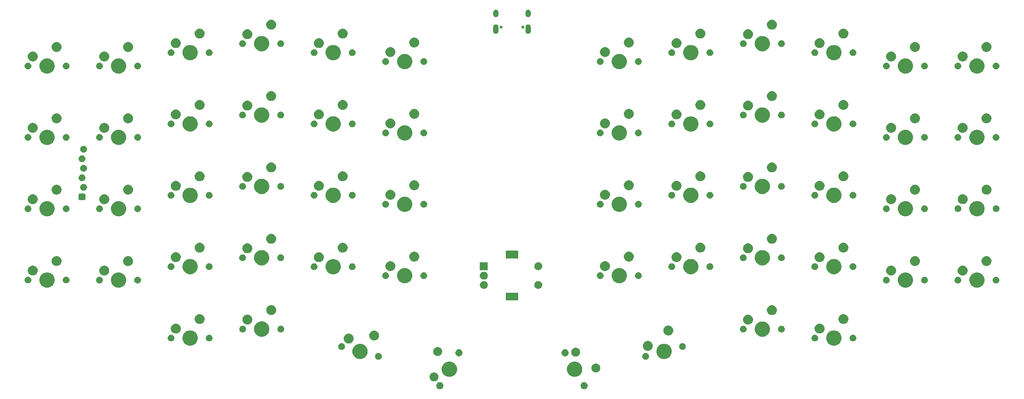
<source format=gts>
G04 #@! TF.GenerationSoftware,KiCad,Pcbnew,(5.1.4-0)*
G04 #@! TF.CreationDate,2021-10-20T15:49:36-05:00*
G04 #@! TF.ProjectId,pcb,7063622e-6b69-4636-9164-5f7063625858,rev?*
G04 #@! TF.SameCoordinates,Original*
G04 #@! TF.FileFunction,Soldermask,Top*
G04 #@! TF.FilePolarity,Negative*
%FSLAX46Y46*%
G04 Gerber Fmt 4.6, Leading zero omitted, Abs format (unit mm)*
G04 Created by KiCad (PCBNEW (5.1.4-0)) date 2021-10-20 15:49:36*
%MOMM*%
%LPD*%
G04 APERTURE LIST*
%ADD10C,0.100000*%
G04 APERTURE END LIST*
D10*
G36*
X269518515Y-117785435D02*
G01*
X269691586Y-117857123D01*
X269691587Y-117857124D01*
X269847347Y-117961199D01*
X269979810Y-118093662D01*
X269979811Y-118093664D01*
X270083886Y-118249423D01*
X270155574Y-118422494D01*
X270192120Y-118606222D01*
X270192120Y-118793556D01*
X270155574Y-118977284D01*
X270083886Y-119150355D01*
X270083885Y-119150356D01*
X269979810Y-119306116D01*
X269847347Y-119438579D01*
X269768938Y-119490970D01*
X269691586Y-119542655D01*
X269518515Y-119614343D01*
X269334787Y-119650889D01*
X269147453Y-119650889D01*
X268963725Y-119614343D01*
X268790654Y-119542655D01*
X268713302Y-119490970D01*
X268634893Y-119438579D01*
X268502430Y-119306116D01*
X268398355Y-119150356D01*
X268398354Y-119150355D01*
X268326666Y-118977284D01*
X268290120Y-118793556D01*
X268290120Y-118606222D01*
X268326666Y-118422494D01*
X268398354Y-118249423D01*
X268502429Y-118093664D01*
X268502430Y-118093662D01*
X268634893Y-117961199D01*
X268790653Y-117857124D01*
X268790654Y-117857123D01*
X268963725Y-117785435D01*
X269147453Y-117748889D01*
X269334787Y-117748889D01*
X269518515Y-117785435D01*
X269518515Y-117785435D01*
G37*
G36*
X231100875Y-117785435D02*
G01*
X231273946Y-117857123D01*
X231273947Y-117857124D01*
X231429707Y-117961199D01*
X231562170Y-118093662D01*
X231562171Y-118093664D01*
X231666246Y-118249423D01*
X231737934Y-118422494D01*
X231774480Y-118606222D01*
X231774480Y-118793556D01*
X231737934Y-118977284D01*
X231666246Y-119150355D01*
X231666245Y-119150356D01*
X231562170Y-119306116D01*
X231429707Y-119438579D01*
X231351298Y-119490970D01*
X231273946Y-119542655D01*
X231100875Y-119614343D01*
X230917147Y-119650889D01*
X230729813Y-119650889D01*
X230546085Y-119614343D01*
X230373014Y-119542655D01*
X230295662Y-119490970D01*
X230217253Y-119438579D01*
X230084790Y-119306116D01*
X229980715Y-119150356D01*
X229980714Y-119150355D01*
X229909026Y-118977284D01*
X229872480Y-118793556D01*
X229872480Y-118606222D01*
X229909026Y-118422494D01*
X229980714Y-118249423D01*
X230084789Y-118093664D01*
X230084790Y-118093662D01*
X230217253Y-117961199D01*
X230373013Y-117857124D01*
X230373014Y-117857123D01*
X230546085Y-117785435D01*
X230729813Y-117748889D01*
X230917147Y-117748889D01*
X231100875Y-117785435D01*
X231100875Y-117785435D01*
G37*
G36*
X229607051Y-115181921D02*
G01*
X229817526Y-115269103D01*
X229824346Y-115271928D01*
X230019905Y-115402597D01*
X230186215Y-115568907D01*
X230209682Y-115604027D01*
X230316885Y-115764468D01*
X230406891Y-115981761D01*
X230452775Y-116212437D01*
X230452775Y-116447637D01*
X230406891Y-116678313D01*
X230316885Y-116895606D01*
X230316884Y-116895608D01*
X230186215Y-117091167D01*
X230019905Y-117257477D01*
X229824346Y-117388146D01*
X229824345Y-117388147D01*
X229824344Y-117388147D01*
X229607051Y-117478153D01*
X229376375Y-117524037D01*
X229141175Y-117524037D01*
X228910499Y-117478153D01*
X228693206Y-117388147D01*
X228693205Y-117388147D01*
X228693204Y-117388146D01*
X228497645Y-117257477D01*
X228331335Y-117091167D01*
X228200666Y-116895608D01*
X228200665Y-116895606D01*
X228110659Y-116678313D01*
X228064775Y-116447637D01*
X228064775Y-116212437D01*
X228110659Y-115981761D01*
X228200665Y-115764468D01*
X228307869Y-115604027D01*
X228331335Y-115568907D01*
X228497645Y-115402597D01*
X228693204Y-115271928D01*
X228700024Y-115269103D01*
X228910499Y-115181921D01*
X229141175Y-115136037D01*
X229376375Y-115136037D01*
X229607051Y-115181921D01*
X229607051Y-115181921D01*
G37*
G36*
X267297594Y-112334164D02*
G01*
X267515594Y-112424463D01*
X267669743Y-112488313D01*
X268004668Y-112712103D01*
X268289497Y-112996932D01*
X268513287Y-113331857D01*
X268577137Y-113486006D01*
X268667436Y-113704006D01*
X268746020Y-114099074D01*
X268746020Y-114501886D01*
X268667436Y-114896954D01*
X268617175Y-115018294D01*
X268513287Y-115269103D01*
X268289497Y-115604028D01*
X268004668Y-115888857D01*
X267669743Y-116112647D01*
X267515594Y-116176497D01*
X267297594Y-116266796D01*
X266902526Y-116345380D01*
X266499714Y-116345380D01*
X266104646Y-116266796D01*
X265886646Y-116176497D01*
X265732497Y-116112647D01*
X265397572Y-115888857D01*
X265112743Y-115604028D01*
X264888953Y-115269103D01*
X264785065Y-115018294D01*
X264734804Y-114896954D01*
X264656220Y-114501886D01*
X264656220Y-114099074D01*
X264734804Y-113704006D01*
X264825103Y-113486006D01*
X264888953Y-113331857D01*
X265112743Y-112996932D01*
X265397572Y-112712103D01*
X265732497Y-112488313D01*
X265886646Y-112424463D01*
X266104646Y-112334164D01*
X266499714Y-112255580D01*
X266902526Y-112255580D01*
X267297594Y-112334164D01*
X267297594Y-112334164D01*
G37*
G36*
X233959954Y-112334164D02*
G01*
X234177954Y-112424463D01*
X234332103Y-112488313D01*
X234667028Y-112712103D01*
X234951857Y-112996932D01*
X235175647Y-113331857D01*
X235239497Y-113486006D01*
X235329796Y-113704006D01*
X235408380Y-114099074D01*
X235408380Y-114501886D01*
X235329796Y-114896954D01*
X235279535Y-115018294D01*
X235175647Y-115269103D01*
X234951857Y-115604028D01*
X234667028Y-115888857D01*
X234332103Y-116112647D01*
X234177954Y-116176497D01*
X233959954Y-116266796D01*
X233564886Y-116345380D01*
X233162074Y-116345380D01*
X232767006Y-116266796D01*
X232549006Y-116176497D01*
X232394857Y-116112647D01*
X232059932Y-115888857D01*
X231775103Y-115604028D01*
X231551313Y-115269103D01*
X231447425Y-115018294D01*
X231397164Y-114896954D01*
X231318580Y-114501886D01*
X231318580Y-114099074D01*
X231397164Y-113704006D01*
X231487463Y-113486006D01*
X231551313Y-113331857D01*
X231775103Y-112996932D01*
X232059932Y-112712103D01*
X232394857Y-112488313D01*
X232549006Y-112424463D01*
X232767006Y-112334164D01*
X233162074Y-112255580D01*
X233564886Y-112255580D01*
X233959954Y-112334164D01*
X233959954Y-112334164D01*
G37*
G36*
X272718805Y-112812069D02*
G01*
X272936098Y-112902075D01*
X272936100Y-112902076D01*
X273131659Y-113032745D01*
X273297969Y-113199055D01*
X273386706Y-113331858D01*
X273428639Y-113394616D01*
X273518645Y-113611909D01*
X273564529Y-113842585D01*
X273564529Y-114077785D01*
X273518645Y-114308461D01*
X273438526Y-114501885D01*
X273428638Y-114525756D01*
X273297969Y-114721315D01*
X273131659Y-114887625D01*
X272936100Y-115018294D01*
X272936099Y-115018295D01*
X272936098Y-115018295D01*
X272718805Y-115108301D01*
X272488129Y-115154185D01*
X272252929Y-115154185D01*
X272022253Y-115108301D01*
X271804960Y-115018295D01*
X271804959Y-115018295D01*
X271804958Y-115018294D01*
X271609399Y-114887625D01*
X271443089Y-114721315D01*
X271312420Y-114525756D01*
X271302532Y-114501885D01*
X271222413Y-114308461D01*
X271176529Y-114077785D01*
X271176529Y-113842585D01*
X271222413Y-113611909D01*
X271312419Y-113394616D01*
X271354353Y-113331858D01*
X271443089Y-113199055D01*
X271609399Y-113032745D01*
X271804958Y-112902076D01*
X271804960Y-112902075D01*
X272022253Y-112812069D01*
X272252929Y-112766185D01*
X272488129Y-112766185D01*
X272718805Y-112812069D01*
X272718805Y-112812069D01*
G37*
G36*
X214626136Y-109966678D02*
G01*
X214720858Y-109985519D01*
X214830281Y-110030844D01*
X214884994Y-110053507D01*
X215004510Y-110133365D01*
X215032711Y-110152208D01*
X215158335Y-110277832D01*
X215158337Y-110277835D01*
X215257036Y-110425549D01*
X215257036Y-110425550D01*
X215325024Y-110589685D01*
X215334985Y-110639762D01*
X215355936Y-110745090D01*
X215359683Y-110763931D01*
X215359683Y-110941589D01*
X215325024Y-111115835D01*
X215279699Y-111225258D01*
X215257036Y-111279971D01*
X215210159Y-111350127D01*
X215158335Y-111427688D01*
X215032711Y-111553312D01*
X215032708Y-111553314D01*
X214884994Y-111652013D01*
X214830281Y-111674676D01*
X214720858Y-111720001D01*
X214641334Y-111735819D01*
X214546614Y-111754660D01*
X214368952Y-111754660D01*
X214274232Y-111735819D01*
X214194708Y-111720001D01*
X214085285Y-111674676D01*
X214030572Y-111652013D01*
X213882858Y-111553314D01*
X213882855Y-111553312D01*
X213757231Y-111427688D01*
X213705407Y-111350127D01*
X213658530Y-111279971D01*
X213635867Y-111225258D01*
X213590542Y-111115835D01*
X213555883Y-110941589D01*
X213555883Y-110763931D01*
X213559631Y-110745090D01*
X213580581Y-110639762D01*
X213590542Y-110589685D01*
X213658530Y-110425550D01*
X213658530Y-110425549D01*
X213757229Y-110277835D01*
X213757231Y-110277832D01*
X213882855Y-110152208D01*
X213911056Y-110133365D01*
X214030572Y-110053507D01*
X214085285Y-110030844D01*
X214194708Y-109985519D01*
X214289430Y-109966678D01*
X214368952Y-109950860D01*
X214546614Y-109950860D01*
X214626136Y-109966678D01*
X214626136Y-109966678D01*
G37*
G36*
X285804016Y-109949348D02*
G01*
X285891139Y-109966678D01*
X286000562Y-110012003D01*
X286055275Y-110034666D01*
X286121925Y-110079200D01*
X286202992Y-110133367D01*
X286328616Y-110258991D01*
X286328618Y-110258994D01*
X286427317Y-110406708D01*
X286449980Y-110461421D01*
X286495305Y-110570844D01*
X286504861Y-110618885D01*
X286529964Y-110745088D01*
X286529964Y-110922750D01*
X286526216Y-110941591D01*
X286495305Y-111096994D01*
X286449980Y-111206417D01*
X286427317Y-111261130D01*
X286380440Y-111331286D01*
X286328616Y-111408847D01*
X286202992Y-111534471D01*
X286202989Y-111534473D01*
X286055275Y-111633172D01*
X286009789Y-111652013D01*
X285891139Y-111701160D01*
X285804016Y-111718489D01*
X285716895Y-111735819D01*
X285539233Y-111735819D01*
X285452112Y-111718489D01*
X285364989Y-111701160D01*
X285246339Y-111652013D01*
X285200853Y-111633172D01*
X285053139Y-111534473D01*
X285053136Y-111534471D01*
X284927512Y-111408847D01*
X284875688Y-111331286D01*
X284828811Y-111261130D01*
X284806148Y-111206417D01*
X284760823Y-111096994D01*
X284729912Y-110941591D01*
X284726164Y-110922750D01*
X284726164Y-110745088D01*
X284751267Y-110618885D01*
X284760823Y-110570844D01*
X284806148Y-110461421D01*
X284828811Y-110406708D01*
X284927510Y-110258994D01*
X284927512Y-110258991D01*
X285053136Y-110133367D01*
X285134203Y-110079200D01*
X285200853Y-110034666D01*
X285255566Y-110012003D01*
X285364989Y-109966678D01*
X285452112Y-109949348D01*
X285539233Y-109932019D01*
X285716895Y-109932019D01*
X285804016Y-109949348D01*
X285804016Y-109949348D01*
G37*
G36*
X210147354Y-107571644D02*
G01*
X210286772Y-107629393D01*
X210519503Y-107725793D01*
X210854428Y-107949583D01*
X211139257Y-108234412D01*
X211363047Y-108569337D01*
X211396611Y-108650369D01*
X211517196Y-108941486D01*
X211595780Y-109336554D01*
X211595780Y-109739366D01*
X211517196Y-110134434D01*
X211457797Y-110277835D01*
X211363047Y-110506583D01*
X211139257Y-110841508D01*
X210854428Y-111126337D01*
X210519503Y-111350127D01*
X210377747Y-111408844D01*
X210147354Y-111504276D01*
X209752286Y-111582860D01*
X209349474Y-111582860D01*
X208954406Y-111504276D01*
X208724013Y-111408844D01*
X208582257Y-111350127D01*
X208247332Y-111126337D01*
X207962503Y-110841508D01*
X207738713Y-110506583D01*
X207643963Y-110277835D01*
X207584564Y-110134434D01*
X207505980Y-109739366D01*
X207505980Y-109336554D01*
X207584564Y-108941486D01*
X207705149Y-108650369D01*
X207738713Y-108569337D01*
X207962503Y-108234412D01*
X208247332Y-107949583D01*
X208582257Y-107725793D01*
X208814988Y-107629393D01*
X208954406Y-107571644D01*
X209349474Y-107493060D01*
X209752286Y-107493060D01*
X210147354Y-107571644D01*
X210147354Y-107571644D01*
G37*
G36*
X291131442Y-107552803D02*
G01*
X291316339Y-107629390D01*
X291503591Y-107706952D01*
X291838516Y-107930742D01*
X292123345Y-108215571D01*
X292347135Y-108550496D01*
X292399739Y-108677495D01*
X292501284Y-108922645D01*
X292579868Y-109317713D01*
X292579868Y-109720525D01*
X292501284Y-110115593D01*
X292441885Y-110258994D01*
X292347135Y-110487742D01*
X292123345Y-110822667D01*
X291838516Y-111107496D01*
X291503591Y-111331286D01*
X291349442Y-111395136D01*
X291131442Y-111485435D01*
X290736374Y-111564019D01*
X290333562Y-111564019D01*
X289938494Y-111485435D01*
X289720494Y-111395136D01*
X289566345Y-111331286D01*
X289231420Y-111107496D01*
X288946591Y-110822667D01*
X288722801Y-110487742D01*
X288628051Y-110258994D01*
X288568652Y-110115593D01*
X288490068Y-109720525D01*
X288490068Y-109317713D01*
X288568652Y-108922645D01*
X288670197Y-108677495D01*
X288722801Y-108550496D01*
X288946591Y-108215571D01*
X289231420Y-107930742D01*
X289566345Y-107706952D01*
X289753597Y-107629390D01*
X289938494Y-107552803D01*
X290333562Y-107474219D01*
X290736374Y-107474219D01*
X291131442Y-107552803D01*
X291131442Y-107552803D01*
G37*
G36*
X267344101Y-108582807D02*
G01*
X267561394Y-108672813D01*
X267561396Y-108672814D01*
X267756955Y-108803483D01*
X267923265Y-108969793D01*
X268014422Y-109106218D01*
X268053935Y-109165354D01*
X268143941Y-109382647D01*
X268189825Y-109613323D01*
X268189825Y-109848523D01*
X268143941Y-110079199D01*
X268069468Y-110258991D01*
X268053934Y-110296494D01*
X267923265Y-110492053D01*
X267756955Y-110658363D01*
X267561396Y-110789032D01*
X267561395Y-110789033D01*
X267561394Y-110789033D01*
X267344101Y-110879039D01*
X267113425Y-110924923D01*
X266878225Y-110924923D01*
X266647549Y-110879039D01*
X266430256Y-110789033D01*
X266430255Y-110789033D01*
X266430254Y-110789032D01*
X266234695Y-110658363D01*
X266068385Y-110492053D01*
X265937716Y-110296494D01*
X265922182Y-110258991D01*
X265847709Y-110079199D01*
X265801825Y-109848523D01*
X265801825Y-109613323D01*
X265847709Y-109382647D01*
X265937715Y-109165354D01*
X265977229Y-109106218D01*
X266068385Y-108969793D01*
X266234695Y-108803483D01*
X266430254Y-108672814D01*
X266430256Y-108672813D01*
X266647549Y-108582807D01*
X266878225Y-108536923D01*
X267113425Y-108536923D01*
X267344101Y-108582807D01*
X267344101Y-108582807D01*
G37*
G36*
X264438515Y-108986617D02*
G01*
X264611586Y-109058305D01*
X264611587Y-109058306D01*
X264767347Y-109162381D01*
X264899810Y-109294844D01*
X264927680Y-109336555D01*
X265003886Y-109450605D01*
X265075574Y-109623676D01*
X265112120Y-109807404D01*
X265112120Y-109994738D01*
X265075574Y-110178466D01*
X265003886Y-110351537D01*
X265003885Y-110351538D01*
X264899810Y-110507298D01*
X264767347Y-110639761D01*
X264739507Y-110658363D01*
X264611586Y-110743837D01*
X264438515Y-110815525D01*
X264254787Y-110852071D01*
X264067453Y-110852071D01*
X263883725Y-110815525D01*
X263710654Y-110743837D01*
X263582733Y-110658363D01*
X263554893Y-110639761D01*
X263422430Y-110507298D01*
X263318355Y-110351538D01*
X263318354Y-110351537D01*
X263246666Y-110178466D01*
X263210120Y-109994738D01*
X263210120Y-109807404D01*
X263246666Y-109623676D01*
X263318354Y-109450605D01*
X263394560Y-109336555D01*
X263422430Y-109294844D01*
X263554893Y-109162381D01*
X263710653Y-109058306D01*
X263710654Y-109058305D01*
X263883725Y-108986617D01*
X264067453Y-108950071D01*
X264254787Y-108950071D01*
X264438515Y-108986617D01*
X264438515Y-108986617D01*
G37*
G36*
X236180875Y-108986617D02*
G01*
X236353946Y-109058305D01*
X236353947Y-109058306D01*
X236509707Y-109162381D01*
X236642170Y-109294844D01*
X236670040Y-109336555D01*
X236746246Y-109450605D01*
X236817934Y-109623676D01*
X236854480Y-109807404D01*
X236854480Y-109994738D01*
X236817934Y-110178466D01*
X236746246Y-110351537D01*
X236746245Y-110351538D01*
X236642170Y-110507298D01*
X236509707Y-110639761D01*
X236481867Y-110658363D01*
X236353946Y-110743837D01*
X236180875Y-110815525D01*
X235997147Y-110852071D01*
X235809813Y-110852071D01*
X235626085Y-110815525D01*
X235453014Y-110743837D01*
X235325093Y-110658363D01*
X235297253Y-110639761D01*
X235164790Y-110507298D01*
X235060715Y-110351538D01*
X235060714Y-110351537D01*
X234989026Y-110178466D01*
X234952480Y-109994738D01*
X234952480Y-109807404D01*
X234989026Y-109623676D01*
X235060714Y-109450605D01*
X235136920Y-109336555D01*
X235164790Y-109294844D01*
X235297253Y-109162381D01*
X235453013Y-109058306D01*
X235453014Y-109058305D01*
X235626085Y-108986617D01*
X235809813Y-108950071D01*
X235997147Y-108950071D01*
X236180875Y-108986617D01*
X236180875Y-108986617D01*
G37*
G36*
X230582347Y-108412659D02*
G01*
X230759967Y-108486232D01*
X230799642Y-108502666D01*
X230995201Y-108633335D01*
X231161511Y-108799645D01*
X231256287Y-108941486D01*
X231292181Y-108995206D01*
X231382187Y-109212499D01*
X231428071Y-109443175D01*
X231428071Y-109678375D01*
X231382187Y-109909051D01*
X231296634Y-110115593D01*
X231292180Y-110126346D01*
X231161511Y-110321905D01*
X230995201Y-110488215D01*
X230799642Y-110618884D01*
X230799641Y-110618885D01*
X230799640Y-110618885D01*
X230582347Y-110708891D01*
X230351671Y-110754775D01*
X230116471Y-110754775D01*
X229885795Y-110708891D01*
X229668502Y-110618885D01*
X229668501Y-110618885D01*
X229668500Y-110618884D01*
X229472941Y-110488215D01*
X229306631Y-110321905D01*
X229175962Y-110126346D01*
X229171508Y-110115593D01*
X229085955Y-109909051D01*
X229040071Y-109678375D01*
X229040071Y-109443175D01*
X229085955Y-109212499D01*
X229175961Y-108995206D01*
X229211856Y-108941486D01*
X229306631Y-108799645D01*
X229472941Y-108633335D01*
X229668500Y-108502666D01*
X229708175Y-108486232D01*
X229885795Y-108412659D01*
X230116471Y-108366775D01*
X230351671Y-108366775D01*
X230582347Y-108412659D01*
X230582347Y-108412659D01*
G37*
G36*
X286455105Y-106756151D02*
G01*
X286582712Y-106781533D01*
X286707714Y-106833311D01*
X286823117Y-106881112D01*
X286823118Y-106881113D01*
X287039479Y-107025680D01*
X287223478Y-107209679D01*
X287285444Y-107302418D01*
X287368046Y-107426041D01*
X287388002Y-107474219D01*
X287467625Y-107666446D01*
X287467625Y-107666448D01*
X287518390Y-107921659D01*
X287518390Y-108181877D01*
X287507940Y-108234412D01*
X287467625Y-108437090D01*
X287420650Y-108550496D01*
X287368046Y-108677495D01*
X287368045Y-108677496D01*
X287223478Y-108893857D01*
X287039479Y-109077856D01*
X286968834Y-109125059D01*
X286823117Y-109222424D01*
X286723538Y-109263671D01*
X286582712Y-109322003D01*
X286455104Y-109347386D01*
X286327499Y-109372768D01*
X286067281Y-109372768D01*
X285939676Y-109347386D01*
X285812068Y-109322003D01*
X285671242Y-109263671D01*
X285571663Y-109222424D01*
X285425946Y-109125059D01*
X285355301Y-109077856D01*
X285171302Y-108893857D01*
X285026735Y-108677496D01*
X285026734Y-108677495D01*
X284974130Y-108550496D01*
X284927155Y-108437090D01*
X284886840Y-108234412D01*
X284876390Y-108181877D01*
X284876390Y-107921659D01*
X284927155Y-107666448D01*
X284927155Y-107666446D01*
X285006778Y-107474219D01*
X285026734Y-107426041D01*
X285109336Y-107302418D01*
X285171302Y-107209679D01*
X285355301Y-107025680D01*
X285571662Y-106881113D01*
X285571663Y-106881112D01*
X285687066Y-106833311D01*
X285812068Y-106781533D01*
X285939675Y-106756151D01*
X286067281Y-106730768D01*
X286327499Y-106730768D01*
X286455105Y-106756151D01*
X286455105Y-106756151D01*
G37*
G36*
X204812329Y-107337077D02*
G01*
X204907051Y-107355918D01*
X205016474Y-107401243D01*
X205071187Y-107423906D01*
X205190703Y-107503764D01*
X205218904Y-107522607D01*
X205344528Y-107648231D01*
X205344530Y-107648234D01*
X205443229Y-107795948D01*
X205443229Y-107795949D01*
X205511217Y-107960084D01*
X205528547Y-108047207D01*
X205545876Y-108134328D01*
X205545876Y-108311990D01*
X205528546Y-108399111D01*
X205511217Y-108486234D01*
X205471214Y-108582808D01*
X205443229Y-108650370D01*
X205425104Y-108677496D01*
X205344528Y-108798087D01*
X205218904Y-108923711D01*
X205218901Y-108923713D01*
X205071187Y-109022412D01*
X205016474Y-109045075D01*
X204907051Y-109090400D01*
X204827527Y-109106218D01*
X204732807Y-109125059D01*
X204555145Y-109125059D01*
X204460425Y-109106218D01*
X204380901Y-109090400D01*
X204271478Y-109045075D01*
X204216765Y-109022412D01*
X204069051Y-108923713D01*
X204069048Y-108923711D01*
X203943424Y-108798087D01*
X203862848Y-108677496D01*
X203844723Y-108650370D01*
X203816738Y-108582808D01*
X203776735Y-108486234D01*
X203759406Y-108399111D01*
X203742076Y-108311990D01*
X203742076Y-108134328D01*
X203759405Y-108047207D01*
X203776735Y-107960084D01*
X203844723Y-107795949D01*
X203844723Y-107795948D01*
X203943422Y-107648234D01*
X203943424Y-107648231D01*
X204069048Y-107522607D01*
X204097249Y-107503764D01*
X204216765Y-107423906D01*
X204271478Y-107401243D01*
X204380901Y-107355918D01*
X204475623Y-107337077D01*
X204555145Y-107321259D01*
X204732807Y-107321259D01*
X204812329Y-107337077D01*
X204812329Y-107337077D01*
G37*
G36*
X295617823Y-107319747D02*
G01*
X295704946Y-107337077D01*
X295814369Y-107382402D01*
X295869082Y-107405065D01*
X296000776Y-107493060D01*
X296016799Y-107503766D01*
X296142423Y-107629390D01*
X296142425Y-107629393D01*
X296241124Y-107777107D01*
X296263787Y-107831820D01*
X296309112Y-107941243D01*
X296312860Y-107960086D01*
X296343771Y-108115487D01*
X296343771Y-108293149D01*
X296340023Y-108311990D01*
X296309112Y-108467393D01*
X296266885Y-108569337D01*
X296241124Y-108631529D01*
X296143088Y-108778251D01*
X296142423Y-108779246D01*
X296016799Y-108904870D01*
X296016796Y-108904872D01*
X295869082Y-109003571D01*
X295823596Y-109022412D01*
X295704946Y-109071559D01*
X295617823Y-109088888D01*
X295530702Y-109106218D01*
X295353040Y-109106218D01*
X295265919Y-109088888D01*
X295178796Y-109071559D01*
X295060146Y-109022412D01*
X295014660Y-109003571D01*
X294866946Y-108904872D01*
X294866943Y-108904870D01*
X294741319Y-108779246D01*
X294740654Y-108778251D01*
X294642618Y-108631529D01*
X294616857Y-108569337D01*
X294574630Y-108467393D01*
X294543719Y-108311990D01*
X294539971Y-108293149D01*
X294539971Y-108115487D01*
X294570882Y-107960086D01*
X294574630Y-107941243D01*
X294619955Y-107831820D01*
X294642618Y-107777107D01*
X294741317Y-107629393D01*
X294741319Y-107629390D01*
X294866943Y-107503766D01*
X294882966Y-107493060D01*
X295014660Y-107405065D01*
X295069373Y-107382402D01*
X295178796Y-107337077D01*
X295265919Y-107319747D01*
X295353040Y-107302418D01*
X295530702Y-107302418D01*
X295617823Y-107319747D01*
X295617823Y-107319747D01*
G37*
G36*
X336352764Y-103999754D02*
G01*
X336478409Y-104051798D01*
X336724913Y-104153903D01*
X337059838Y-104377693D01*
X337344667Y-104662522D01*
X337568457Y-104997447D01*
X337621486Y-105125470D01*
X337722606Y-105369596D01*
X337801190Y-105764664D01*
X337801190Y-106167476D01*
X337722606Y-106562544D01*
X337655673Y-106724135D01*
X337568457Y-106934693D01*
X337344667Y-107269618D01*
X337059838Y-107554447D01*
X336724913Y-107778237D01*
X336682152Y-107795949D01*
X336352764Y-107932386D01*
X335957696Y-108010970D01*
X335554884Y-108010970D01*
X335159816Y-107932386D01*
X334830428Y-107795949D01*
X334787667Y-107778237D01*
X334452742Y-107554447D01*
X334167913Y-107269618D01*
X333944123Y-106934693D01*
X333856907Y-106724135D01*
X333789974Y-106562544D01*
X333711390Y-106167476D01*
X333711390Y-105764664D01*
X333789974Y-105369596D01*
X333891094Y-105125470D01*
X333944123Y-104997447D01*
X334167913Y-104662522D01*
X334452742Y-104377693D01*
X334787667Y-104153903D01*
X335034171Y-104051798D01*
X335159816Y-103999754D01*
X335554884Y-103921170D01*
X335957696Y-103921170D01*
X336352764Y-103999754D01*
X336352764Y-103999754D01*
G37*
G36*
X164903414Y-103999754D02*
G01*
X165029059Y-104051798D01*
X165275563Y-104153903D01*
X165610488Y-104377693D01*
X165895317Y-104662522D01*
X166119107Y-104997447D01*
X166172136Y-105125470D01*
X166273256Y-105369596D01*
X166351840Y-105764664D01*
X166351840Y-106167476D01*
X166273256Y-106562544D01*
X166206323Y-106724135D01*
X166119107Y-106934693D01*
X165895317Y-107269618D01*
X165610488Y-107554447D01*
X165275563Y-107778237D01*
X165232802Y-107795949D01*
X164903414Y-107932386D01*
X164508346Y-108010970D01*
X164105534Y-108010970D01*
X163710466Y-107932386D01*
X163381078Y-107795949D01*
X163338317Y-107778237D01*
X163003392Y-107554447D01*
X162718563Y-107269618D01*
X162494773Y-106934693D01*
X162407557Y-106724135D01*
X162340624Y-106562544D01*
X162262040Y-106167476D01*
X162262040Y-105764664D01*
X162340624Y-105369596D01*
X162441744Y-105125470D01*
X162494773Y-104997447D01*
X162718563Y-104662522D01*
X163003392Y-104377693D01*
X163338317Y-104153903D01*
X163584821Y-104051798D01*
X163710466Y-103999754D01*
X164105534Y-103921170D01*
X164508346Y-103921170D01*
X164903414Y-103999754D01*
X164903414Y-103999754D01*
G37*
G36*
X206756218Y-104796903D02*
G01*
X206913424Y-104828173D01*
X207028062Y-104875658D01*
X207153829Y-104927752D01*
X207153830Y-104927753D01*
X207370191Y-105072320D01*
X207554190Y-105256319D01*
X207629878Y-105369595D01*
X207698758Y-105472681D01*
X207726170Y-105538860D01*
X207798337Y-105713086D01*
X207849102Y-105968301D01*
X207849102Y-106228515D01*
X207798337Y-106483730D01*
X207746259Y-106609457D01*
X207698758Y-106724135D01*
X207698757Y-106724136D01*
X207554190Y-106940497D01*
X207370191Y-107124496D01*
X207242705Y-107209679D01*
X207153829Y-107269064D01*
X207054250Y-107310311D01*
X206913424Y-107368643D01*
X206785816Y-107394026D01*
X206658211Y-107419408D01*
X206397993Y-107419408D01*
X206270388Y-107394026D01*
X206142780Y-107368643D01*
X206001954Y-107310311D01*
X205902375Y-107269064D01*
X205813499Y-107209679D01*
X205686013Y-107124496D01*
X205502014Y-106940497D01*
X205357447Y-106724136D01*
X205357446Y-106724135D01*
X205309945Y-106609457D01*
X205257867Y-106483730D01*
X205207102Y-106228515D01*
X205207102Y-105968301D01*
X205257867Y-105713086D01*
X205330034Y-105538860D01*
X205357446Y-105472681D01*
X205426326Y-105369595D01*
X205502014Y-105256319D01*
X205686013Y-105072320D01*
X205902374Y-104927753D01*
X205902375Y-104927752D01*
X206028142Y-104875658D01*
X206142780Y-104828173D01*
X206299986Y-104796903D01*
X206397993Y-104777408D01*
X206658211Y-104777408D01*
X206756218Y-104796903D01*
X206756218Y-104796903D01*
G37*
G36*
X341012242Y-105081499D02*
G01*
X341099365Y-105098829D01*
X341163683Y-105125471D01*
X341263501Y-105166817D01*
X341350653Y-105225050D01*
X341411218Y-105265518D01*
X341536842Y-105391142D01*
X341536844Y-105391145D01*
X341635543Y-105538859D01*
X341635543Y-105538860D01*
X341703531Y-105702995D01*
X341738190Y-105877241D01*
X341738190Y-106054899D01*
X341703531Y-106229145D01*
X341658206Y-106338568D01*
X341635543Y-106393281D01*
X341575108Y-106483728D01*
X341536842Y-106540998D01*
X341411218Y-106666622D01*
X341411215Y-106666624D01*
X341263501Y-106765323D01*
X341224366Y-106781533D01*
X341099365Y-106833311D01*
X341012242Y-106850641D01*
X340925121Y-106867970D01*
X340747459Y-106867970D01*
X340660338Y-106850641D01*
X340573215Y-106833311D01*
X340448214Y-106781533D01*
X340409079Y-106765323D01*
X340261365Y-106666624D01*
X340261362Y-106666622D01*
X340135738Y-106540998D01*
X340097472Y-106483728D01*
X340037037Y-106393281D01*
X340014374Y-106338568D01*
X339969049Y-106229145D01*
X339934390Y-106054899D01*
X339934390Y-105877241D01*
X339969049Y-105702995D01*
X340037037Y-105538860D01*
X340037037Y-105538859D01*
X340135736Y-105391145D01*
X340135738Y-105391142D01*
X340261362Y-105265518D01*
X340321927Y-105225050D01*
X340409079Y-105166817D01*
X340508897Y-105125471D01*
X340573215Y-105098829D01*
X340660338Y-105081499D01*
X340747459Y-105064170D01*
X340925121Y-105064170D01*
X341012242Y-105081499D01*
X341012242Y-105081499D01*
G37*
G36*
X330852242Y-105081499D02*
G01*
X330939365Y-105098829D01*
X331003683Y-105125471D01*
X331103501Y-105166817D01*
X331190653Y-105225050D01*
X331251218Y-105265518D01*
X331376842Y-105391142D01*
X331376844Y-105391145D01*
X331475543Y-105538859D01*
X331475543Y-105538860D01*
X331543531Y-105702995D01*
X331578190Y-105877241D01*
X331578190Y-106054899D01*
X331543531Y-106229145D01*
X331498206Y-106338568D01*
X331475543Y-106393281D01*
X331415108Y-106483728D01*
X331376842Y-106540998D01*
X331251218Y-106666622D01*
X331251215Y-106666624D01*
X331103501Y-106765323D01*
X331064366Y-106781533D01*
X330939365Y-106833311D01*
X330852242Y-106850641D01*
X330765121Y-106867970D01*
X330587459Y-106867970D01*
X330500338Y-106850641D01*
X330413215Y-106833311D01*
X330288214Y-106781533D01*
X330249079Y-106765323D01*
X330101365Y-106666624D01*
X330101362Y-106666622D01*
X329975738Y-106540998D01*
X329937472Y-106483728D01*
X329877037Y-106393281D01*
X329854374Y-106338568D01*
X329809049Y-106229145D01*
X329774390Y-106054899D01*
X329774390Y-105877241D01*
X329809049Y-105702995D01*
X329877037Y-105538860D01*
X329877037Y-105538859D01*
X329975736Y-105391145D01*
X329975738Y-105391142D01*
X330101362Y-105265518D01*
X330161927Y-105225050D01*
X330249079Y-105166817D01*
X330348897Y-105125471D01*
X330413215Y-105098829D01*
X330500338Y-105081499D01*
X330587459Y-105064170D01*
X330765121Y-105064170D01*
X330852242Y-105081499D01*
X330852242Y-105081499D01*
G37*
G36*
X159402892Y-105081499D02*
G01*
X159490015Y-105098829D01*
X159554333Y-105125471D01*
X159654151Y-105166817D01*
X159741303Y-105225050D01*
X159801868Y-105265518D01*
X159927492Y-105391142D01*
X159927494Y-105391145D01*
X160026193Y-105538859D01*
X160026193Y-105538860D01*
X160094181Y-105702995D01*
X160128840Y-105877241D01*
X160128840Y-106054899D01*
X160094181Y-106229145D01*
X160048856Y-106338568D01*
X160026193Y-106393281D01*
X159965758Y-106483728D01*
X159927492Y-106540998D01*
X159801868Y-106666622D01*
X159801865Y-106666624D01*
X159654151Y-106765323D01*
X159615016Y-106781533D01*
X159490015Y-106833311D01*
X159402892Y-106850641D01*
X159315771Y-106867970D01*
X159138109Y-106867970D01*
X159050988Y-106850641D01*
X158963865Y-106833311D01*
X158838864Y-106781533D01*
X158799729Y-106765323D01*
X158652015Y-106666624D01*
X158652012Y-106666622D01*
X158526388Y-106540998D01*
X158488122Y-106483728D01*
X158427687Y-106393281D01*
X158405024Y-106338568D01*
X158359699Y-106229145D01*
X158325040Y-106054899D01*
X158325040Y-105877241D01*
X158359699Y-105702995D01*
X158427687Y-105538860D01*
X158427687Y-105538859D01*
X158526386Y-105391145D01*
X158526388Y-105391142D01*
X158652012Y-105265518D01*
X158712577Y-105225050D01*
X158799729Y-105166817D01*
X158899547Y-105125471D01*
X158963865Y-105098829D01*
X159050988Y-105081499D01*
X159138109Y-105064170D01*
X159315771Y-105064170D01*
X159402892Y-105081499D01*
X159402892Y-105081499D01*
G37*
G36*
X169562892Y-105081499D02*
G01*
X169650015Y-105098829D01*
X169714333Y-105125471D01*
X169814151Y-105166817D01*
X169901303Y-105225050D01*
X169961868Y-105265518D01*
X170087492Y-105391142D01*
X170087494Y-105391145D01*
X170186193Y-105538859D01*
X170186193Y-105538860D01*
X170254181Y-105702995D01*
X170288840Y-105877241D01*
X170288840Y-106054899D01*
X170254181Y-106229145D01*
X170208856Y-106338568D01*
X170186193Y-106393281D01*
X170125758Y-106483728D01*
X170087492Y-106540998D01*
X169961868Y-106666622D01*
X169961865Y-106666624D01*
X169814151Y-106765323D01*
X169775016Y-106781533D01*
X169650015Y-106833311D01*
X169562892Y-106850641D01*
X169475771Y-106867970D01*
X169298109Y-106867970D01*
X169210988Y-106850641D01*
X169123865Y-106833311D01*
X168998864Y-106781533D01*
X168959729Y-106765323D01*
X168812015Y-106666624D01*
X168812012Y-106666622D01*
X168686388Y-106540998D01*
X168648122Y-106483728D01*
X168587687Y-106393281D01*
X168565024Y-106338568D01*
X168519699Y-106229145D01*
X168485040Y-106054899D01*
X168485040Y-105877241D01*
X168519699Y-105702995D01*
X168587687Y-105538860D01*
X168587687Y-105538859D01*
X168686386Y-105391145D01*
X168686388Y-105391142D01*
X168812012Y-105265518D01*
X168872577Y-105225050D01*
X168959729Y-105166817D01*
X169059547Y-105125471D01*
X169123865Y-105098829D01*
X169210988Y-105081499D01*
X169298109Y-105064170D01*
X169475771Y-105064170D01*
X169562892Y-105081499D01*
X169562892Y-105081499D01*
G37*
G36*
X213576847Y-103992840D02*
G01*
X213704454Y-104018222D01*
X213845280Y-104076554D01*
X213944859Y-104117801D01*
X214016653Y-104165772D01*
X214161221Y-104262369D01*
X214345220Y-104446368D01*
X214408272Y-104540733D01*
X214489788Y-104662730D01*
X214503695Y-104696305D01*
X214589367Y-104903135D01*
X214640132Y-105158350D01*
X214640132Y-105418564D01*
X214589367Y-105673779D01*
X214531035Y-105814605D01*
X214489788Y-105914184D01*
X214489787Y-105914185D01*
X214345220Y-106130546D01*
X214161221Y-106314545D01*
X214016653Y-106411142D01*
X213944859Y-106459113D01*
X213845280Y-106500360D01*
X213704454Y-106558692D01*
X213576846Y-106584075D01*
X213449241Y-106609457D01*
X213189023Y-106609457D01*
X213061417Y-106584074D01*
X212933810Y-106558692D01*
X212792984Y-106500360D01*
X212693405Y-106459113D01*
X212621611Y-106411142D01*
X212477043Y-106314545D01*
X212293044Y-106130546D01*
X212148477Y-105914185D01*
X212148476Y-105914184D01*
X212107229Y-105814605D01*
X212048897Y-105673779D01*
X211998132Y-105418564D01*
X211998132Y-105158350D01*
X212048897Y-104903135D01*
X212134569Y-104696305D01*
X212148476Y-104662730D01*
X212229992Y-104540733D01*
X212293044Y-104446368D01*
X212477043Y-104262369D01*
X212621611Y-104165772D01*
X212693405Y-104117801D01*
X212792984Y-104076554D01*
X212933810Y-104018222D01*
X213061418Y-103992839D01*
X213189023Y-103967457D01*
X213449241Y-103967457D01*
X213576847Y-103992840D01*
X213576847Y-103992840D01*
G37*
G36*
X317302764Y-101618054D02*
G01*
X317428409Y-101670098D01*
X317674913Y-101772203D01*
X318009838Y-101995993D01*
X318294667Y-102280822D01*
X318518457Y-102615747D01*
X318582307Y-102769896D01*
X318672606Y-102987896D01*
X318751190Y-103382964D01*
X318751190Y-103785776D01*
X318672606Y-104180844D01*
X318593690Y-104371363D01*
X318518457Y-104552993D01*
X318294667Y-104887918D01*
X318009838Y-105172747D01*
X317674913Y-105396537D01*
X317520764Y-105460387D01*
X317302764Y-105550686D01*
X316907696Y-105629270D01*
X316504884Y-105629270D01*
X316109816Y-105550686D01*
X315891816Y-105460387D01*
X315737667Y-105396537D01*
X315402742Y-105172747D01*
X315117913Y-104887918D01*
X314894123Y-104552993D01*
X314818890Y-104371363D01*
X314739974Y-104180844D01*
X314661390Y-103785776D01*
X314661390Y-103382964D01*
X314739974Y-102987896D01*
X314830273Y-102769896D01*
X314894123Y-102615747D01*
X315117913Y-102280822D01*
X315402742Y-101995993D01*
X315737667Y-101772203D01*
X315984171Y-101670098D01*
X316109816Y-101618054D01*
X316504884Y-101539470D01*
X316907696Y-101539470D01*
X317302764Y-101618054D01*
X317302764Y-101618054D01*
G37*
G36*
X183978124Y-101605794D02*
G01*
X184103769Y-101657838D01*
X184350273Y-101759943D01*
X184685198Y-101983733D01*
X184970027Y-102268562D01*
X185193817Y-102603487D01*
X185240889Y-102717129D01*
X185347966Y-102975636D01*
X185426550Y-103370704D01*
X185426550Y-103773516D01*
X185347966Y-104168584D01*
X185299777Y-104284922D01*
X185193817Y-104540733D01*
X184970027Y-104875658D01*
X184685198Y-105160487D01*
X184350273Y-105384277D01*
X184196124Y-105448127D01*
X183978124Y-105538426D01*
X183583056Y-105617010D01*
X183180244Y-105617010D01*
X182785176Y-105538426D01*
X182567176Y-105448127D01*
X182413027Y-105384277D01*
X182078102Y-105160487D01*
X181793273Y-104875658D01*
X181569483Y-104540733D01*
X181463523Y-104284922D01*
X181415334Y-104168584D01*
X181336750Y-103773516D01*
X181336750Y-103370704D01*
X181415334Y-102975636D01*
X181522411Y-102717129D01*
X181569483Y-102603487D01*
X181793273Y-102268562D01*
X182078102Y-101983733D01*
X182413027Y-101759943D01*
X182659531Y-101657838D01*
X182785176Y-101605794D01*
X183180244Y-101527210D01*
X183583056Y-101527210D01*
X183978124Y-101605794D01*
X183978124Y-101605794D01*
G37*
G36*
X291931333Y-102659198D02*
G01*
X292058940Y-102684580D01*
X292199766Y-102742912D01*
X292299345Y-102784159D01*
X292323566Y-102800343D01*
X292515707Y-102928727D01*
X292699706Y-103112726D01*
X292796303Y-103257294D01*
X292844274Y-103329088D01*
X292861512Y-103370705D01*
X292943853Y-103569493D01*
X292962043Y-103660941D01*
X292994618Y-103824706D01*
X292994618Y-104084924D01*
X292979824Y-104159298D01*
X292943853Y-104340137D01*
X292925840Y-104383623D01*
X292844274Y-104580542D01*
X292844273Y-104580543D01*
X292699706Y-104796904D01*
X292515707Y-104980903D01*
X292391088Y-105064170D01*
X292299345Y-105125471D01*
X292219972Y-105158348D01*
X292058940Y-105225050D01*
X291931332Y-105250433D01*
X291803727Y-105275815D01*
X291543509Y-105275815D01*
X291415904Y-105250433D01*
X291288296Y-105225050D01*
X291127264Y-105158348D01*
X291047891Y-105125471D01*
X290956148Y-105064170D01*
X290831529Y-104980903D01*
X290647530Y-104796904D01*
X290502963Y-104580543D01*
X290502962Y-104580542D01*
X290421396Y-104383623D01*
X290403383Y-104340137D01*
X290367412Y-104159298D01*
X290352618Y-104084924D01*
X290352618Y-103824706D01*
X290385193Y-103660941D01*
X290403383Y-103569493D01*
X290485724Y-103370705D01*
X290502962Y-103329088D01*
X290550933Y-103257294D01*
X290647530Y-103112726D01*
X290831529Y-102928727D01*
X291023670Y-102800343D01*
X291047891Y-102784159D01*
X291147470Y-102742912D01*
X291288296Y-102684580D01*
X291415904Y-102659197D01*
X291543509Y-102633815D01*
X291803727Y-102633815D01*
X291931333Y-102659198D01*
X291931333Y-102659198D01*
G37*
G36*
X160754654Y-102130452D02*
G01*
X160882262Y-102155835D01*
X161023088Y-102214167D01*
X161122667Y-102255414D01*
X161160694Y-102280823D01*
X161339029Y-102399982D01*
X161523028Y-102583981D01*
X161580644Y-102670210D01*
X161667596Y-102800343D01*
X161697093Y-102871556D01*
X161767175Y-103040748D01*
X161767175Y-103040750D01*
X161817940Y-103295961D01*
X161817940Y-103556179D01*
X161815291Y-103569495D01*
X161767175Y-103811392D01*
X161752241Y-103847445D01*
X161667596Y-104051797D01*
X161645461Y-104084924D01*
X161523028Y-104268159D01*
X161339029Y-104452158D01*
X161206468Y-104540732D01*
X161122667Y-104596726D01*
X161023088Y-104637973D01*
X160882262Y-104696305D01*
X160754654Y-104721688D01*
X160627049Y-104747070D01*
X160366831Y-104747070D01*
X160239226Y-104721688D01*
X160111618Y-104696305D01*
X159970792Y-104637973D01*
X159871213Y-104596726D01*
X159787412Y-104540732D01*
X159654851Y-104452158D01*
X159470852Y-104268159D01*
X159348419Y-104084924D01*
X159326284Y-104051797D01*
X159241639Y-103847445D01*
X159226705Y-103811392D01*
X159178589Y-103569495D01*
X159175940Y-103556179D01*
X159175940Y-103295961D01*
X159226705Y-103040750D01*
X159226705Y-103040748D01*
X159296787Y-102871556D01*
X159326284Y-102800343D01*
X159413236Y-102670210D01*
X159470852Y-102583981D01*
X159654851Y-102399982D01*
X159833186Y-102280823D01*
X159871213Y-102255414D01*
X159970792Y-102214167D01*
X160111618Y-102155835D01*
X160239226Y-102130452D01*
X160366831Y-102105070D01*
X160627049Y-102105070D01*
X160754654Y-102130452D01*
X160754654Y-102130452D01*
G37*
G36*
X332204004Y-102130452D02*
G01*
X332331612Y-102155835D01*
X332472438Y-102214167D01*
X332572017Y-102255414D01*
X332610044Y-102280823D01*
X332788379Y-102399982D01*
X332972378Y-102583981D01*
X333029994Y-102670210D01*
X333116946Y-102800343D01*
X333146443Y-102871556D01*
X333216525Y-103040748D01*
X333216525Y-103040750D01*
X333267290Y-103295961D01*
X333267290Y-103556179D01*
X333264641Y-103569495D01*
X333216525Y-103811392D01*
X333201591Y-103847445D01*
X333116946Y-104051797D01*
X333094811Y-104084924D01*
X332972378Y-104268159D01*
X332788379Y-104452158D01*
X332655818Y-104540732D01*
X332572017Y-104596726D01*
X332472438Y-104637973D01*
X332331612Y-104696305D01*
X332204004Y-104721688D01*
X332076399Y-104747070D01*
X331816181Y-104747070D01*
X331688576Y-104721688D01*
X331560968Y-104696305D01*
X331420142Y-104637973D01*
X331320563Y-104596726D01*
X331236762Y-104540732D01*
X331104201Y-104452158D01*
X330920202Y-104268159D01*
X330797769Y-104084924D01*
X330775634Y-104051797D01*
X330690989Y-103847445D01*
X330676055Y-103811392D01*
X330627939Y-103569495D01*
X330625290Y-103556179D01*
X330625290Y-103295961D01*
X330676055Y-103040750D01*
X330676055Y-103040748D01*
X330746137Y-102871556D01*
X330775634Y-102800343D01*
X330862586Y-102670210D01*
X330920202Y-102583981D01*
X331104201Y-102399982D01*
X331282536Y-102280823D01*
X331320563Y-102255414D01*
X331420142Y-102214167D01*
X331560968Y-102155835D01*
X331688576Y-102130452D01*
X331816181Y-102105070D01*
X332076399Y-102105070D01*
X332204004Y-102130452D01*
X332204004Y-102130452D01*
G37*
G36*
X321962242Y-102699800D02*
G01*
X322049365Y-102717129D01*
X322158788Y-102762454D01*
X322213501Y-102785117D01*
X322360223Y-102883153D01*
X322361218Y-102883818D01*
X322486842Y-103009442D01*
X322486844Y-103009445D01*
X322585543Y-103157159D01*
X322585543Y-103157160D01*
X322653531Y-103321295D01*
X322653531Y-103321297D01*
X322685752Y-103483281D01*
X322688190Y-103495541D01*
X322688190Y-103673199D01*
X322653531Y-103847445D01*
X322608206Y-103956868D01*
X322585543Y-104011581D01*
X322495036Y-104147035D01*
X322486842Y-104159298D01*
X322361218Y-104284922D01*
X322361215Y-104284924D01*
X322213501Y-104383623D01*
X322158788Y-104406286D01*
X322049365Y-104451611D01*
X321962242Y-104468941D01*
X321875121Y-104486270D01*
X321697459Y-104486270D01*
X321610338Y-104468940D01*
X321523215Y-104451611D01*
X321413792Y-104406286D01*
X321359079Y-104383623D01*
X321211365Y-104284924D01*
X321211362Y-104284922D01*
X321085738Y-104159298D01*
X321077544Y-104147035D01*
X320987037Y-104011581D01*
X320964374Y-103956868D01*
X320919049Y-103847445D01*
X320884390Y-103673199D01*
X320884390Y-103495541D01*
X320886829Y-103483281D01*
X320919049Y-103321297D01*
X320919049Y-103321295D01*
X320987037Y-103157160D01*
X320987037Y-103157159D01*
X321085736Y-103009445D01*
X321085738Y-103009442D01*
X321211362Y-102883818D01*
X321212357Y-102883153D01*
X321359079Y-102785117D01*
X321413792Y-102762454D01*
X321523215Y-102717129D01*
X321610338Y-102699800D01*
X321697459Y-102682470D01*
X321875121Y-102682470D01*
X321962242Y-102699800D01*
X321962242Y-102699800D01*
G37*
G36*
X311802242Y-102699800D02*
G01*
X311889365Y-102717129D01*
X311998788Y-102762454D01*
X312053501Y-102785117D01*
X312200223Y-102883153D01*
X312201218Y-102883818D01*
X312326842Y-103009442D01*
X312326844Y-103009445D01*
X312425543Y-103157159D01*
X312425543Y-103157160D01*
X312493531Y-103321295D01*
X312493531Y-103321297D01*
X312525752Y-103483281D01*
X312528190Y-103495541D01*
X312528190Y-103673199D01*
X312493531Y-103847445D01*
X312448206Y-103956868D01*
X312425543Y-104011581D01*
X312335036Y-104147035D01*
X312326842Y-104159298D01*
X312201218Y-104284922D01*
X312201215Y-104284924D01*
X312053501Y-104383623D01*
X311998788Y-104406286D01*
X311889365Y-104451611D01*
X311802242Y-104468941D01*
X311715121Y-104486270D01*
X311537459Y-104486270D01*
X311450338Y-104468940D01*
X311363215Y-104451611D01*
X311253792Y-104406286D01*
X311199079Y-104383623D01*
X311051365Y-104284924D01*
X311051362Y-104284922D01*
X310925738Y-104159298D01*
X310917544Y-104147035D01*
X310827037Y-104011581D01*
X310804374Y-103956868D01*
X310759049Y-103847445D01*
X310724390Y-103673199D01*
X310724390Y-103495541D01*
X310726829Y-103483281D01*
X310759049Y-103321297D01*
X310759049Y-103321295D01*
X310827037Y-103157160D01*
X310827037Y-103157159D01*
X310925736Y-103009445D01*
X310925738Y-103009442D01*
X311051362Y-102883818D01*
X311052357Y-102883153D01*
X311199079Y-102785117D01*
X311253792Y-102762454D01*
X311363215Y-102717129D01*
X311450338Y-102699800D01*
X311537459Y-102682470D01*
X311715121Y-102682470D01*
X311802242Y-102699800D01*
X311802242Y-102699800D01*
G37*
G36*
X188637602Y-102687539D02*
G01*
X188724725Y-102704869D01*
X188834148Y-102750194D01*
X188888861Y-102772857D01*
X189035583Y-102870893D01*
X189036578Y-102871558D01*
X189162202Y-102997182D01*
X189162204Y-102997185D01*
X189260903Y-103144899D01*
X189283566Y-103199612D01*
X189328891Y-103309035D01*
X189341157Y-103370704D01*
X189363550Y-103483279D01*
X189363550Y-103660941D01*
X189361111Y-103673201D01*
X189328891Y-103835185D01*
X189293274Y-103921170D01*
X189260903Y-103999321D01*
X189225839Y-104051798D01*
X189162202Y-104147038D01*
X189036578Y-104272662D01*
X189036575Y-104272664D01*
X188888861Y-104371363D01*
X188834148Y-104394026D01*
X188724725Y-104439351D01*
X188637602Y-104456680D01*
X188550481Y-104474010D01*
X188372819Y-104474010D01*
X188285698Y-104456681D01*
X188198575Y-104439351D01*
X188089152Y-104394026D01*
X188034439Y-104371363D01*
X187886725Y-104272664D01*
X187886722Y-104272662D01*
X187761098Y-104147038D01*
X187697461Y-104051798D01*
X187662397Y-103999321D01*
X187630026Y-103921170D01*
X187594409Y-103835185D01*
X187562189Y-103673201D01*
X187559750Y-103660941D01*
X187559750Y-103483279D01*
X187582143Y-103370704D01*
X187594409Y-103309035D01*
X187639734Y-103199612D01*
X187662397Y-103144899D01*
X187761096Y-102997185D01*
X187761098Y-102997182D01*
X187886722Y-102871558D01*
X187887717Y-102870893D01*
X188034439Y-102772857D01*
X188089152Y-102750194D01*
X188198575Y-102704869D01*
X188285698Y-102687540D01*
X188372819Y-102670210D01*
X188550481Y-102670210D01*
X188637602Y-102687539D01*
X188637602Y-102687539D01*
G37*
G36*
X178477602Y-102687539D02*
G01*
X178564725Y-102704869D01*
X178674148Y-102750194D01*
X178728861Y-102772857D01*
X178875583Y-102870893D01*
X178876578Y-102871558D01*
X179002202Y-102997182D01*
X179002204Y-102997185D01*
X179100903Y-103144899D01*
X179123566Y-103199612D01*
X179168891Y-103309035D01*
X179181157Y-103370704D01*
X179203550Y-103483279D01*
X179203550Y-103660941D01*
X179201111Y-103673201D01*
X179168891Y-103835185D01*
X179133274Y-103921170D01*
X179100903Y-103999321D01*
X179065839Y-104051798D01*
X179002202Y-104147038D01*
X178876578Y-104272662D01*
X178876575Y-104272664D01*
X178728861Y-104371363D01*
X178674148Y-104394026D01*
X178564725Y-104439351D01*
X178477602Y-104456680D01*
X178390481Y-104474010D01*
X178212819Y-104474010D01*
X178125698Y-104456681D01*
X178038575Y-104439351D01*
X177929152Y-104394026D01*
X177874439Y-104371363D01*
X177726725Y-104272664D01*
X177726722Y-104272662D01*
X177601098Y-104147038D01*
X177537461Y-104051798D01*
X177502397Y-103999321D01*
X177470026Y-103921170D01*
X177434409Y-103835185D01*
X177402189Y-103673201D01*
X177399750Y-103660941D01*
X177399750Y-103483279D01*
X177422143Y-103370704D01*
X177434409Y-103309035D01*
X177479734Y-103199612D01*
X177502397Y-103144899D01*
X177601096Y-102997185D01*
X177601098Y-102997182D01*
X177726722Y-102871558D01*
X177727717Y-102870893D01*
X177874439Y-102772857D01*
X177929152Y-102750194D01*
X178038575Y-102704869D01*
X178125698Y-102687540D01*
X178212819Y-102670210D01*
X178390481Y-102670210D01*
X178477602Y-102687539D01*
X178477602Y-102687539D01*
G37*
G36*
X313154005Y-99748753D02*
G01*
X313281612Y-99774135D01*
X313422438Y-99832467D01*
X313522017Y-99873714D01*
X313522018Y-99873715D01*
X313738379Y-100018282D01*
X313922378Y-100202281D01*
X314018975Y-100346849D01*
X314066946Y-100418643D01*
X314108193Y-100518222D01*
X314166525Y-100659048D01*
X314166525Y-100659050D01*
X314214852Y-100902003D01*
X314217290Y-100914263D01*
X314217290Y-101174477D01*
X314166525Y-101429692D01*
X314132515Y-101511798D01*
X314066946Y-101670097D01*
X314066945Y-101670098D01*
X313922378Y-101886459D01*
X313738379Y-102070458D01*
X313609899Y-102156305D01*
X313522017Y-102215026D01*
X313422438Y-102256273D01*
X313281612Y-102314605D01*
X313154005Y-102339987D01*
X313026399Y-102365370D01*
X312766181Y-102365370D01*
X312638575Y-102339987D01*
X312510968Y-102314605D01*
X312370142Y-102256273D01*
X312270563Y-102215026D01*
X312182681Y-102156305D01*
X312054201Y-102070458D01*
X311870202Y-101886459D01*
X311725635Y-101670098D01*
X311725634Y-101670097D01*
X311660065Y-101511798D01*
X311626055Y-101429692D01*
X311575290Y-101174477D01*
X311575290Y-100914263D01*
X311577729Y-100902003D01*
X311626055Y-100659050D01*
X311626055Y-100659048D01*
X311684387Y-100518222D01*
X311725634Y-100418643D01*
X311773605Y-100346849D01*
X311870202Y-100202281D01*
X312054201Y-100018282D01*
X312270562Y-99873715D01*
X312270563Y-99873714D01*
X312370142Y-99832467D01*
X312510968Y-99774135D01*
X312638576Y-99748752D01*
X312766181Y-99723370D01*
X313026399Y-99723370D01*
X313154005Y-99748753D01*
X313154005Y-99748753D01*
G37*
G36*
X179829364Y-99736492D02*
G01*
X179956972Y-99761875D01*
X180097798Y-99820207D01*
X180197377Y-99861454D01*
X180269171Y-99909425D01*
X180413739Y-100006022D01*
X180597738Y-100190021D01*
X180644725Y-100260343D01*
X180742306Y-100406383D01*
X180747384Y-100418643D01*
X180841885Y-100646788D01*
X180844324Y-100659050D01*
X180892650Y-100902001D01*
X180892650Y-101162219D01*
X180890211Y-101174479D01*
X180841885Y-101417432D01*
X180802797Y-101511798D01*
X180742306Y-101657837D01*
X180742305Y-101657838D01*
X180597738Y-101874199D01*
X180413739Y-102058198D01*
X180269171Y-102154795D01*
X180197377Y-102202766D01*
X180097798Y-102244013D01*
X179956972Y-102302345D01*
X179829365Y-102327727D01*
X179701759Y-102353110D01*
X179441541Y-102353110D01*
X179313936Y-102327728D01*
X179186328Y-102302345D01*
X179045502Y-102244013D01*
X178945923Y-102202766D01*
X178874129Y-102154795D01*
X178729561Y-102058198D01*
X178545562Y-101874199D01*
X178400995Y-101657838D01*
X178400994Y-101657837D01*
X178340503Y-101511798D01*
X178301415Y-101417432D01*
X178253089Y-101174479D01*
X178250650Y-101162219D01*
X178250650Y-100902001D01*
X178298976Y-100659050D01*
X178301415Y-100646788D01*
X178395916Y-100418643D01*
X178400994Y-100406383D01*
X178498575Y-100260343D01*
X178545562Y-100190021D01*
X178729561Y-100006022D01*
X178874129Y-99909425D01*
X178945923Y-99861454D01*
X179045502Y-99820207D01*
X179186328Y-99761875D01*
X179313936Y-99736492D01*
X179441541Y-99711110D01*
X179701759Y-99711110D01*
X179829364Y-99736492D01*
X179829364Y-99736492D01*
G37*
G36*
X167104654Y-99590452D02*
G01*
X167232262Y-99615835D01*
X167373088Y-99674167D01*
X167472667Y-99715414D01*
X167472668Y-99715415D01*
X167689029Y-99859982D01*
X167873028Y-100043981D01*
X167969625Y-100188549D01*
X168017596Y-100260343D01*
X168058843Y-100359922D01*
X168117175Y-100500748D01*
X168167940Y-100755963D01*
X168167940Y-101016177D01*
X168117175Y-101271392D01*
X168058843Y-101412218D01*
X168017596Y-101511797D01*
X168017595Y-101511798D01*
X167873028Y-101728159D01*
X167689029Y-101912158D01*
X167581909Y-101983733D01*
X167472667Y-102056726D01*
X167373088Y-102097973D01*
X167232262Y-102156305D01*
X167104655Y-102181687D01*
X166977049Y-102207070D01*
X166716831Y-102207070D01*
X166589225Y-102181687D01*
X166461618Y-102156305D01*
X166320792Y-102097973D01*
X166221213Y-102056726D01*
X166111971Y-101983733D01*
X166004851Y-101912158D01*
X165820852Y-101728159D01*
X165676285Y-101511798D01*
X165676284Y-101511797D01*
X165635037Y-101412218D01*
X165576705Y-101271392D01*
X165525940Y-101016177D01*
X165525940Y-100755963D01*
X165576705Y-100500748D01*
X165635037Y-100359922D01*
X165676284Y-100260343D01*
X165724255Y-100188549D01*
X165820852Y-100043981D01*
X166004851Y-99859982D01*
X166221212Y-99715415D01*
X166221213Y-99715414D01*
X166320792Y-99674167D01*
X166461618Y-99615835D01*
X166589226Y-99590452D01*
X166716831Y-99565070D01*
X166977049Y-99565070D01*
X167104654Y-99590452D01*
X167104654Y-99590452D01*
G37*
G36*
X338554004Y-99590452D02*
G01*
X338681612Y-99615835D01*
X338822438Y-99674167D01*
X338922017Y-99715414D01*
X338922018Y-99715415D01*
X339138379Y-99859982D01*
X339322378Y-100043981D01*
X339418975Y-100188549D01*
X339466946Y-100260343D01*
X339508193Y-100359922D01*
X339566525Y-100500748D01*
X339617290Y-100755963D01*
X339617290Y-101016177D01*
X339566525Y-101271392D01*
X339508193Y-101412218D01*
X339466946Y-101511797D01*
X339466945Y-101511798D01*
X339322378Y-101728159D01*
X339138379Y-101912158D01*
X339031259Y-101983733D01*
X338922017Y-102056726D01*
X338822438Y-102097973D01*
X338681612Y-102156305D01*
X338554005Y-102181687D01*
X338426399Y-102207070D01*
X338166181Y-102207070D01*
X338038575Y-102181687D01*
X337910968Y-102156305D01*
X337770142Y-102097973D01*
X337670563Y-102056726D01*
X337561321Y-101983733D01*
X337454201Y-101912158D01*
X337270202Y-101728159D01*
X337125635Y-101511798D01*
X337125634Y-101511797D01*
X337084387Y-101412218D01*
X337026055Y-101271392D01*
X336975290Y-101016177D01*
X336975290Y-100755963D01*
X337026055Y-100500748D01*
X337084387Y-100359922D01*
X337125634Y-100260343D01*
X337173605Y-100188549D01*
X337270202Y-100043981D01*
X337454201Y-99859982D01*
X337670562Y-99715415D01*
X337670563Y-99715414D01*
X337770142Y-99674167D01*
X337910968Y-99615835D01*
X338038576Y-99590452D01*
X338166181Y-99565070D01*
X338426399Y-99565070D01*
X338554004Y-99590452D01*
X338554004Y-99590452D01*
G37*
G36*
X319504005Y-97208753D02*
G01*
X319631612Y-97234135D01*
X319772438Y-97292467D01*
X319872017Y-97333714D01*
X319872018Y-97333715D01*
X320088379Y-97478282D01*
X320272378Y-97662281D01*
X320368975Y-97806849D01*
X320416946Y-97878643D01*
X320458193Y-97978222D01*
X320516525Y-98119048D01*
X320516525Y-98119050D01*
X320564852Y-98362003D01*
X320567290Y-98374263D01*
X320567290Y-98634477D01*
X320516525Y-98889692D01*
X320458193Y-99030518D01*
X320416946Y-99130097D01*
X320416945Y-99130098D01*
X320272378Y-99346459D01*
X320088379Y-99530458D01*
X319943811Y-99627055D01*
X319872017Y-99675026D01*
X319772438Y-99716273D01*
X319631612Y-99774605D01*
X319504004Y-99799988D01*
X319376399Y-99825370D01*
X319116181Y-99825370D01*
X318988576Y-99799988D01*
X318860968Y-99774605D01*
X318720142Y-99716273D01*
X318620563Y-99675026D01*
X318548769Y-99627055D01*
X318404201Y-99530458D01*
X318220202Y-99346459D01*
X318075635Y-99130098D01*
X318075634Y-99130097D01*
X318034387Y-99030518D01*
X317976055Y-98889692D01*
X317925290Y-98634477D01*
X317925290Y-98374263D01*
X317927729Y-98362003D01*
X317976055Y-98119050D01*
X317976055Y-98119048D01*
X318034387Y-97978222D01*
X318075634Y-97878643D01*
X318123605Y-97806849D01*
X318220202Y-97662281D01*
X318404201Y-97478282D01*
X318620562Y-97333715D01*
X318620563Y-97333714D01*
X318720142Y-97292467D01*
X318860968Y-97234135D01*
X318988575Y-97208753D01*
X319116181Y-97183370D01*
X319376399Y-97183370D01*
X319504005Y-97208753D01*
X319504005Y-97208753D01*
G37*
G36*
X186179364Y-97196492D02*
G01*
X186306972Y-97221875D01*
X186447798Y-97280207D01*
X186547377Y-97321454D01*
X186619171Y-97369425D01*
X186763739Y-97466022D01*
X186947738Y-97650021D01*
X186955930Y-97662282D01*
X187092306Y-97866383D01*
X187097384Y-97878643D01*
X187191885Y-98106788D01*
X187194324Y-98119050D01*
X187242650Y-98362001D01*
X187242650Y-98622219D01*
X187240211Y-98634479D01*
X187191885Y-98877432D01*
X187133553Y-99018258D01*
X187092306Y-99117837D01*
X187092305Y-99117838D01*
X186947738Y-99334199D01*
X186763739Y-99518198D01*
X186619171Y-99614795D01*
X186547377Y-99662766D01*
X186447798Y-99704013D01*
X186306972Y-99762345D01*
X186179364Y-99787728D01*
X186051759Y-99813110D01*
X185791541Y-99813110D01*
X185663935Y-99787727D01*
X185536328Y-99762345D01*
X185395502Y-99704013D01*
X185295923Y-99662766D01*
X185224129Y-99614795D01*
X185079561Y-99518198D01*
X184895562Y-99334199D01*
X184750995Y-99117838D01*
X184750994Y-99117837D01*
X184709747Y-99018258D01*
X184651415Y-98877432D01*
X184603089Y-98634479D01*
X184600650Y-98622219D01*
X184600650Y-98362001D01*
X184648976Y-98119050D01*
X184651415Y-98106788D01*
X184745916Y-97878643D01*
X184750994Y-97866383D01*
X184887370Y-97662282D01*
X184895562Y-97650021D01*
X185079561Y-97466022D01*
X185224129Y-97369425D01*
X185295923Y-97321454D01*
X185395502Y-97280207D01*
X185536328Y-97221875D01*
X185663936Y-97196492D01*
X185791541Y-97171110D01*
X186051759Y-97171110D01*
X186179364Y-97196492D01*
X186179364Y-97196492D01*
G37*
G36*
X251683300Y-95948250D02*
G01*
X248381300Y-95948250D01*
X248381300Y-93846250D01*
X251683300Y-93846250D01*
X251683300Y-95948250D01*
X251683300Y-95948250D01*
G37*
G36*
X242838864Y-90786639D02*
G01*
X243030133Y-90865865D01*
X243030135Y-90865866D01*
X243202273Y-90980885D01*
X243348665Y-91127277D01*
X243455224Y-91286753D01*
X243463685Y-91299417D01*
X243542911Y-91490686D01*
X243583300Y-91693734D01*
X243583300Y-91900766D01*
X243542911Y-92103814D01*
X243467047Y-92286967D01*
X243463684Y-92295085D01*
X243348665Y-92467223D01*
X243202273Y-92613615D01*
X243030135Y-92728634D01*
X243030134Y-92728635D01*
X243030133Y-92728635D01*
X242838864Y-92807861D01*
X242635816Y-92848250D01*
X242428784Y-92848250D01*
X242225736Y-92807861D01*
X242034467Y-92728635D01*
X242034466Y-92728635D01*
X242034465Y-92728634D01*
X241862327Y-92613615D01*
X241715935Y-92467223D01*
X241600916Y-92295085D01*
X241597553Y-92286967D01*
X241521689Y-92103814D01*
X241481300Y-91900766D01*
X241481300Y-91693734D01*
X241521689Y-91490686D01*
X241600915Y-91299417D01*
X241609377Y-91286753D01*
X241715935Y-91127277D01*
X241862327Y-90980885D01*
X242034465Y-90865866D01*
X242034467Y-90865865D01*
X242225736Y-90786639D01*
X242428784Y-90746250D01*
X242635816Y-90746250D01*
X242838864Y-90786639D01*
X242838864Y-90786639D01*
G37*
G36*
X257338864Y-90786639D02*
G01*
X257530133Y-90865865D01*
X257530135Y-90865866D01*
X257702273Y-90980885D01*
X257848665Y-91127277D01*
X257955224Y-91286753D01*
X257963685Y-91299417D01*
X258042911Y-91490686D01*
X258083300Y-91693734D01*
X258083300Y-91900766D01*
X258042911Y-92103814D01*
X257967047Y-92286967D01*
X257963684Y-92295085D01*
X257848665Y-92467223D01*
X257702273Y-92613615D01*
X257530135Y-92728634D01*
X257530134Y-92728635D01*
X257530133Y-92728635D01*
X257338864Y-92807861D01*
X257135816Y-92848250D01*
X256928784Y-92848250D01*
X256725736Y-92807861D01*
X256534467Y-92728635D01*
X256534466Y-92728635D01*
X256534465Y-92728634D01*
X256362327Y-92613615D01*
X256215935Y-92467223D01*
X256100916Y-92295085D01*
X256097553Y-92286967D01*
X256021689Y-92103814D01*
X255981300Y-91900766D01*
X255981300Y-91693734D01*
X256021689Y-91490686D01*
X256100915Y-91299417D01*
X256109377Y-91286753D01*
X256215935Y-91127277D01*
X256362327Y-90980885D01*
X256534465Y-90865866D01*
X256534467Y-90865865D01*
X256725736Y-90786639D01*
X256928784Y-90746250D01*
X257135816Y-90746250D01*
X257338864Y-90786639D01*
X257338864Y-90786639D01*
G37*
G36*
X355402764Y-88521184D02*
G01*
X355620764Y-88611483D01*
X355774913Y-88675333D01*
X356109838Y-88899123D01*
X356394667Y-89183952D01*
X356618457Y-89518877D01*
X356682307Y-89673026D01*
X356772606Y-89891026D01*
X356851190Y-90286094D01*
X356851190Y-90688906D01*
X356772606Y-91083974D01*
X356688695Y-91286553D01*
X356618457Y-91456123D01*
X356394667Y-91791048D01*
X356109838Y-92075877D01*
X355774913Y-92299667D01*
X355620764Y-92363517D01*
X355402764Y-92453816D01*
X355007696Y-92532400D01*
X354604884Y-92532400D01*
X354209816Y-92453816D01*
X353991816Y-92363517D01*
X353837667Y-92299667D01*
X353502742Y-92075877D01*
X353217913Y-91791048D01*
X352994123Y-91456123D01*
X352923885Y-91286553D01*
X352839974Y-91083974D01*
X352761390Y-90688906D01*
X352761390Y-90286094D01*
X352839974Y-89891026D01*
X352930273Y-89673026D01*
X352994123Y-89518877D01*
X353217913Y-89183952D01*
X353502742Y-88899123D01*
X353837667Y-88675333D01*
X353991816Y-88611483D01*
X354209816Y-88521184D01*
X354604884Y-88442600D01*
X355007696Y-88442600D01*
X355402764Y-88521184D01*
X355402764Y-88521184D01*
G37*
G36*
X374452764Y-88521184D02*
G01*
X374670764Y-88611483D01*
X374824913Y-88675333D01*
X375159838Y-88899123D01*
X375444667Y-89183952D01*
X375668457Y-89518877D01*
X375732307Y-89673026D01*
X375822606Y-89891026D01*
X375901190Y-90286094D01*
X375901190Y-90688906D01*
X375822606Y-91083974D01*
X375738695Y-91286553D01*
X375668457Y-91456123D01*
X375444667Y-91791048D01*
X375159838Y-92075877D01*
X374824913Y-92299667D01*
X374670764Y-92363517D01*
X374452764Y-92453816D01*
X374057696Y-92532400D01*
X373654884Y-92532400D01*
X373259816Y-92453816D01*
X373041816Y-92363517D01*
X372887667Y-92299667D01*
X372552742Y-92075877D01*
X372267913Y-91791048D01*
X372044123Y-91456123D01*
X371973885Y-91286553D01*
X371889974Y-91083974D01*
X371811390Y-90688906D01*
X371811390Y-90286094D01*
X371889974Y-89891026D01*
X371980273Y-89673026D01*
X372044123Y-89518877D01*
X372267913Y-89183952D01*
X372552742Y-88899123D01*
X372887667Y-88675333D01*
X373041816Y-88611483D01*
X373259816Y-88521184D01*
X373654884Y-88442600D01*
X374057696Y-88442600D01*
X374452764Y-88521184D01*
X374452764Y-88521184D01*
G37*
G36*
X145846474Y-88520984D02*
G01*
X146029263Y-88596698D01*
X146218623Y-88675133D01*
X146553548Y-88898923D01*
X146838377Y-89183752D01*
X147062167Y-89518677D01*
X147104243Y-89620259D01*
X147216316Y-89890826D01*
X147294900Y-90285894D01*
X147294900Y-90688706D01*
X147216316Y-91083774D01*
X147137500Y-91274053D01*
X147062167Y-91455923D01*
X146838377Y-91790848D01*
X146553548Y-92075677D01*
X146218623Y-92299467D01*
X146064474Y-92363317D01*
X145846474Y-92453616D01*
X145451406Y-92532200D01*
X145048594Y-92532200D01*
X144653526Y-92453616D01*
X144435526Y-92363317D01*
X144281377Y-92299467D01*
X143946452Y-92075677D01*
X143661623Y-91790848D01*
X143437833Y-91455923D01*
X143362500Y-91274053D01*
X143283684Y-91083774D01*
X143205100Y-90688706D01*
X143205100Y-90285894D01*
X143283684Y-89890826D01*
X143395757Y-89620259D01*
X143437833Y-89518677D01*
X143661623Y-89183752D01*
X143946452Y-88898923D01*
X144281377Y-88675133D01*
X144470737Y-88596698D01*
X144653526Y-88520984D01*
X145048594Y-88442400D01*
X145451406Y-88442400D01*
X145846474Y-88520984D01*
X145846474Y-88520984D01*
G37*
G36*
X126802724Y-88508484D02*
G01*
X127015686Y-88596696D01*
X127174873Y-88662633D01*
X127509798Y-88886423D01*
X127794627Y-89171252D01*
X128018417Y-89506177D01*
X128065588Y-89620059D01*
X128172566Y-89878326D01*
X128251150Y-90273394D01*
X128251150Y-90676206D01*
X128172566Y-91071274D01*
X128124277Y-91187854D01*
X128018417Y-91443423D01*
X127794627Y-91778348D01*
X127509798Y-92063177D01*
X127174873Y-92286967D01*
X127144212Y-92299667D01*
X126802724Y-92441116D01*
X126407656Y-92519700D01*
X126004844Y-92519700D01*
X125609776Y-92441116D01*
X125268288Y-92299667D01*
X125237627Y-92286967D01*
X124902702Y-92063177D01*
X124617873Y-91778348D01*
X124394083Y-91443423D01*
X124288223Y-91187854D01*
X124239934Y-91071274D01*
X124161350Y-90676206D01*
X124161350Y-90273394D01*
X124239934Y-89878326D01*
X124346912Y-89620059D01*
X124394083Y-89506177D01*
X124617873Y-89171252D01*
X124902702Y-88886423D01*
X125237627Y-88662633D01*
X125396814Y-88596696D01*
X125609776Y-88508484D01*
X126004844Y-88429900D01*
X126407656Y-88429900D01*
X126802724Y-88508484D01*
X126802724Y-88508484D01*
G37*
G36*
X379112242Y-89602929D02*
G01*
X379199365Y-89620259D01*
X379308788Y-89665584D01*
X379363501Y-89688247D01*
X379417699Y-89724461D01*
X379511218Y-89786948D01*
X379636842Y-89912572D01*
X379636844Y-89912575D01*
X379735543Y-90060289D01*
X379735543Y-90060290D01*
X379803531Y-90224425D01*
X379815758Y-90285894D01*
X379838151Y-90398471D01*
X379838190Y-90398671D01*
X379838190Y-90576329D01*
X379803531Y-90750575D01*
X379788592Y-90786640D01*
X379735543Y-90914711D01*
X379691327Y-90980885D01*
X379636842Y-91062428D01*
X379511218Y-91188052D01*
X379511215Y-91188054D01*
X379363501Y-91286753D01*
X379332932Y-91299415D01*
X379199365Y-91354741D01*
X379112242Y-91372071D01*
X379025121Y-91389400D01*
X378847459Y-91389400D01*
X378760338Y-91372070D01*
X378673215Y-91354741D01*
X378539648Y-91299415D01*
X378509079Y-91286753D01*
X378361365Y-91188054D01*
X378361362Y-91188052D01*
X378235738Y-91062428D01*
X378181253Y-90980885D01*
X378137037Y-90914711D01*
X378083988Y-90786640D01*
X378069049Y-90750575D01*
X378034390Y-90576329D01*
X378034390Y-90398671D01*
X378034430Y-90398471D01*
X378056822Y-90285894D01*
X378069049Y-90224425D01*
X378137037Y-90060290D01*
X378137037Y-90060289D01*
X378235736Y-89912575D01*
X378235738Y-89912572D01*
X378361362Y-89786948D01*
X378454881Y-89724461D01*
X378509079Y-89688247D01*
X378563792Y-89665584D01*
X378673215Y-89620259D01*
X378760338Y-89602929D01*
X378847459Y-89585600D01*
X379025121Y-89585600D01*
X379112242Y-89602929D01*
X379112242Y-89602929D01*
G37*
G36*
X360062242Y-89602929D02*
G01*
X360149365Y-89620259D01*
X360258788Y-89665584D01*
X360313501Y-89688247D01*
X360367699Y-89724461D01*
X360461218Y-89786948D01*
X360586842Y-89912572D01*
X360586844Y-89912575D01*
X360685543Y-90060289D01*
X360685543Y-90060290D01*
X360753531Y-90224425D01*
X360765758Y-90285894D01*
X360788151Y-90398471D01*
X360788190Y-90398671D01*
X360788190Y-90576329D01*
X360753531Y-90750575D01*
X360738592Y-90786640D01*
X360685543Y-90914711D01*
X360641327Y-90980885D01*
X360586842Y-91062428D01*
X360461218Y-91188052D01*
X360461215Y-91188054D01*
X360313501Y-91286753D01*
X360282932Y-91299415D01*
X360149365Y-91354741D01*
X360062242Y-91372071D01*
X359975121Y-91389400D01*
X359797459Y-91389400D01*
X359710338Y-91372070D01*
X359623215Y-91354741D01*
X359489648Y-91299415D01*
X359459079Y-91286753D01*
X359311365Y-91188054D01*
X359311362Y-91188052D01*
X359185738Y-91062428D01*
X359131253Y-90980885D01*
X359087037Y-90914711D01*
X359033988Y-90786640D01*
X359019049Y-90750575D01*
X358984390Y-90576329D01*
X358984390Y-90398671D01*
X358984430Y-90398471D01*
X359006822Y-90285894D01*
X359019049Y-90224425D01*
X359087037Y-90060290D01*
X359087037Y-90060289D01*
X359185736Y-89912575D01*
X359185738Y-89912572D01*
X359311362Y-89786948D01*
X359404881Y-89724461D01*
X359459079Y-89688247D01*
X359513792Y-89665584D01*
X359623215Y-89620259D01*
X359710338Y-89602929D01*
X359797459Y-89585600D01*
X359975121Y-89585600D01*
X360062242Y-89602929D01*
X360062242Y-89602929D01*
G37*
G36*
X368952242Y-89602929D02*
G01*
X369039365Y-89620259D01*
X369148788Y-89665584D01*
X369203501Y-89688247D01*
X369257699Y-89724461D01*
X369351218Y-89786948D01*
X369476842Y-89912572D01*
X369476844Y-89912575D01*
X369575543Y-90060289D01*
X369575543Y-90060290D01*
X369643531Y-90224425D01*
X369655758Y-90285894D01*
X369678151Y-90398471D01*
X369678190Y-90398671D01*
X369678190Y-90576329D01*
X369643531Y-90750575D01*
X369628592Y-90786640D01*
X369575543Y-90914711D01*
X369531327Y-90980885D01*
X369476842Y-91062428D01*
X369351218Y-91188052D01*
X369351215Y-91188054D01*
X369203501Y-91286753D01*
X369172932Y-91299415D01*
X369039365Y-91354741D01*
X368952242Y-91372071D01*
X368865121Y-91389400D01*
X368687459Y-91389400D01*
X368600338Y-91372070D01*
X368513215Y-91354741D01*
X368379648Y-91299415D01*
X368349079Y-91286753D01*
X368201365Y-91188054D01*
X368201362Y-91188052D01*
X368075738Y-91062428D01*
X368021253Y-90980885D01*
X367977037Y-90914711D01*
X367923988Y-90786640D01*
X367909049Y-90750575D01*
X367874390Y-90576329D01*
X367874390Y-90398671D01*
X367874430Y-90398471D01*
X367896822Y-90285894D01*
X367909049Y-90224425D01*
X367977037Y-90060290D01*
X367977037Y-90060289D01*
X368075736Y-89912575D01*
X368075738Y-89912572D01*
X368201362Y-89786948D01*
X368294881Y-89724461D01*
X368349079Y-89688247D01*
X368403792Y-89665584D01*
X368513215Y-89620259D01*
X368600338Y-89602929D01*
X368687459Y-89585600D01*
X368865121Y-89585600D01*
X368952242Y-89602929D01*
X368952242Y-89602929D01*
G37*
G36*
X349902242Y-89602929D02*
G01*
X349989365Y-89620259D01*
X350098788Y-89665584D01*
X350153501Y-89688247D01*
X350207699Y-89724461D01*
X350301218Y-89786948D01*
X350426842Y-89912572D01*
X350426844Y-89912575D01*
X350525543Y-90060289D01*
X350525543Y-90060290D01*
X350593531Y-90224425D01*
X350605758Y-90285894D01*
X350628151Y-90398471D01*
X350628190Y-90398671D01*
X350628190Y-90576329D01*
X350593531Y-90750575D01*
X350578592Y-90786640D01*
X350525543Y-90914711D01*
X350481327Y-90980885D01*
X350426842Y-91062428D01*
X350301218Y-91188052D01*
X350301215Y-91188054D01*
X350153501Y-91286753D01*
X350122932Y-91299415D01*
X349989365Y-91354741D01*
X349902242Y-91372071D01*
X349815121Y-91389400D01*
X349637459Y-91389400D01*
X349550338Y-91372070D01*
X349463215Y-91354741D01*
X349329648Y-91299415D01*
X349299079Y-91286753D01*
X349151365Y-91188054D01*
X349151362Y-91188052D01*
X349025738Y-91062428D01*
X348971253Y-90980885D01*
X348927037Y-90914711D01*
X348873988Y-90786640D01*
X348859049Y-90750575D01*
X348824390Y-90576329D01*
X348824390Y-90398671D01*
X348824430Y-90398471D01*
X348846822Y-90285894D01*
X348859049Y-90224425D01*
X348927037Y-90060290D01*
X348927037Y-90060289D01*
X349025736Y-89912575D01*
X349025738Y-89912572D01*
X349151362Y-89786948D01*
X349244881Y-89724461D01*
X349299079Y-89688247D01*
X349353792Y-89665584D01*
X349463215Y-89620259D01*
X349550338Y-89602929D01*
X349637459Y-89585600D01*
X349815121Y-89585600D01*
X349902242Y-89602929D01*
X349902242Y-89602929D01*
G37*
G36*
X150505952Y-89602729D02*
G01*
X150593075Y-89620059D01*
X150702498Y-89665384D01*
X150757211Y-89688047D01*
X150886217Y-89774246D01*
X150904928Y-89786748D01*
X151030552Y-89912372D01*
X151030554Y-89912375D01*
X151129253Y-90060089D01*
X151129336Y-90060290D01*
X151197241Y-90224225D01*
X151197281Y-90224427D01*
X151231900Y-90398469D01*
X151231900Y-90576131D01*
X151226993Y-90600798D01*
X151197241Y-90750375D01*
X151182219Y-90786640D01*
X151129253Y-90914511D01*
X151129119Y-90914711D01*
X151030552Y-91062228D01*
X150904928Y-91187852D01*
X150904925Y-91187854D01*
X150757211Y-91286553D01*
X150726159Y-91299415D01*
X150593075Y-91354541D01*
X150505952Y-91371870D01*
X150418831Y-91389200D01*
X150241169Y-91389200D01*
X150154048Y-91371870D01*
X150066925Y-91354541D01*
X149933841Y-91299415D01*
X149902789Y-91286553D01*
X149755075Y-91187854D01*
X149755072Y-91187852D01*
X149629448Y-91062228D01*
X149530881Y-90914711D01*
X149530747Y-90914511D01*
X149477781Y-90786640D01*
X149462759Y-90750375D01*
X149433007Y-90600798D01*
X149428100Y-90576131D01*
X149428100Y-90398469D01*
X149462719Y-90224427D01*
X149462759Y-90224225D01*
X149530664Y-90060290D01*
X149530747Y-90060089D01*
X149629446Y-89912375D01*
X149629448Y-89912372D01*
X149755072Y-89786748D01*
X149773783Y-89774246D01*
X149902789Y-89688047D01*
X149957502Y-89665384D01*
X150066925Y-89620059D01*
X150154048Y-89602730D01*
X150241169Y-89585400D01*
X150418831Y-89585400D01*
X150505952Y-89602729D01*
X150505952Y-89602729D01*
G37*
G36*
X140345952Y-89602729D02*
G01*
X140433075Y-89620059D01*
X140542498Y-89665384D01*
X140597211Y-89688047D01*
X140726217Y-89774246D01*
X140744928Y-89786748D01*
X140870552Y-89912372D01*
X140870554Y-89912375D01*
X140969253Y-90060089D01*
X140969336Y-90060290D01*
X141037241Y-90224225D01*
X141037281Y-90224427D01*
X141071900Y-90398469D01*
X141071900Y-90576131D01*
X141066993Y-90600798D01*
X141037241Y-90750375D01*
X141022219Y-90786640D01*
X140969253Y-90914511D01*
X140969119Y-90914711D01*
X140870552Y-91062228D01*
X140744928Y-91187852D01*
X140744925Y-91187854D01*
X140597211Y-91286553D01*
X140566159Y-91299415D01*
X140433075Y-91354541D01*
X140345952Y-91371870D01*
X140258831Y-91389200D01*
X140081169Y-91389200D01*
X139994048Y-91371870D01*
X139906925Y-91354541D01*
X139773841Y-91299415D01*
X139742789Y-91286553D01*
X139595075Y-91187854D01*
X139595072Y-91187852D01*
X139469448Y-91062228D01*
X139370881Y-90914711D01*
X139370747Y-90914511D01*
X139317781Y-90786640D01*
X139302759Y-90750375D01*
X139273007Y-90600798D01*
X139268100Y-90576131D01*
X139268100Y-90398469D01*
X139302719Y-90224427D01*
X139302759Y-90224225D01*
X139370664Y-90060290D01*
X139370747Y-90060089D01*
X139469446Y-89912375D01*
X139469448Y-89912372D01*
X139595072Y-89786748D01*
X139613783Y-89774246D01*
X139742789Y-89688047D01*
X139797502Y-89665384D01*
X139906925Y-89620059D01*
X139994048Y-89602730D01*
X140081169Y-89585400D01*
X140258831Y-89585400D01*
X140345952Y-89602729D01*
X140345952Y-89602729D01*
G37*
G36*
X121302202Y-89590229D02*
G01*
X121389325Y-89607559D01*
X121498748Y-89652884D01*
X121553461Y-89675547D01*
X121626666Y-89724461D01*
X121701178Y-89774248D01*
X121826802Y-89899872D01*
X121826804Y-89899875D01*
X121925503Y-90047589D01*
X121930681Y-90060090D01*
X121993491Y-90211725D01*
X122004261Y-90265872D01*
X122028150Y-90385969D01*
X122028150Y-90563631D01*
X122020757Y-90600797D01*
X121993491Y-90737875D01*
X121948166Y-90847298D01*
X121925503Y-90902011D01*
X121917017Y-90914711D01*
X121826802Y-91049728D01*
X121701178Y-91175352D01*
X121701175Y-91175354D01*
X121553461Y-91274053D01*
X121523283Y-91286553D01*
X121389325Y-91342041D01*
X121302202Y-91359370D01*
X121215081Y-91376700D01*
X121037419Y-91376700D01*
X120950298Y-91359371D01*
X120863175Y-91342041D01*
X120729217Y-91286553D01*
X120699039Y-91274053D01*
X120551325Y-91175354D01*
X120551322Y-91175352D01*
X120425698Y-91049728D01*
X120335483Y-90914711D01*
X120326997Y-90902011D01*
X120304334Y-90847298D01*
X120259009Y-90737875D01*
X120231743Y-90600797D01*
X120224350Y-90563631D01*
X120224350Y-90385969D01*
X120248239Y-90265872D01*
X120259009Y-90211725D01*
X120321819Y-90060090D01*
X120326997Y-90047589D01*
X120425696Y-89899875D01*
X120425698Y-89899872D01*
X120551322Y-89774248D01*
X120625834Y-89724461D01*
X120699039Y-89675547D01*
X120753752Y-89652884D01*
X120863175Y-89607559D01*
X120950298Y-89590230D01*
X121037419Y-89572900D01*
X121215081Y-89572900D01*
X121302202Y-89590229D01*
X121302202Y-89590229D01*
G37*
G36*
X131462202Y-89590229D02*
G01*
X131549325Y-89607559D01*
X131658748Y-89652884D01*
X131713461Y-89675547D01*
X131786666Y-89724461D01*
X131861178Y-89774248D01*
X131986802Y-89899872D01*
X131986804Y-89899875D01*
X132085503Y-90047589D01*
X132090681Y-90060090D01*
X132153491Y-90211725D01*
X132164261Y-90265872D01*
X132188150Y-90385969D01*
X132188150Y-90563631D01*
X132180757Y-90600797D01*
X132153491Y-90737875D01*
X132108166Y-90847298D01*
X132085503Y-90902011D01*
X132077017Y-90914711D01*
X131986802Y-91049728D01*
X131861178Y-91175352D01*
X131861175Y-91175354D01*
X131713461Y-91274053D01*
X131683283Y-91286553D01*
X131549325Y-91342041D01*
X131462202Y-91359370D01*
X131375081Y-91376700D01*
X131197419Y-91376700D01*
X131110298Y-91359371D01*
X131023175Y-91342041D01*
X130889217Y-91286553D01*
X130859039Y-91274053D01*
X130711325Y-91175354D01*
X130711322Y-91175352D01*
X130585698Y-91049728D01*
X130495483Y-90914711D01*
X130486997Y-90902011D01*
X130464334Y-90847298D01*
X130419009Y-90737875D01*
X130391743Y-90600797D01*
X130384350Y-90563631D01*
X130384350Y-90385969D01*
X130408239Y-90265872D01*
X130419009Y-90211725D01*
X130481819Y-90060090D01*
X130486997Y-90047589D01*
X130585696Y-89899875D01*
X130585698Y-89899872D01*
X130711322Y-89774248D01*
X130785834Y-89724461D01*
X130859039Y-89675547D01*
X130913752Y-89652884D01*
X131023175Y-89607559D01*
X131110298Y-89590230D01*
X131197419Y-89572900D01*
X131375081Y-89572900D01*
X131462202Y-89590229D01*
X131462202Y-89590229D01*
G37*
G36*
X279202764Y-87330934D02*
G01*
X279328409Y-87382978D01*
X279574913Y-87485083D01*
X279909838Y-87708873D01*
X280194667Y-87993702D01*
X280418457Y-88328627D01*
X280465583Y-88442400D01*
X280572606Y-88700776D01*
X280651190Y-89095844D01*
X280651190Y-89498656D01*
X280572606Y-89893724D01*
X280503695Y-90060089D01*
X280418457Y-90265873D01*
X280194667Y-90600798D01*
X279909838Y-90885627D01*
X279574913Y-91109417D01*
X279420764Y-91173267D01*
X279202764Y-91263566D01*
X278807696Y-91342150D01*
X278404884Y-91342150D01*
X278009816Y-91263566D01*
X277791816Y-91173267D01*
X277637667Y-91109417D01*
X277302742Y-90885627D01*
X277017913Y-90600798D01*
X276794123Y-90265873D01*
X276708885Y-90060089D01*
X276639974Y-89893724D01*
X276561390Y-89498656D01*
X276561390Y-89095844D01*
X276639974Y-88700776D01*
X276746997Y-88442400D01*
X276794123Y-88328627D01*
X277017913Y-87993702D01*
X277302742Y-87708873D01*
X277637667Y-87485083D01*
X277884171Y-87382978D01*
X278009816Y-87330934D01*
X278404884Y-87252350D01*
X278807696Y-87252350D01*
X279202764Y-87330934D01*
X279202764Y-87330934D01*
G37*
G36*
X222052724Y-87330934D02*
G01*
X222178369Y-87382978D01*
X222424873Y-87485083D01*
X222759798Y-87708873D01*
X223044627Y-87993702D01*
X223268417Y-88328627D01*
X223315543Y-88442400D01*
X223422566Y-88700776D01*
X223501150Y-89095844D01*
X223501150Y-89498656D01*
X223422566Y-89893724D01*
X223353655Y-90060089D01*
X223268417Y-90265873D01*
X223044627Y-90600798D01*
X222759798Y-90885627D01*
X222424873Y-91109417D01*
X222270724Y-91173267D01*
X222052724Y-91263566D01*
X221657656Y-91342150D01*
X221254844Y-91342150D01*
X220859776Y-91263566D01*
X220641776Y-91173267D01*
X220487627Y-91109417D01*
X220152702Y-90885627D01*
X219867873Y-90600798D01*
X219644083Y-90265873D01*
X219558845Y-90060089D01*
X219489934Y-89893724D01*
X219411350Y-89498656D01*
X219411350Y-89095844D01*
X219489934Y-88700776D01*
X219596957Y-88442400D01*
X219644083Y-88328627D01*
X219867873Y-87993702D01*
X220152702Y-87708873D01*
X220487627Y-87485083D01*
X220734131Y-87382978D01*
X220859776Y-87330934D01*
X221254844Y-87252350D01*
X221657656Y-87252350D01*
X222052724Y-87330934D01*
X222052724Y-87330934D01*
G37*
G36*
X242838864Y-88286639D02*
G01*
X243030133Y-88365865D01*
X243030135Y-88365866D01*
X243202273Y-88480885D01*
X243348665Y-88627277D01*
X243457118Y-88789588D01*
X243463685Y-88799417D01*
X243542911Y-88990686D01*
X243583300Y-89193734D01*
X243583300Y-89400766D01*
X243542911Y-89603814D01*
X243463685Y-89795083D01*
X243463684Y-89795085D01*
X243348665Y-89967223D01*
X243202273Y-90113615D01*
X243030135Y-90228634D01*
X243030134Y-90228635D01*
X243030133Y-90228635D01*
X242838864Y-90307861D01*
X242635816Y-90348250D01*
X242428784Y-90348250D01*
X242225736Y-90307861D01*
X242034467Y-90228635D01*
X242034466Y-90228635D01*
X242034465Y-90228634D01*
X241862327Y-90113615D01*
X241715935Y-89967223D01*
X241600916Y-89795085D01*
X241600915Y-89795083D01*
X241521689Y-89603814D01*
X241481300Y-89400766D01*
X241481300Y-89193734D01*
X241521689Y-88990686D01*
X241600915Y-88799417D01*
X241607483Y-88789588D01*
X241715935Y-88627277D01*
X241862327Y-88480885D01*
X242034465Y-88365866D01*
X242034467Y-88365865D01*
X242225736Y-88286639D01*
X242428784Y-88246250D01*
X242635816Y-88246250D01*
X242838864Y-88286639D01*
X242838864Y-88286639D01*
G37*
G36*
X273702242Y-88412679D02*
G01*
X273789365Y-88430009D01*
X273898788Y-88475334D01*
X273953501Y-88497997D01*
X274100223Y-88596033D01*
X274101218Y-88596698D01*
X274226842Y-88722322D01*
X274226844Y-88722325D01*
X274325543Y-88870039D01*
X274330624Y-88882306D01*
X274393531Y-89034175D01*
X274393531Y-89034177D01*
X274427517Y-89205035D01*
X274428190Y-89208421D01*
X274428190Y-89386079D01*
X274393531Y-89560325D01*
X274368788Y-89620059D01*
X274325543Y-89724461D01*
X274227507Y-89871183D01*
X274226842Y-89872178D01*
X274101218Y-89997802D01*
X274101215Y-89997804D01*
X273953501Y-90096503D01*
X273912189Y-90113615D01*
X273789365Y-90164491D01*
X273702242Y-90181821D01*
X273615121Y-90199150D01*
X273437459Y-90199150D01*
X273350338Y-90181820D01*
X273263215Y-90164491D01*
X273140391Y-90113615D01*
X273099079Y-90096503D01*
X272951365Y-89997804D01*
X272951362Y-89997802D01*
X272825738Y-89872178D01*
X272825073Y-89871183D01*
X272727037Y-89724461D01*
X272683792Y-89620059D01*
X272659049Y-89560325D01*
X272624390Y-89386079D01*
X272624390Y-89208421D01*
X272625064Y-89205035D01*
X272659049Y-89034177D01*
X272659049Y-89034175D01*
X272721956Y-88882306D01*
X272727037Y-88870039D01*
X272825736Y-88722325D01*
X272825738Y-88722322D01*
X272951362Y-88596698D01*
X272952357Y-88596033D01*
X273099079Y-88497997D01*
X273153792Y-88475334D01*
X273263215Y-88430009D01*
X273350338Y-88412679D01*
X273437459Y-88395350D01*
X273615121Y-88395350D01*
X273702242Y-88412679D01*
X273702242Y-88412679D01*
G37*
G36*
X283862242Y-88412679D02*
G01*
X283949365Y-88430009D01*
X284058788Y-88475334D01*
X284113501Y-88497997D01*
X284260223Y-88596033D01*
X284261218Y-88596698D01*
X284386842Y-88722322D01*
X284386844Y-88722325D01*
X284485543Y-88870039D01*
X284490624Y-88882306D01*
X284553531Y-89034175D01*
X284553531Y-89034177D01*
X284587517Y-89205035D01*
X284588190Y-89208421D01*
X284588190Y-89386079D01*
X284553531Y-89560325D01*
X284528788Y-89620059D01*
X284485543Y-89724461D01*
X284387507Y-89871183D01*
X284386842Y-89872178D01*
X284261218Y-89997802D01*
X284261215Y-89997804D01*
X284113501Y-90096503D01*
X284072189Y-90113615D01*
X283949365Y-90164491D01*
X283862242Y-90181821D01*
X283775121Y-90199150D01*
X283597459Y-90199150D01*
X283510338Y-90181820D01*
X283423215Y-90164491D01*
X283300391Y-90113615D01*
X283259079Y-90096503D01*
X283111365Y-89997804D01*
X283111362Y-89997802D01*
X282985738Y-89872178D01*
X282985073Y-89871183D01*
X282887037Y-89724461D01*
X282843792Y-89620059D01*
X282819049Y-89560325D01*
X282784390Y-89386079D01*
X282784390Y-89208421D01*
X282785064Y-89205035D01*
X282819049Y-89034177D01*
X282819049Y-89034175D01*
X282881956Y-88882306D01*
X282887037Y-88870039D01*
X282985736Y-88722325D01*
X282985738Y-88722322D01*
X283111362Y-88596698D01*
X283112357Y-88596033D01*
X283259079Y-88497997D01*
X283313792Y-88475334D01*
X283423215Y-88430009D01*
X283510338Y-88412679D01*
X283597459Y-88395350D01*
X283775121Y-88395350D01*
X283862242Y-88412679D01*
X283862242Y-88412679D01*
G37*
G36*
X216552202Y-88412679D02*
G01*
X216639325Y-88430009D01*
X216748748Y-88475334D01*
X216803461Y-88497997D01*
X216950183Y-88596033D01*
X216951178Y-88596698D01*
X217076802Y-88722322D01*
X217076804Y-88722325D01*
X217175503Y-88870039D01*
X217180584Y-88882306D01*
X217243491Y-89034175D01*
X217243491Y-89034177D01*
X217277477Y-89205035D01*
X217278150Y-89208421D01*
X217278150Y-89386079D01*
X217243491Y-89560325D01*
X217218748Y-89620059D01*
X217175503Y-89724461D01*
X217077467Y-89871183D01*
X217076802Y-89872178D01*
X216951178Y-89997802D01*
X216951175Y-89997804D01*
X216803461Y-90096503D01*
X216762149Y-90113615D01*
X216639325Y-90164491D01*
X216552202Y-90181821D01*
X216465081Y-90199150D01*
X216287419Y-90199150D01*
X216200298Y-90181820D01*
X216113175Y-90164491D01*
X215990351Y-90113615D01*
X215949039Y-90096503D01*
X215801325Y-89997804D01*
X215801322Y-89997802D01*
X215675698Y-89872178D01*
X215675033Y-89871183D01*
X215576997Y-89724461D01*
X215533752Y-89620059D01*
X215509009Y-89560325D01*
X215474350Y-89386079D01*
X215474350Y-89208421D01*
X215475024Y-89205035D01*
X215509009Y-89034177D01*
X215509009Y-89034175D01*
X215571916Y-88882306D01*
X215576997Y-88870039D01*
X215675696Y-88722325D01*
X215675698Y-88722322D01*
X215801322Y-88596698D01*
X215802317Y-88596033D01*
X215949039Y-88497997D01*
X216003752Y-88475334D01*
X216113175Y-88430009D01*
X216200298Y-88412679D01*
X216287419Y-88395350D01*
X216465081Y-88395350D01*
X216552202Y-88412679D01*
X216552202Y-88412679D01*
G37*
G36*
X226712202Y-88412679D02*
G01*
X226799325Y-88430009D01*
X226908748Y-88475334D01*
X226963461Y-88497997D01*
X227110183Y-88596033D01*
X227111178Y-88596698D01*
X227236802Y-88722322D01*
X227236804Y-88722325D01*
X227335503Y-88870039D01*
X227340584Y-88882306D01*
X227403491Y-89034175D01*
X227403491Y-89034177D01*
X227437477Y-89205035D01*
X227438150Y-89208421D01*
X227438150Y-89386079D01*
X227403491Y-89560325D01*
X227378748Y-89620059D01*
X227335503Y-89724461D01*
X227237467Y-89871183D01*
X227236802Y-89872178D01*
X227111178Y-89997802D01*
X227111175Y-89997804D01*
X226963461Y-90096503D01*
X226922149Y-90113615D01*
X226799325Y-90164491D01*
X226712202Y-90181821D01*
X226625081Y-90199150D01*
X226447419Y-90199150D01*
X226360298Y-90181820D01*
X226273175Y-90164491D01*
X226150351Y-90113615D01*
X226109039Y-90096503D01*
X225961325Y-89997804D01*
X225961322Y-89997802D01*
X225835698Y-89872178D01*
X225835033Y-89871183D01*
X225736997Y-89724461D01*
X225693752Y-89620059D01*
X225669009Y-89560325D01*
X225634350Y-89386079D01*
X225634350Y-89208421D01*
X225635024Y-89205035D01*
X225669009Y-89034177D01*
X225669009Y-89034175D01*
X225731916Y-88882306D01*
X225736997Y-88870039D01*
X225835696Y-88722325D01*
X225835698Y-88722322D01*
X225961322Y-88596698D01*
X225962317Y-88596033D01*
X226109039Y-88497997D01*
X226163752Y-88475334D01*
X226273175Y-88430009D01*
X226360298Y-88412679D01*
X226447419Y-88395350D01*
X226625081Y-88395350D01*
X226712202Y-88412679D01*
X226712202Y-88412679D01*
G37*
G36*
X370304004Y-86651882D02*
G01*
X370431612Y-86677265D01*
X370572438Y-86735597D01*
X370672017Y-86776844D01*
X370672018Y-86776845D01*
X370888379Y-86921412D01*
X371072378Y-87105411D01*
X371168975Y-87249979D01*
X371216946Y-87321773D01*
X371242297Y-87382977D01*
X371316525Y-87562178D01*
X371327339Y-87616544D01*
X371367251Y-87817193D01*
X371367290Y-87817393D01*
X371367290Y-88077607D01*
X371316525Y-88332822D01*
X371271136Y-88442400D01*
X371216946Y-88573227D01*
X371216945Y-88573228D01*
X371072378Y-88789589D01*
X370888379Y-88973588D01*
X370743811Y-89070185D01*
X370672017Y-89118156D01*
X370572438Y-89159403D01*
X370431612Y-89217735D01*
X370304005Y-89243117D01*
X370176399Y-89268500D01*
X369916181Y-89268500D01*
X369788575Y-89243117D01*
X369660968Y-89217735D01*
X369520142Y-89159403D01*
X369420563Y-89118156D01*
X369348769Y-89070185D01*
X369204201Y-88973588D01*
X369020202Y-88789589D01*
X368875635Y-88573228D01*
X368875634Y-88573227D01*
X368821444Y-88442400D01*
X368776055Y-88332822D01*
X368725290Y-88077607D01*
X368725290Y-87817393D01*
X368725330Y-87817193D01*
X368765241Y-87616544D01*
X368776055Y-87562178D01*
X368850283Y-87382977D01*
X368875634Y-87321773D01*
X368923605Y-87249979D01*
X369020202Y-87105411D01*
X369204201Y-86921412D01*
X369420562Y-86776845D01*
X369420563Y-86776844D01*
X369520142Y-86735597D01*
X369660968Y-86677265D01*
X369788576Y-86651882D01*
X369916181Y-86626500D01*
X370176399Y-86626500D01*
X370304004Y-86651882D01*
X370304004Y-86651882D01*
G37*
G36*
X351254004Y-86651882D02*
G01*
X351381612Y-86677265D01*
X351522438Y-86735597D01*
X351622017Y-86776844D01*
X351622018Y-86776845D01*
X351838379Y-86921412D01*
X352022378Y-87105411D01*
X352118975Y-87249979D01*
X352166946Y-87321773D01*
X352192297Y-87382977D01*
X352266525Y-87562178D01*
X352277339Y-87616544D01*
X352317251Y-87817193D01*
X352317290Y-87817393D01*
X352317290Y-88077607D01*
X352266525Y-88332822D01*
X352221136Y-88442400D01*
X352166946Y-88573227D01*
X352166945Y-88573228D01*
X352022378Y-88789589D01*
X351838379Y-88973588D01*
X351693811Y-89070185D01*
X351622017Y-89118156D01*
X351522438Y-89159403D01*
X351381612Y-89217735D01*
X351254005Y-89243117D01*
X351126399Y-89268500D01*
X350866181Y-89268500D01*
X350738575Y-89243117D01*
X350610968Y-89217735D01*
X350470142Y-89159403D01*
X350370563Y-89118156D01*
X350298769Y-89070185D01*
X350154201Y-88973588D01*
X349970202Y-88789589D01*
X349825635Y-88573228D01*
X349825634Y-88573227D01*
X349771444Y-88442400D01*
X349726055Y-88332822D01*
X349675290Y-88077607D01*
X349675290Y-87817393D01*
X349675330Y-87817193D01*
X349715241Y-87616544D01*
X349726055Y-87562178D01*
X349800283Y-87382977D01*
X349825634Y-87321773D01*
X349873605Y-87249979D01*
X349970202Y-87105411D01*
X350154201Y-86921412D01*
X350370562Y-86776845D01*
X350370563Y-86776844D01*
X350470142Y-86735597D01*
X350610968Y-86677265D01*
X350738576Y-86651882D01*
X350866181Y-86626500D01*
X351126399Y-86626500D01*
X351254004Y-86651882D01*
X351254004Y-86651882D01*
G37*
G36*
X141697715Y-86651683D02*
G01*
X141825322Y-86677065D01*
X141949496Y-86728500D01*
X142065727Y-86776644D01*
X142122321Y-86814459D01*
X142282089Y-86921212D01*
X142466088Y-87105211D01*
X142515434Y-87179063D01*
X142610656Y-87321573D01*
X142651903Y-87421152D01*
X142710235Y-87561978D01*
X142720506Y-87613615D01*
X142761000Y-87817191D01*
X142761000Y-88077409D01*
X142735618Y-88205014D01*
X142710235Y-88332622D01*
X142664763Y-88442400D01*
X142610656Y-88573027D01*
X142574407Y-88627277D01*
X142466088Y-88789389D01*
X142282089Y-88973388D01*
X142191114Y-89034175D01*
X142065727Y-89117956D01*
X141966148Y-89159203D01*
X141825322Y-89217535D01*
X141697715Y-89242917D01*
X141570109Y-89268300D01*
X141309891Y-89268300D01*
X141182285Y-89242917D01*
X141054678Y-89217535D01*
X140913852Y-89159203D01*
X140814273Y-89117956D01*
X140688886Y-89034175D01*
X140597911Y-88973388D01*
X140413912Y-88789389D01*
X140305593Y-88627277D01*
X140269344Y-88573027D01*
X140215237Y-88442400D01*
X140169765Y-88332622D01*
X140144382Y-88205014D01*
X140119000Y-88077409D01*
X140119000Y-87817191D01*
X140159494Y-87613615D01*
X140169765Y-87561978D01*
X140228097Y-87421152D01*
X140269344Y-87321573D01*
X140364566Y-87179063D01*
X140413912Y-87105211D01*
X140597911Y-86921212D01*
X140757679Y-86814459D01*
X140814273Y-86776644D01*
X140930504Y-86728500D01*
X141054678Y-86677065D01*
X141182285Y-86651683D01*
X141309891Y-86626300D01*
X141570109Y-86626300D01*
X141697715Y-86651683D01*
X141697715Y-86651683D01*
G37*
G36*
X122653964Y-86639182D02*
G01*
X122781572Y-86664565D01*
X122922398Y-86722897D01*
X123021977Y-86764144D01*
X123040686Y-86776645D01*
X123238339Y-86908712D01*
X123422338Y-87092711D01*
X123518935Y-87237279D01*
X123566906Y-87309073D01*
X123581042Y-87343201D01*
X123666485Y-87549478D01*
X123679825Y-87616542D01*
X123717250Y-87804691D01*
X123717250Y-88064909D01*
X123714596Y-88078250D01*
X123666485Y-88320122D01*
X123615753Y-88442600D01*
X123566906Y-88560527D01*
X123542737Y-88596698D01*
X123422338Y-88776889D01*
X123238339Y-88960888D01*
X123093771Y-89057485D01*
X123021977Y-89105456D01*
X122922398Y-89146703D01*
X122781572Y-89205035D01*
X122653964Y-89230418D01*
X122526359Y-89255800D01*
X122266141Y-89255800D01*
X122138536Y-89230418D01*
X122010928Y-89205035D01*
X121870102Y-89146703D01*
X121770523Y-89105456D01*
X121698729Y-89057485D01*
X121554161Y-88960888D01*
X121370162Y-88776889D01*
X121249763Y-88596698D01*
X121225594Y-88560527D01*
X121176747Y-88442600D01*
X121126015Y-88320122D01*
X121077904Y-88078250D01*
X121075250Y-88064909D01*
X121075250Y-87804691D01*
X121112675Y-87616542D01*
X121126015Y-87549478D01*
X121211458Y-87343201D01*
X121225594Y-87309073D01*
X121273565Y-87237279D01*
X121370162Y-87092711D01*
X121554161Y-86908712D01*
X121751814Y-86776645D01*
X121770523Y-86764144D01*
X121870102Y-86722897D01*
X122010928Y-86664565D01*
X122138536Y-86639182D01*
X122266141Y-86613800D01*
X122526359Y-86613800D01*
X122653964Y-86639182D01*
X122653964Y-86639182D01*
G37*
G36*
X203002724Y-84949674D02*
G01*
X203220724Y-85039973D01*
X203374873Y-85103823D01*
X203709798Y-85327613D01*
X203994627Y-85612442D01*
X204218417Y-85947367D01*
X204282267Y-86101516D01*
X204372566Y-86319516D01*
X204451150Y-86714584D01*
X204451150Y-87117396D01*
X204372566Y-87512464D01*
X204291211Y-87708873D01*
X204218417Y-87884613D01*
X203994627Y-88219538D01*
X203709798Y-88504367D01*
X203374873Y-88728157D01*
X203257225Y-88776888D01*
X203002724Y-88882306D01*
X202607656Y-88960890D01*
X202204844Y-88960890D01*
X201809776Y-88882306D01*
X201555275Y-88776888D01*
X201437627Y-88728157D01*
X201102702Y-88504367D01*
X200817873Y-88219538D01*
X200594083Y-87884613D01*
X200521289Y-87708873D01*
X200439934Y-87512464D01*
X200361350Y-87117396D01*
X200361350Y-86714584D01*
X200439934Y-86319516D01*
X200530233Y-86101516D01*
X200594083Y-85947367D01*
X200817873Y-85612442D01*
X201102702Y-85327613D01*
X201437627Y-85103823D01*
X201591776Y-85039973D01*
X201809776Y-84949674D01*
X202204844Y-84871090D01*
X202607656Y-84871090D01*
X203002724Y-84949674D01*
X203002724Y-84949674D01*
G37*
G36*
X164902724Y-84936974D02*
G01*
X165107941Y-85021978D01*
X165274873Y-85091123D01*
X165609798Y-85314913D01*
X165894627Y-85599742D01*
X166118417Y-85934667D01*
X166165671Y-86048749D01*
X166272566Y-86306816D01*
X166351150Y-86701884D01*
X166351150Y-87104696D01*
X166272566Y-87499764D01*
X166225407Y-87613615D01*
X166118417Y-87871913D01*
X165894627Y-88206838D01*
X165609798Y-88491667D01*
X165274873Y-88715457D01*
X165244212Y-88728157D01*
X164902724Y-88869606D01*
X164507656Y-88948190D01*
X164104844Y-88948190D01*
X163709776Y-88869606D01*
X163368288Y-88728157D01*
X163337627Y-88715457D01*
X163002702Y-88491667D01*
X162717873Y-88206838D01*
X162494083Y-87871913D01*
X162387093Y-87613615D01*
X162339934Y-87499764D01*
X162261350Y-87104696D01*
X162261350Y-86701884D01*
X162339934Y-86306816D01*
X162446829Y-86048749D01*
X162494083Y-85934667D01*
X162717873Y-85599742D01*
X163002702Y-85314913D01*
X163337627Y-85091123D01*
X163504559Y-85021978D01*
X163709776Y-84936974D01*
X164104844Y-84858390D01*
X164507656Y-84858390D01*
X164902724Y-84936974D01*
X164902724Y-84936974D01*
G37*
G36*
X298252764Y-84936974D02*
G01*
X298457981Y-85021978D01*
X298624913Y-85091123D01*
X298959838Y-85314913D01*
X299244667Y-85599742D01*
X299468457Y-85934667D01*
X299515711Y-86048749D01*
X299622606Y-86306816D01*
X299701190Y-86701884D01*
X299701190Y-87104696D01*
X299622606Y-87499764D01*
X299575447Y-87613615D01*
X299468457Y-87871913D01*
X299244667Y-88206838D01*
X298959838Y-88491667D01*
X298624913Y-88715457D01*
X298594252Y-88728157D01*
X298252764Y-88869606D01*
X297857696Y-88948190D01*
X297454884Y-88948190D01*
X297059816Y-88869606D01*
X296718328Y-88728157D01*
X296687667Y-88715457D01*
X296352742Y-88491667D01*
X296067913Y-88206838D01*
X295844123Y-87871913D01*
X295737133Y-87613615D01*
X295689974Y-87499764D01*
X295611390Y-87104696D01*
X295611390Y-86701884D01*
X295689974Y-86306816D01*
X295796869Y-86048749D01*
X295844123Y-85934667D01*
X296067913Y-85599742D01*
X296352742Y-85314913D01*
X296687667Y-85091123D01*
X296854599Y-85021978D01*
X297059816Y-84936974D01*
X297454884Y-84858390D01*
X297857696Y-84858390D01*
X298252764Y-84936974D01*
X298252764Y-84936974D01*
G37*
G36*
X336352764Y-84936974D02*
G01*
X336557981Y-85021978D01*
X336724913Y-85091123D01*
X337059838Y-85314913D01*
X337344667Y-85599742D01*
X337568457Y-85934667D01*
X337615711Y-86048749D01*
X337722606Y-86306816D01*
X337801190Y-86701884D01*
X337801190Y-87104696D01*
X337722606Y-87499764D01*
X337675447Y-87613615D01*
X337568457Y-87871913D01*
X337344667Y-88206838D01*
X337059838Y-88491667D01*
X336724913Y-88715457D01*
X336694252Y-88728157D01*
X336352764Y-88869606D01*
X335957696Y-88948190D01*
X335554884Y-88948190D01*
X335159816Y-88869606D01*
X334818328Y-88728157D01*
X334787667Y-88715457D01*
X334452742Y-88491667D01*
X334167913Y-88206838D01*
X333944123Y-87871913D01*
X333837133Y-87613615D01*
X333789974Y-87499764D01*
X333711390Y-87104696D01*
X333711390Y-86701884D01*
X333789974Y-86306816D01*
X333896869Y-86048749D01*
X333944123Y-85934667D01*
X334167913Y-85599742D01*
X334452742Y-85314913D01*
X334787667Y-85091123D01*
X334954599Y-85021978D01*
X335159816Y-84936974D01*
X335554884Y-84858390D01*
X335957696Y-84858390D01*
X336352764Y-84936974D01*
X336352764Y-84936974D01*
G37*
G36*
X275054005Y-85461633D02*
G01*
X275181612Y-85487015D01*
X275322438Y-85545347D01*
X275422017Y-85586594D01*
X275492254Y-85633525D01*
X275638379Y-85731162D01*
X275822378Y-85915161D01*
X275901133Y-86033027D01*
X275966946Y-86131523D01*
X275996443Y-86202736D01*
X276066525Y-86371928D01*
X276078750Y-86433388D01*
X276117290Y-86627141D01*
X276117290Y-86887359D01*
X276110556Y-86921212D01*
X276066525Y-87142572D01*
X276021053Y-87252350D01*
X275966946Y-87382977D01*
X275966945Y-87382978D01*
X275822378Y-87599339D01*
X275638379Y-87783338D01*
X275505818Y-87871912D01*
X275422017Y-87927906D01*
X275322438Y-87969153D01*
X275181612Y-88027485D01*
X275054005Y-88052867D01*
X274926399Y-88078250D01*
X274666181Y-88078250D01*
X274538576Y-88052868D01*
X274410968Y-88027485D01*
X274270142Y-87969153D01*
X274170563Y-87927906D01*
X274086762Y-87871912D01*
X273954201Y-87783338D01*
X273770202Y-87599339D01*
X273625635Y-87382978D01*
X273625634Y-87382977D01*
X273571527Y-87252350D01*
X273526055Y-87142572D01*
X273482024Y-86921212D01*
X273475290Y-86887359D01*
X273475290Y-86627141D01*
X273513830Y-86433388D01*
X273526055Y-86371928D01*
X273596137Y-86202736D01*
X273625634Y-86131523D01*
X273691447Y-86033027D01*
X273770202Y-85915161D01*
X273954201Y-85731162D01*
X274100326Y-85633525D01*
X274170563Y-85586594D01*
X274270142Y-85545347D01*
X274410968Y-85487015D01*
X274538576Y-85461632D01*
X274666181Y-85436250D01*
X274926399Y-85436250D01*
X275054005Y-85461633D01*
X275054005Y-85461633D01*
G37*
G36*
X217903965Y-85461633D02*
G01*
X218031572Y-85487015D01*
X218172398Y-85545347D01*
X218271977Y-85586594D01*
X218342214Y-85633525D01*
X218488339Y-85731162D01*
X218672338Y-85915161D01*
X218751093Y-86033027D01*
X218816906Y-86131523D01*
X218846403Y-86202736D01*
X218916485Y-86371928D01*
X218928710Y-86433388D01*
X218967250Y-86627141D01*
X218967250Y-86887359D01*
X218960516Y-86921212D01*
X218916485Y-87142572D01*
X218871013Y-87252350D01*
X218816906Y-87382977D01*
X218816905Y-87382978D01*
X218672338Y-87599339D01*
X218488339Y-87783338D01*
X218355778Y-87871912D01*
X218271977Y-87927906D01*
X218172398Y-87969153D01*
X218031572Y-88027485D01*
X217903965Y-88052867D01*
X217776359Y-88078250D01*
X217516141Y-88078250D01*
X217388536Y-88052868D01*
X217260928Y-88027485D01*
X217120102Y-87969153D01*
X217020523Y-87927906D01*
X216936722Y-87871912D01*
X216804161Y-87783338D01*
X216620162Y-87599339D01*
X216475595Y-87382978D01*
X216475594Y-87382977D01*
X216421487Y-87252350D01*
X216376015Y-87142572D01*
X216331984Y-86921212D01*
X216325250Y-86887359D01*
X216325250Y-86627141D01*
X216363790Y-86433388D01*
X216376015Y-86371928D01*
X216446097Y-86202736D01*
X216475594Y-86131523D01*
X216541407Y-86033027D01*
X216620162Y-85915161D01*
X216804161Y-85731162D01*
X216950286Y-85633525D01*
X217020523Y-85586594D01*
X217120102Y-85545347D01*
X217260928Y-85487015D01*
X217388536Y-85461632D01*
X217516141Y-85436250D01*
X217776359Y-85436250D01*
X217903965Y-85461633D01*
X217903965Y-85461633D01*
G37*
G36*
X257338864Y-85786639D02*
G01*
X257530133Y-85865865D01*
X257530135Y-85865866D01*
X257702273Y-85980885D01*
X257848665Y-86127277D01*
X257930391Y-86249588D01*
X257963685Y-86299417D01*
X258042911Y-86490686D01*
X258083300Y-86693734D01*
X258083300Y-86900766D01*
X258042911Y-87103814D01*
X257963685Y-87295083D01*
X257963684Y-87295085D01*
X257848665Y-87467223D01*
X257702273Y-87613615D01*
X257530135Y-87728634D01*
X257530134Y-87728635D01*
X257530133Y-87728635D01*
X257338864Y-87807861D01*
X257135816Y-87848250D01*
X256928784Y-87848250D01*
X256725736Y-87807861D01*
X256534467Y-87728635D01*
X256534466Y-87728635D01*
X256534465Y-87728634D01*
X256362327Y-87613615D01*
X256215935Y-87467223D01*
X256100916Y-87295085D01*
X256100915Y-87295083D01*
X256021689Y-87103814D01*
X255981300Y-86900766D01*
X255981300Y-86693734D01*
X256021689Y-86490686D01*
X256100915Y-86299417D01*
X256134210Y-86249588D01*
X256215935Y-86127277D01*
X256362327Y-85980885D01*
X256534465Y-85865866D01*
X256534467Y-85865865D01*
X256725736Y-85786639D01*
X256928784Y-85746250D01*
X257135816Y-85746250D01*
X257338864Y-85786639D01*
X257338864Y-85786639D01*
G37*
G36*
X243583300Y-87848250D02*
G01*
X241481300Y-87848250D01*
X241481300Y-85746250D01*
X243583300Y-85746250D01*
X243583300Y-87848250D01*
X243583300Y-87848250D01*
G37*
G36*
X207662202Y-86031419D02*
G01*
X207749325Y-86048749D01*
X207858748Y-86094074D01*
X207913461Y-86116737D01*
X208042168Y-86202736D01*
X208061178Y-86215438D01*
X208186802Y-86341062D01*
X208186804Y-86341065D01*
X208285503Y-86488779D01*
X208290435Y-86500686D01*
X208353491Y-86652915D01*
X208365757Y-86714584D01*
X208385624Y-86814459D01*
X208388150Y-86827161D01*
X208388150Y-87004819D01*
X208353491Y-87179065D01*
X208323135Y-87252350D01*
X208285503Y-87343201D01*
X208202634Y-87467223D01*
X208186802Y-87490918D01*
X208061178Y-87616542D01*
X208061175Y-87616544D01*
X207913461Y-87715243D01*
X207858748Y-87737906D01*
X207749325Y-87783231D01*
X207662202Y-87800561D01*
X207575081Y-87817890D01*
X207397419Y-87817890D01*
X207310298Y-87800560D01*
X207223175Y-87783231D01*
X207113752Y-87737906D01*
X207059039Y-87715243D01*
X206911325Y-87616544D01*
X206911322Y-87616542D01*
X206785698Y-87490918D01*
X206769866Y-87467223D01*
X206686997Y-87343201D01*
X206649365Y-87252350D01*
X206619009Y-87179065D01*
X206584350Y-87004819D01*
X206584350Y-86827161D01*
X206586877Y-86814459D01*
X206606743Y-86714584D01*
X206619009Y-86652915D01*
X206682065Y-86500686D01*
X206686997Y-86488779D01*
X206785696Y-86341065D01*
X206785698Y-86341062D01*
X206911322Y-86215438D01*
X206930332Y-86202736D01*
X207059039Y-86116737D01*
X207113752Y-86094074D01*
X207223175Y-86048749D01*
X207310298Y-86031419D01*
X207397419Y-86014090D01*
X207575081Y-86014090D01*
X207662202Y-86031419D01*
X207662202Y-86031419D01*
G37*
G36*
X197502202Y-86031419D02*
G01*
X197589325Y-86048749D01*
X197698748Y-86094074D01*
X197753461Y-86116737D01*
X197882168Y-86202736D01*
X197901178Y-86215438D01*
X198026802Y-86341062D01*
X198026804Y-86341065D01*
X198125503Y-86488779D01*
X198130435Y-86500686D01*
X198193491Y-86652915D01*
X198205757Y-86714584D01*
X198225624Y-86814459D01*
X198228150Y-86827161D01*
X198228150Y-87004819D01*
X198193491Y-87179065D01*
X198163135Y-87252350D01*
X198125503Y-87343201D01*
X198042634Y-87467223D01*
X198026802Y-87490918D01*
X197901178Y-87616542D01*
X197901175Y-87616544D01*
X197753461Y-87715243D01*
X197698748Y-87737906D01*
X197589325Y-87783231D01*
X197502202Y-87800561D01*
X197415081Y-87817890D01*
X197237419Y-87817890D01*
X197150298Y-87800560D01*
X197063175Y-87783231D01*
X196953752Y-87737906D01*
X196899039Y-87715243D01*
X196751325Y-87616544D01*
X196751322Y-87616542D01*
X196625698Y-87490918D01*
X196609866Y-87467223D01*
X196526997Y-87343201D01*
X196489365Y-87252350D01*
X196459009Y-87179065D01*
X196424350Y-87004819D01*
X196424350Y-86827161D01*
X196426877Y-86814459D01*
X196446743Y-86714584D01*
X196459009Y-86652915D01*
X196522065Y-86500686D01*
X196526997Y-86488779D01*
X196625696Y-86341065D01*
X196625698Y-86341062D01*
X196751322Y-86215438D01*
X196770332Y-86202736D01*
X196899039Y-86116737D01*
X196953752Y-86094074D01*
X197063175Y-86048749D01*
X197150298Y-86031419D01*
X197237419Y-86014090D01*
X197415081Y-86014090D01*
X197502202Y-86031419D01*
X197502202Y-86031419D01*
G37*
G36*
X341012242Y-86018719D02*
G01*
X341099365Y-86036049D01*
X341208788Y-86081374D01*
X341263501Y-86104037D01*
X341410223Y-86202073D01*
X341411218Y-86202738D01*
X341536842Y-86328362D01*
X341536844Y-86328365D01*
X341635543Y-86476079D01*
X341658206Y-86530792D01*
X341703531Y-86640215D01*
X341710954Y-86677535D01*
X341738190Y-86814459D01*
X341738190Y-86992121D01*
X341720861Y-87079242D01*
X341703531Y-87166365D01*
X341698271Y-87179063D01*
X341635543Y-87330501D01*
X341600479Y-87382978D01*
X341536842Y-87478218D01*
X341411218Y-87603842D01*
X341411215Y-87603844D01*
X341263501Y-87702543D01*
X341232840Y-87715243D01*
X341099365Y-87770531D01*
X341012242Y-87787860D01*
X340925121Y-87805190D01*
X340747459Y-87805190D01*
X340660338Y-87787861D01*
X340573215Y-87770531D01*
X340439740Y-87715243D01*
X340409079Y-87702543D01*
X340261365Y-87603844D01*
X340261362Y-87603842D01*
X340135738Y-87478218D01*
X340072101Y-87382978D01*
X340037037Y-87330501D01*
X339974309Y-87179063D01*
X339969049Y-87166365D01*
X339951719Y-87079242D01*
X339934390Y-86992121D01*
X339934390Y-86814459D01*
X339961626Y-86677535D01*
X339969049Y-86640215D01*
X340014374Y-86530792D01*
X340037037Y-86476079D01*
X340135736Y-86328365D01*
X340135738Y-86328362D01*
X340261362Y-86202738D01*
X340262357Y-86202073D01*
X340409079Y-86104037D01*
X340463792Y-86081374D01*
X340573215Y-86036049D01*
X340660338Y-86018720D01*
X340747459Y-86001390D01*
X340925121Y-86001390D01*
X341012242Y-86018719D01*
X341012242Y-86018719D01*
G37*
G36*
X302912242Y-86018719D02*
G01*
X302999365Y-86036049D01*
X303108788Y-86081374D01*
X303163501Y-86104037D01*
X303310223Y-86202073D01*
X303311218Y-86202738D01*
X303436842Y-86328362D01*
X303436844Y-86328365D01*
X303535543Y-86476079D01*
X303558206Y-86530792D01*
X303603531Y-86640215D01*
X303610954Y-86677535D01*
X303638190Y-86814459D01*
X303638190Y-86992121D01*
X303620861Y-87079242D01*
X303603531Y-87166365D01*
X303598271Y-87179063D01*
X303535543Y-87330501D01*
X303500479Y-87382978D01*
X303436842Y-87478218D01*
X303311218Y-87603842D01*
X303311215Y-87603844D01*
X303163501Y-87702543D01*
X303132840Y-87715243D01*
X302999365Y-87770531D01*
X302912242Y-87787860D01*
X302825121Y-87805190D01*
X302647459Y-87805190D01*
X302560338Y-87787861D01*
X302473215Y-87770531D01*
X302339740Y-87715243D01*
X302309079Y-87702543D01*
X302161365Y-87603844D01*
X302161362Y-87603842D01*
X302035738Y-87478218D01*
X301972101Y-87382978D01*
X301937037Y-87330501D01*
X301874309Y-87179063D01*
X301869049Y-87166365D01*
X301851719Y-87079242D01*
X301834390Y-86992121D01*
X301834390Y-86814459D01*
X301861626Y-86677535D01*
X301869049Y-86640215D01*
X301914374Y-86530792D01*
X301937037Y-86476079D01*
X302035736Y-86328365D01*
X302035738Y-86328362D01*
X302161362Y-86202738D01*
X302162357Y-86202073D01*
X302309079Y-86104037D01*
X302363792Y-86081374D01*
X302473215Y-86036049D01*
X302560338Y-86018720D01*
X302647459Y-86001390D01*
X302825121Y-86001390D01*
X302912242Y-86018719D01*
X302912242Y-86018719D01*
G37*
G36*
X292752242Y-86018719D02*
G01*
X292839365Y-86036049D01*
X292948788Y-86081374D01*
X293003501Y-86104037D01*
X293150223Y-86202073D01*
X293151218Y-86202738D01*
X293276842Y-86328362D01*
X293276844Y-86328365D01*
X293375543Y-86476079D01*
X293398206Y-86530792D01*
X293443531Y-86640215D01*
X293450954Y-86677535D01*
X293478190Y-86814459D01*
X293478190Y-86992121D01*
X293460861Y-87079242D01*
X293443531Y-87166365D01*
X293438271Y-87179063D01*
X293375543Y-87330501D01*
X293340479Y-87382978D01*
X293276842Y-87478218D01*
X293151218Y-87603842D01*
X293151215Y-87603844D01*
X293003501Y-87702543D01*
X292972840Y-87715243D01*
X292839365Y-87770531D01*
X292752242Y-87787860D01*
X292665121Y-87805190D01*
X292487459Y-87805190D01*
X292400338Y-87787861D01*
X292313215Y-87770531D01*
X292179740Y-87715243D01*
X292149079Y-87702543D01*
X292001365Y-87603844D01*
X292001362Y-87603842D01*
X291875738Y-87478218D01*
X291812101Y-87382978D01*
X291777037Y-87330501D01*
X291714309Y-87179063D01*
X291709049Y-87166365D01*
X291691719Y-87079242D01*
X291674390Y-86992121D01*
X291674390Y-86814459D01*
X291701626Y-86677535D01*
X291709049Y-86640215D01*
X291754374Y-86530792D01*
X291777037Y-86476079D01*
X291875736Y-86328365D01*
X291875738Y-86328362D01*
X292001362Y-86202738D01*
X292002357Y-86202073D01*
X292149079Y-86104037D01*
X292203792Y-86081374D01*
X292313215Y-86036049D01*
X292400338Y-86018720D01*
X292487459Y-86001390D01*
X292665121Y-86001390D01*
X292752242Y-86018719D01*
X292752242Y-86018719D01*
G37*
G36*
X169562202Y-86018719D02*
G01*
X169649325Y-86036049D01*
X169758748Y-86081374D01*
X169813461Y-86104037D01*
X169960183Y-86202073D01*
X169961178Y-86202738D01*
X170086802Y-86328362D01*
X170086804Y-86328365D01*
X170185503Y-86476079D01*
X170208166Y-86530792D01*
X170253491Y-86640215D01*
X170260914Y-86677535D01*
X170288150Y-86814459D01*
X170288150Y-86992121D01*
X170270821Y-87079242D01*
X170253491Y-87166365D01*
X170248231Y-87179063D01*
X170185503Y-87330501D01*
X170150439Y-87382978D01*
X170086802Y-87478218D01*
X169961178Y-87603842D01*
X169961175Y-87603844D01*
X169813461Y-87702543D01*
X169782800Y-87715243D01*
X169649325Y-87770531D01*
X169562202Y-87787860D01*
X169475081Y-87805190D01*
X169297419Y-87805190D01*
X169210298Y-87787861D01*
X169123175Y-87770531D01*
X168989700Y-87715243D01*
X168959039Y-87702543D01*
X168811325Y-87603844D01*
X168811322Y-87603842D01*
X168685698Y-87478218D01*
X168622061Y-87382978D01*
X168586997Y-87330501D01*
X168524269Y-87179063D01*
X168519009Y-87166365D01*
X168501679Y-87079242D01*
X168484350Y-86992121D01*
X168484350Y-86814459D01*
X168511586Y-86677535D01*
X168519009Y-86640215D01*
X168564334Y-86530792D01*
X168586997Y-86476079D01*
X168685696Y-86328365D01*
X168685698Y-86328362D01*
X168811322Y-86202738D01*
X168812317Y-86202073D01*
X168959039Y-86104037D01*
X169013752Y-86081374D01*
X169123175Y-86036049D01*
X169210298Y-86018720D01*
X169297419Y-86001390D01*
X169475081Y-86001390D01*
X169562202Y-86018719D01*
X169562202Y-86018719D01*
G37*
G36*
X159402202Y-86018719D02*
G01*
X159489325Y-86036049D01*
X159598748Y-86081374D01*
X159653461Y-86104037D01*
X159800183Y-86202073D01*
X159801178Y-86202738D01*
X159926802Y-86328362D01*
X159926804Y-86328365D01*
X160025503Y-86476079D01*
X160048166Y-86530792D01*
X160093491Y-86640215D01*
X160100914Y-86677535D01*
X160128150Y-86814459D01*
X160128150Y-86992121D01*
X160110821Y-87079242D01*
X160093491Y-87166365D01*
X160088231Y-87179063D01*
X160025503Y-87330501D01*
X159990439Y-87382978D01*
X159926802Y-87478218D01*
X159801178Y-87603842D01*
X159801175Y-87603844D01*
X159653461Y-87702543D01*
X159622800Y-87715243D01*
X159489325Y-87770531D01*
X159402202Y-87787860D01*
X159315081Y-87805190D01*
X159137419Y-87805190D01*
X159050298Y-87787861D01*
X158963175Y-87770531D01*
X158829700Y-87715243D01*
X158799039Y-87702543D01*
X158651325Y-87603844D01*
X158651322Y-87603842D01*
X158525698Y-87478218D01*
X158462061Y-87382978D01*
X158426997Y-87330501D01*
X158364269Y-87179063D01*
X158359009Y-87166365D01*
X158341679Y-87079242D01*
X158324350Y-86992121D01*
X158324350Y-86814459D01*
X158351586Y-86677535D01*
X158359009Y-86640215D01*
X158404334Y-86530792D01*
X158426997Y-86476079D01*
X158525696Y-86328365D01*
X158525698Y-86328362D01*
X158651322Y-86202738D01*
X158652317Y-86202073D01*
X158799039Y-86104037D01*
X158853752Y-86081374D01*
X158963175Y-86036049D01*
X159050298Y-86018720D01*
X159137419Y-86001390D01*
X159315081Y-86001390D01*
X159402202Y-86018719D01*
X159402202Y-86018719D01*
G37*
G36*
X330852242Y-86018719D02*
G01*
X330939365Y-86036049D01*
X331048788Y-86081374D01*
X331103501Y-86104037D01*
X331250223Y-86202073D01*
X331251218Y-86202738D01*
X331376842Y-86328362D01*
X331376844Y-86328365D01*
X331475543Y-86476079D01*
X331498206Y-86530792D01*
X331543531Y-86640215D01*
X331550954Y-86677535D01*
X331578190Y-86814459D01*
X331578190Y-86992121D01*
X331560861Y-87079242D01*
X331543531Y-87166365D01*
X331538271Y-87179063D01*
X331475543Y-87330501D01*
X331440479Y-87382978D01*
X331376842Y-87478218D01*
X331251218Y-87603842D01*
X331251215Y-87603844D01*
X331103501Y-87702543D01*
X331072840Y-87715243D01*
X330939365Y-87770531D01*
X330852242Y-87787860D01*
X330765121Y-87805190D01*
X330587459Y-87805190D01*
X330500338Y-87787861D01*
X330413215Y-87770531D01*
X330279740Y-87715243D01*
X330249079Y-87702543D01*
X330101365Y-87603844D01*
X330101362Y-87603842D01*
X329975738Y-87478218D01*
X329912101Y-87382978D01*
X329877037Y-87330501D01*
X329814309Y-87179063D01*
X329809049Y-87166365D01*
X329791719Y-87079242D01*
X329774390Y-86992121D01*
X329774390Y-86814459D01*
X329801626Y-86677535D01*
X329809049Y-86640215D01*
X329854374Y-86530792D01*
X329877037Y-86476079D01*
X329975736Y-86328365D01*
X329975738Y-86328362D01*
X330101362Y-86202738D01*
X330102357Y-86202073D01*
X330249079Y-86104037D01*
X330303792Y-86081374D01*
X330413215Y-86036049D01*
X330500338Y-86018720D01*
X330587459Y-86001390D01*
X330765121Y-86001390D01*
X330852242Y-86018719D01*
X330852242Y-86018719D01*
G37*
G36*
X376630258Y-84107159D02*
G01*
X376781612Y-84137265D01*
X376922438Y-84195597D01*
X377022017Y-84236844D01*
X377073576Y-84271295D01*
X377238379Y-84381412D01*
X377422378Y-84565411D01*
X377518975Y-84709979D01*
X377566946Y-84781773D01*
X377603942Y-84871090D01*
X377666525Y-85022178D01*
X377683854Y-85109298D01*
X377717290Y-85277391D01*
X377717290Y-85537609D01*
X377702405Y-85612442D01*
X377666525Y-85792822D01*
X377636269Y-85865865D01*
X377566946Y-86033227D01*
X377519632Y-86104037D01*
X377422378Y-86249589D01*
X377238379Y-86433588D01*
X377137959Y-86500686D01*
X377022017Y-86578156D01*
X376935964Y-86613800D01*
X376781612Y-86677735D01*
X376660206Y-86701884D01*
X376526399Y-86728500D01*
X376266181Y-86728500D01*
X376132374Y-86701884D01*
X376010968Y-86677735D01*
X375856616Y-86613800D01*
X375770563Y-86578156D01*
X375654621Y-86500686D01*
X375554201Y-86433588D01*
X375370202Y-86249589D01*
X375272948Y-86104037D01*
X375225634Y-86033227D01*
X375156311Y-85865865D01*
X375126055Y-85792822D01*
X375090175Y-85612442D01*
X375075290Y-85537609D01*
X375075290Y-85277391D01*
X375108726Y-85109298D01*
X375126055Y-85022178D01*
X375188638Y-84871090D01*
X375225634Y-84781773D01*
X375273605Y-84709979D01*
X375370202Y-84565411D01*
X375554201Y-84381412D01*
X375719004Y-84271295D01*
X375770563Y-84236844D01*
X375870142Y-84195597D01*
X376010968Y-84137265D01*
X376162322Y-84107159D01*
X376266181Y-84086500D01*
X376526399Y-84086500D01*
X376630258Y-84107159D01*
X376630258Y-84107159D01*
G37*
G36*
X357580258Y-84107159D02*
G01*
X357731612Y-84137265D01*
X357872438Y-84195597D01*
X357972017Y-84236844D01*
X358023576Y-84271295D01*
X358188379Y-84381412D01*
X358372378Y-84565411D01*
X358468975Y-84709979D01*
X358516946Y-84781773D01*
X358553942Y-84871090D01*
X358616525Y-85022178D01*
X358633854Y-85109298D01*
X358667290Y-85277391D01*
X358667290Y-85537609D01*
X358652405Y-85612442D01*
X358616525Y-85792822D01*
X358586269Y-85865865D01*
X358516946Y-86033227D01*
X358469632Y-86104037D01*
X358372378Y-86249589D01*
X358188379Y-86433588D01*
X358087959Y-86500686D01*
X357972017Y-86578156D01*
X357885964Y-86613800D01*
X357731612Y-86677735D01*
X357610206Y-86701884D01*
X357476399Y-86728500D01*
X357216181Y-86728500D01*
X357082374Y-86701884D01*
X356960968Y-86677735D01*
X356806616Y-86613800D01*
X356720563Y-86578156D01*
X356604621Y-86500686D01*
X356504201Y-86433588D01*
X356320202Y-86249589D01*
X356222948Y-86104037D01*
X356175634Y-86033227D01*
X356106311Y-85865865D01*
X356076055Y-85792822D01*
X356040175Y-85612442D01*
X356025290Y-85537609D01*
X356025290Y-85277391D01*
X356058726Y-85109298D01*
X356076055Y-85022178D01*
X356138638Y-84871090D01*
X356175634Y-84781773D01*
X356223605Y-84709979D01*
X356320202Y-84565411D01*
X356504201Y-84381412D01*
X356669004Y-84271295D01*
X356720563Y-84236844D01*
X356820142Y-84195597D01*
X356960968Y-84137265D01*
X357112322Y-84107159D01*
X357216181Y-84086500D01*
X357476399Y-84086500D01*
X357580258Y-84107159D01*
X357580258Y-84107159D01*
G37*
G36*
X148047715Y-84111683D02*
G01*
X148175322Y-84137065D01*
X148316148Y-84195397D01*
X148415727Y-84236644D01*
X148429551Y-84245881D01*
X148632089Y-84381212D01*
X148816088Y-84565211D01*
X148854834Y-84623199D01*
X148960656Y-84781573D01*
X148992474Y-84858390D01*
X149060235Y-85021978D01*
X149076515Y-85103823D01*
X149111000Y-85277191D01*
X149111000Y-85537409D01*
X149101216Y-85586594D01*
X149060235Y-85792622D01*
X149029896Y-85865866D01*
X148960656Y-86033027D01*
X148950151Y-86048749D01*
X148816088Y-86249389D01*
X148632089Y-86433388D01*
X148546336Y-86490686D01*
X148415727Y-86577956D01*
X148329191Y-86613800D01*
X148175322Y-86677535D01*
X148093883Y-86693734D01*
X147920109Y-86728300D01*
X147659891Y-86728300D01*
X147486117Y-86693734D01*
X147404678Y-86677535D01*
X147250809Y-86613800D01*
X147164273Y-86577956D01*
X147033664Y-86490686D01*
X146947911Y-86433388D01*
X146763912Y-86249389D01*
X146629849Y-86048749D01*
X146619344Y-86033027D01*
X146550104Y-85865866D01*
X146519765Y-85792622D01*
X146478784Y-85586594D01*
X146469000Y-85537409D01*
X146469000Y-85277191D01*
X146503485Y-85103823D01*
X146519765Y-85021978D01*
X146587526Y-84858390D01*
X146619344Y-84781573D01*
X146725166Y-84623199D01*
X146763912Y-84565211D01*
X146947911Y-84381212D01*
X147150449Y-84245881D01*
X147164273Y-84236644D01*
X147263852Y-84195397D01*
X147404678Y-84137065D01*
X147532285Y-84111683D01*
X147659891Y-84086300D01*
X147920109Y-84086300D01*
X148047715Y-84111683D01*
X148047715Y-84111683D01*
G37*
G36*
X129003964Y-84099182D02*
G01*
X129131572Y-84124565D01*
X129272398Y-84182897D01*
X129371977Y-84224144D01*
X129442543Y-84271295D01*
X129588339Y-84368712D01*
X129772338Y-84552711D01*
X129868935Y-84697279D01*
X129916906Y-84769073D01*
X129922166Y-84781772D01*
X130016485Y-85009478D01*
X130026403Y-85059339D01*
X130067250Y-85264691D01*
X130067250Y-85524909D01*
X130064596Y-85538250D01*
X130016485Y-85780122D01*
X129980969Y-85865865D01*
X129916906Y-86020527D01*
X129868935Y-86092321D01*
X129772338Y-86236889D01*
X129588339Y-86420888D01*
X129486732Y-86488779D01*
X129371977Y-86565456D01*
X129272398Y-86606703D01*
X129131572Y-86665035D01*
X129003965Y-86690417D01*
X128876359Y-86715800D01*
X128616141Y-86715800D01*
X128488535Y-86690417D01*
X128360928Y-86665035D01*
X128220102Y-86606703D01*
X128120523Y-86565456D01*
X128005768Y-86488779D01*
X127904161Y-86420888D01*
X127720162Y-86236889D01*
X127623565Y-86092321D01*
X127575594Y-86020527D01*
X127511531Y-85865865D01*
X127476015Y-85780122D01*
X127427904Y-85538250D01*
X127425250Y-85524909D01*
X127425250Y-85264691D01*
X127466097Y-85059339D01*
X127476015Y-85009478D01*
X127570334Y-84781772D01*
X127575594Y-84769073D01*
X127623565Y-84697279D01*
X127720162Y-84552711D01*
X127904161Y-84368712D01*
X128049957Y-84271295D01*
X128120523Y-84224144D01*
X128220102Y-84182897D01*
X128360928Y-84124565D01*
X128488536Y-84099182D01*
X128616141Y-84073800D01*
X128876359Y-84073800D01*
X129003964Y-84099182D01*
X129003964Y-84099182D01*
G37*
G36*
X317302764Y-82568054D02*
G01*
X317520764Y-82658353D01*
X317674913Y-82722203D01*
X318009838Y-82945993D01*
X318294667Y-83230822D01*
X318518457Y-83565747D01*
X318582307Y-83719896D01*
X318672606Y-83937896D01*
X318751190Y-84332964D01*
X318751190Y-84735776D01*
X318672606Y-85130844D01*
X318617164Y-85264693D01*
X318518457Y-85502993D01*
X318294667Y-85837918D01*
X318009838Y-86122747D01*
X317674913Y-86346537D01*
X317520764Y-86410387D01*
X317302764Y-86500686D01*
X316907696Y-86579270D01*
X316504884Y-86579270D01*
X316109816Y-86500686D01*
X315891816Y-86410387D01*
X315737667Y-86346537D01*
X315402742Y-86122747D01*
X315117913Y-85837918D01*
X314894123Y-85502993D01*
X314795416Y-85264693D01*
X314739974Y-85130844D01*
X314661390Y-84735776D01*
X314661390Y-84332964D01*
X314739974Y-83937896D01*
X314830273Y-83719896D01*
X314894123Y-83565747D01*
X315117913Y-83230822D01*
X315402742Y-82945993D01*
X315737667Y-82722203D01*
X315891816Y-82658353D01*
X316109816Y-82568054D01*
X316504884Y-82489470D01*
X316907696Y-82489470D01*
X317302764Y-82568054D01*
X317302764Y-82568054D01*
G37*
G36*
X183952724Y-82568054D02*
G01*
X184170724Y-82658353D01*
X184324873Y-82722203D01*
X184659798Y-82945993D01*
X184944627Y-83230822D01*
X185168417Y-83565747D01*
X185232267Y-83719896D01*
X185322566Y-83937896D01*
X185401150Y-84332964D01*
X185401150Y-84735776D01*
X185322566Y-85130844D01*
X185267124Y-85264693D01*
X185168417Y-85502993D01*
X184944627Y-85837918D01*
X184659798Y-86122747D01*
X184324873Y-86346537D01*
X184170724Y-86410387D01*
X183952724Y-86500686D01*
X183557656Y-86579270D01*
X183154844Y-86579270D01*
X182759776Y-86500686D01*
X182541776Y-86410387D01*
X182387627Y-86346537D01*
X182052702Y-86122747D01*
X181767873Y-85837918D01*
X181544083Y-85502993D01*
X181445376Y-85264693D01*
X181389934Y-85130844D01*
X181311350Y-84735776D01*
X181311350Y-84332964D01*
X181389934Y-83937896D01*
X181480233Y-83719896D01*
X181544083Y-83565747D01*
X181767873Y-83230822D01*
X182052702Y-82945993D01*
X182387627Y-82722203D01*
X182541776Y-82658353D01*
X182759776Y-82568054D01*
X183154844Y-82489470D01*
X183557656Y-82489470D01*
X183952724Y-82568054D01*
X183952724Y-82568054D01*
G37*
G36*
X198853964Y-83080372D02*
G01*
X198981572Y-83105755D01*
X199122398Y-83164087D01*
X199221977Y-83205334D01*
X199221978Y-83205335D01*
X199438339Y-83349902D01*
X199622338Y-83533901D01*
X199688199Y-83632470D01*
X199766906Y-83750263D01*
X199800732Y-83831928D01*
X199866485Y-83990668D01*
X199891867Y-84118275D01*
X199917250Y-84245881D01*
X199917250Y-84506099D01*
X199898060Y-84602572D01*
X199866485Y-84761312D01*
X199821013Y-84871090D01*
X199766906Y-85001717D01*
X199753234Y-85022178D01*
X199622338Y-85218079D01*
X199438339Y-85402078D01*
X199311221Y-85487015D01*
X199221977Y-85546646D01*
X199125533Y-85586594D01*
X198981572Y-85646225D01*
X198853964Y-85671608D01*
X198726359Y-85696990D01*
X198466141Y-85696990D01*
X198338536Y-85671608D01*
X198210928Y-85646225D01*
X198066967Y-85586594D01*
X197970523Y-85546646D01*
X197881279Y-85487015D01*
X197754161Y-85402078D01*
X197570162Y-85218079D01*
X197439266Y-85022178D01*
X197425594Y-85001717D01*
X197371487Y-84871090D01*
X197326015Y-84761312D01*
X197294440Y-84602572D01*
X197275250Y-84506099D01*
X197275250Y-84245881D01*
X197300633Y-84118275D01*
X197326015Y-83990668D01*
X197391768Y-83831928D01*
X197425594Y-83750263D01*
X197504301Y-83632470D01*
X197570162Y-83533901D01*
X197754161Y-83349902D01*
X197970522Y-83205335D01*
X197970523Y-83205334D01*
X198070102Y-83164087D01*
X198210928Y-83105755D01*
X198338536Y-83080372D01*
X198466141Y-83054990D01*
X198726359Y-83054990D01*
X198853964Y-83080372D01*
X198853964Y-83080372D01*
G37*
G36*
X294104005Y-83067673D02*
G01*
X294231612Y-83093055D01*
X294372438Y-83151387D01*
X294472017Y-83192634D01*
X294472018Y-83192635D01*
X294688379Y-83337202D01*
X294872378Y-83521201D01*
X294919365Y-83591523D01*
X295016946Y-83737563D01*
X295022206Y-83750262D01*
X295116525Y-83977968D01*
X295135587Y-84073800D01*
X295167290Y-84233181D01*
X295167290Y-84493399D01*
X295145574Y-84602570D01*
X295116525Y-84748612D01*
X295077437Y-84842978D01*
X295016946Y-84989017D01*
X295016945Y-84989018D01*
X294872378Y-85205379D01*
X294688379Y-85389378D01*
X294543811Y-85485975D01*
X294472017Y-85533946D01*
X294372438Y-85575193D01*
X294231612Y-85633525D01*
X294104004Y-85658908D01*
X293976399Y-85684290D01*
X293716181Y-85684290D01*
X293588576Y-85658908D01*
X293460968Y-85633525D01*
X293320142Y-85575193D01*
X293220563Y-85533946D01*
X293148769Y-85485975D01*
X293004201Y-85389378D01*
X292820202Y-85205379D01*
X292675635Y-84989018D01*
X292675634Y-84989017D01*
X292615143Y-84842978D01*
X292576055Y-84748612D01*
X292547006Y-84602570D01*
X292525290Y-84493399D01*
X292525290Y-84233181D01*
X292556993Y-84073800D01*
X292576055Y-83977968D01*
X292670374Y-83750262D01*
X292675634Y-83737563D01*
X292773215Y-83591523D01*
X292820202Y-83521201D01*
X293004201Y-83337202D01*
X293220562Y-83192635D01*
X293220563Y-83192634D01*
X293320142Y-83151387D01*
X293460968Y-83093055D01*
X293588575Y-83067673D01*
X293716181Y-83042290D01*
X293976399Y-83042290D01*
X294104005Y-83067673D01*
X294104005Y-83067673D01*
G37*
G36*
X332204005Y-83067673D02*
G01*
X332331612Y-83093055D01*
X332472438Y-83151387D01*
X332572017Y-83192634D01*
X332572018Y-83192635D01*
X332788379Y-83337202D01*
X332972378Y-83521201D01*
X333019365Y-83591523D01*
X333116946Y-83737563D01*
X333122206Y-83750262D01*
X333216525Y-83977968D01*
X333235587Y-84073800D01*
X333267290Y-84233181D01*
X333267290Y-84493399D01*
X333245574Y-84602570D01*
X333216525Y-84748612D01*
X333177437Y-84842978D01*
X333116946Y-84989017D01*
X333116945Y-84989018D01*
X332972378Y-85205379D01*
X332788379Y-85389378D01*
X332643811Y-85485975D01*
X332572017Y-85533946D01*
X332472438Y-85575193D01*
X332331612Y-85633525D01*
X332204004Y-85658908D01*
X332076399Y-85684290D01*
X331816181Y-85684290D01*
X331688576Y-85658908D01*
X331560968Y-85633525D01*
X331420142Y-85575193D01*
X331320563Y-85533946D01*
X331248769Y-85485975D01*
X331104201Y-85389378D01*
X330920202Y-85205379D01*
X330775635Y-84989018D01*
X330775634Y-84989017D01*
X330715143Y-84842978D01*
X330676055Y-84748612D01*
X330647006Y-84602570D01*
X330625290Y-84493399D01*
X330625290Y-84233181D01*
X330656993Y-84073800D01*
X330676055Y-83977968D01*
X330770374Y-83750262D01*
X330775634Y-83737563D01*
X330873215Y-83591523D01*
X330920202Y-83521201D01*
X331104201Y-83337202D01*
X331320562Y-83192635D01*
X331320563Y-83192634D01*
X331420142Y-83151387D01*
X331560968Y-83093055D01*
X331688575Y-83067673D01*
X331816181Y-83042290D01*
X332076399Y-83042290D01*
X332204005Y-83067673D01*
X332204005Y-83067673D01*
G37*
G36*
X160753965Y-83067673D02*
G01*
X160881572Y-83093055D01*
X161022398Y-83151387D01*
X161121977Y-83192634D01*
X161121978Y-83192635D01*
X161338339Y-83337202D01*
X161522338Y-83521201D01*
X161569325Y-83591523D01*
X161666906Y-83737563D01*
X161672166Y-83750262D01*
X161766485Y-83977968D01*
X161785547Y-84073800D01*
X161817250Y-84233181D01*
X161817250Y-84493399D01*
X161795534Y-84602570D01*
X161766485Y-84748612D01*
X161727397Y-84842978D01*
X161666906Y-84989017D01*
X161666905Y-84989018D01*
X161522338Y-85205379D01*
X161338339Y-85389378D01*
X161193771Y-85485975D01*
X161121977Y-85533946D01*
X161022398Y-85575193D01*
X160881572Y-85633525D01*
X160753964Y-85658908D01*
X160626359Y-85684290D01*
X160366141Y-85684290D01*
X160238536Y-85658908D01*
X160110928Y-85633525D01*
X159970102Y-85575193D01*
X159870523Y-85533946D01*
X159798729Y-85485975D01*
X159654161Y-85389378D01*
X159470162Y-85205379D01*
X159325595Y-84989018D01*
X159325594Y-84989017D01*
X159265103Y-84842978D01*
X159226015Y-84748612D01*
X159196966Y-84602570D01*
X159175250Y-84493399D01*
X159175250Y-84233181D01*
X159206953Y-84073800D01*
X159226015Y-83977968D01*
X159320334Y-83750262D01*
X159325594Y-83737563D01*
X159423175Y-83591523D01*
X159470162Y-83521201D01*
X159654161Y-83337202D01*
X159870522Y-83192635D01*
X159870523Y-83192634D01*
X159970102Y-83151387D01*
X160110928Y-83093055D01*
X160238535Y-83067673D01*
X160366141Y-83042290D01*
X160626359Y-83042290D01*
X160753965Y-83067673D01*
X160753965Y-83067673D01*
G37*
G36*
X224253965Y-82921633D02*
G01*
X224381572Y-82947015D01*
X224522398Y-83005347D01*
X224621977Y-83046594D01*
X224621978Y-83046595D01*
X224838339Y-83191162D01*
X225022338Y-83375161D01*
X225118935Y-83519729D01*
X225166906Y-83591523D01*
X225198223Y-83667129D01*
X225266485Y-83831928D01*
X225266861Y-83833818D01*
X225317250Y-84087141D01*
X225317250Y-84347359D01*
X225310516Y-84381212D01*
X225266485Y-84602572D01*
X225211310Y-84735775D01*
X225166906Y-84842977D01*
X225166905Y-84842978D01*
X225022338Y-85059339D01*
X224838339Y-85243338D01*
X224731219Y-85314913D01*
X224621977Y-85387906D01*
X224587762Y-85402078D01*
X224381572Y-85487485D01*
X224303612Y-85502992D01*
X224126359Y-85538250D01*
X223866141Y-85538250D01*
X223688888Y-85502992D01*
X223610928Y-85487485D01*
X223404738Y-85402078D01*
X223370523Y-85387906D01*
X223261281Y-85314913D01*
X223154161Y-85243338D01*
X222970162Y-85059339D01*
X222825595Y-84842978D01*
X222825594Y-84842977D01*
X222781190Y-84735775D01*
X222726015Y-84602572D01*
X222681984Y-84381212D01*
X222675250Y-84347359D01*
X222675250Y-84087141D01*
X222725639Y-83833818D01*
X222726015Y-83831928D01*
X222794277Y-83667129D01*
X222825594Y-83591523D01*
X222873565Y-83519729D01*
X222970162Y-83375161D01*
X223154161Y-83191162D01*
X223370522Y-83046595D01*
X223370523Y-83046594D01*
X223470102Y-83005347D01*
X223610928Y-82947015D01*
X223738535Y-82921633D01*
X223866141Y-82896250D01*
X224126359Y-82896250D01*
X224253965Y-82921633D01*
X224253965Y-82921633D01*
G37*
G36*
X281404005Y-82921633D02*
G01*
X281531612Y-82947015D01*
X281672438Y-83005347D01*
X281772017Y-83046594D01*
X281772018Y-83046595D01*
X281988379Y-83191162D01*
X282172378Y-83375161D01*
X282268975Y-83519729D01*
X282316946Y-83591523D01*
X282348263Y-83667129D01*
X282416525Y-83831928D01*
X282416901Y-83833818D01*
X282467290Y-84087141D01*
X282467290Y-84347359D01*
X282460556Y-84381212D01*
X282416525Y-84602572D01*
X282361350Y-84735775D01*
X282316946Y-84842977D01*
X282316945Y-84842978D01*
X282172378Y-85059339D01*
X281988379Y-85243338D01*
X281881259Y-85314913D01*
X281772017Y-85387906D01*
X281737802Y-85402078D01*
X281531612Y-85487485D01*
X281453652Y-85502992D01*
X281276399Y-85538250D01*
X281016181Y-85538250D01*
X280838928Y-85502992D01*
X280760968Y-85487485D01*
X280554778Y-85402078D01*
X280520563Y-85387906D01*
X280411321Y-85314913D01*
X280304201Y-85243338D01*
X280120202Y-85059339D01*
X279975635Y-84842978D01*
X279975634Y-84842977D01*
X279931230Y-84735775D01*
X279876055Y-84602572D01*
X279832024Y-84381212D01*
X279825290Y-84347359D01*
X279825290Y-84087141D01*
X279875679Y-83833818D01*
X279876055Y-83831928D01*
X279944317Y-83667129D01*
X279975634Y-83591523D01*
X280023605Y-83519729D01*
X280120202Y-83375161D01*
X280304201Y-83191162D01*
X280520562Y-83046595D01*
X280520563Y-83046594D01*
X280620142Y-83005347D01*
X280760968Y-82947015D01*
X280888575Y-82921633D01*
X281016181Y-82896250D01*
X281276399Y-82896250D01*
X281404005Y-82921633D01*
X281404005Y-82921633D01*
G37*
G36*
X178452202Y-83649799D02*
G01*
X178539325Y-83667129D01*
X178648748Y-83712454D01*
X178703461Y-83735117D01*
X178848349Y-83831928D01*
X178851178Y-83833818D01*
X178976802Y-83959442D01*
X178976804Y-83959445D01*
X179075503Y-84107159D01*
X179087890Y-84137065D01*
X179143491Y-84271295D01*
X179143491Y-84271297D01*
X179165355Y-84381212D01*
X179178150Y-84445541D01*
X179178150Y-84623199D01*
X179143491Y-84797445D01*
X179098166Y-84906868D01*
X179075503Y-84961581D01*
X179035012Y-85022180D01*
X178976802Y-85109298D01*
X178851178Y-85234922D01*
X178851175Y-85234924D01*
X178703461Y-85333623D01*
X178648748Y-85356286D01*
X178539325Y-85401611D01*
X178452202Y-85418941D01*
X178365081Y-85436270D01*
X178187419Y-85436270D01*
X178100298Y-85418940D01*
X178013175Y-85401611D01*
X177903752Y-85356286D01*
X177849039Y-85333623D01*
X177701325Y-85234924D01*
X177701322Y-85234922D01*
X177575698Y-85109298D01*
X177517488Y-85022180D01*
X177476997Y-84961581D01*
X177454334Y-84906868D01*
X177409009Y-84797445D01*
X177374350Y-84623199D01*
X177374350Y-84445541D01*
X177387146Y-84381212D01*
X177409009Y-84271297D01*
X177409009Y-84271295D01*
X177464610Y-84137065D01*
X177476997Y-84107159D01*
X177575696Y-83959445D01*
X177575698Y-83959442D01*
X177701322Y-83833818D01*
X177704151Y-83831928D01*
X177849039Y-83735117D01*
X177903752Y-83712454D01*
X178013175Y-83667129D01*
X178100298Y-83649799D01*
X178187419Y-83632470D01*
X178365081Y-83632470D01*
X178452202Y-83649799D01*
X178452202Y-83649799D01*
G37*
G36*
X188612202Y-83649799D02*
G01*
X188699325Y-83667129D01*
X188808748Y-83712454D01*
X188863461Y-83735117D01*
X189008349Y-83831928D01*
X189011178Y-83833818D01*
X189136802Y-83959442D01*
X189136804Y-83959445D01*
X189235503Y-84107159D01*
X189247890Y-84137065D01*
X189303491Y-84271295D01*
X189303491Y-84271297D01*
X189325355Y-84381212D01*
X189338150Y-84445541D01*
X189338150Y-84623199D01*
X189303491Y-84797445D01*
X189258166Y-84906868D01*
X189235503Y-84961581D01*
X189195012Y-85022180D01*
X189136802Y-85109298D01*
X189011178Y-85234922D01*
X189011175Y-85234924D01*
X188863461Y-85333623D01*
X188808748Y-85356286D01*
X188699325Y-85401611D01*
X188612202Y-85418941D01*
X188525081Y-85436270D01*
X188347419Y-85436270D01*
X188260298Y-85418940D01*
X188173175Y-85401611D01*
X188063752Y-85356286D01*
X188009039Y-85333623D01*
X187861325Y-85234924D01*
X187861322Y-85234922D01*
X187735698Y-85109298D01*
X187677488Y-85022180D01*
X187636997Y-84961581D01*
X187614334Y-84906868D01*
X187569009Y-84797445D01*
X187534350Y-84623199D01*
X187534350Y-84445541D01*
X187547146Y-84381212D01*
X187569009Y-84271297D01*
X187569009Y-84271295D01*
X187624610Y-84137065D01*
X187636997Y-84107159D01*
X187735696Y-83959445D01*
X187735698Y-83959442D01*
X187861322Y-83833818D01*
X187864151Y-83831928D01*
X188009039Y-83735117D01*
X188063752Y-83712454D01*
X188173175Y-83667129D01*
X188260298Y-83649799D01*
X188347419Y-83632470D01*
X188525081Y-83632470D01*
X188612202Y-83649799D01*
X188612202Y-83649799D01*
G37*
G36*
X311802242Y-83649799D02*
G01*
X311889365Y-83667129D01*
X311998788Y-83712454D01*
X312053501Y-83735117D01*
X312198389Y-83831928D01*
X312201218Y-83833818D01*
X312326842Y-83959442D01*
X312326844Y-83959445D01*
X312425543Y-84107159D01*
X312437930Y-84137065D01*
X312493531Y-84271295D01*
X312493531Y-84271297D01*
X312515395Y-84381212D01*
X312528190Y-84445541D01*
X312528190Y-84623199D01*
X312493531Y-84797445D01*
X312448206Y-84906868D01*
X312425543Y-84961581D01*
X312385052Y-85022180D01*
X312326842Y-85109298D01*
X312201218Y-85234922D01*
X312201215Y-85234924D01*
X312053501Y-85333623D01*
X311998788Y-85356286D01*
X311889365Y-85401611D01*
X311802242Y-85418941D01*
X311715121Y-85436270D01*
X311537459Y-85436270D01*
X311450338Y-85418940D01*
X311363215Y-85401611D01*
X311253792Y-85356286D01*
X311199079Y-85333623D01*
X311051365Y-85234924D01*
X311051362Y-85234922D01*
X310925738Y-85109298D01*
X310867528Y-85022180D01*
X310827037Y-84961581D01*
X310804374Y-84906868D01*
X310759049Y-84797445D01*
X310724390Y-84623199D01*
X310724390Y-84445541D01*
X310737186Y-84381212D01*
X310759049Y-84271297D01*
X310759049Y-84271295D01*
X310814650Y-84137065D01*
X310827037Y-84107159D01*
X310925736Y-83959445D01*
X310925738Y-83959442D01*
X311051362Y-83833818D01*
X311054191Y-83831928D01*
X311199079Y-83735117D01*
X311253792Y-83712454D01*
X311363215Y-83667129D01*
X311450338Y-83649799D01*
X311537459Y-83632470D01*
X311715121Y-83632470D01*
X311802242Y-83649799D01*
X311802242Y-83649799D01*
G37*
G36*
X321962242Y-83649799D02*
G01*
X322049365Y-83667129D01*
X322158788Y-83712454D01*
X322213501Y-83735117D01*
X322358389Y-83831928D01*
X322361218Y-83833818D01*
X322486842Y-83959442D01*
X322486844Y-83959445D01*
X322585543Y-84107159D01*
X322597930Y-84137065D01*
X322653531Y-84271295D01*
X322653531Y-84271297D01*
X322675395Y-84381212D01*
X322688190Y-84445541D01*
X322688190Y-84623199D01*
X322653531Y-84797445D01*
X322608206Y-84906868D01*
X322585543Y-84961581D01*
X322545052Y-85022180D01*
X322486842Y-85109298D01*
X322361218Y-85234922D01*
X322361215Y-85234924D01*
X322213501Y-85333623D01*
X322158788Y-85356286D01*
X322049365Y-85401611D01*
X321962242Y-85418941D01*
X321875121Y-85436270D01*
X321697459Y-85436270D01*
X321610338Y-85418940D01*
X321523215Y-85401611D01*
X321413792Y-85356286D01*
X321359079Y-85333623D01*
X321211365Y-85234924D01*
X321211362Y-85234922D01*
X321085738Y-85109298D01*
X321027528Y-85022180D01*
X320987037Y-84961581D01*
X320964374Y-84906868D01*
X320919049Y-84797445D01*
X320884390Y-84623199D01*
X320884390Y-84445541D01*
X320897186Y-84381212D01*
X320919049Y-84271297D01*
X320919049Y-84271295D01*
X320974650Y-84137065D01*
X320987037Y-84107159D01*
X321085736Y-83959445D01*
X321085738Y-83959442D01*
X321211362Y-83833818D01*
X321214191Y-83831928D01*
X321359079Y-83735117D01*
X321413792Y-83712454D01*
X321523215Y-83667129D01*
X321610338Y-83649799D01*
X321697459Y-83632470D01*
X321875121Y-83632470D01*
X321962242Y-83649799D01*
X321962242Y-83649799D01*
G37*
G36*
X251683300Y-84748250D02*
G01*
X248381300Y-84748250D01*
X248381300Y-82646250D01*
X251683300Y-82646250D01*
X251683300Y-84748250D01*
X251683300Y-84748250D01*
G37*
G36*
X313154004Y-80698752D02*
G01*
X313281612Y-80724135D01*
X313422438Y-80782467D01*
X313522017Y-80823714D01*
X313522018Y-80823715D01*
X313738379Y-80968282D01*
X313922378Y-81152281D01*
X313952634Y-81197563D01*
X314066946Y-81368643D01*
X314100922Y-81450670D01*
X314166525Y-81609048D01*
X314191908Y-81736656D01*
X314217290Y-81864261D01*
X314217290Y-82124479D01*
X314191907Y-82252085D01*
X314166525Y-82379692D01*
X314121053Y-82489470D01*
X314066946Y-82620097D01*
X314066945Y-82620098D01*
X313922378Y-82836459D01*
X313738379Y-83020458D01*
X313629729Y-83093055D01*
X313522017Y-83165026D01*
X313455362Y-83192635D01*
X313281612Y-83264605D01*
X313154005Y-83289987D01*
X313026399Y-83315370D01*
X312766181Y-83315370D01*
X312638575Y-83289987D01*
X312510968Y-83264605D01*
X312337218Y-83192635D01*
X312270563Y-83165026D01*
X312162851Y-83093055D01*
X312054201Y-83020458D01*
X311870202Y-82836459D01*
X311725635Y-82620098D01*
X311725634Y-82620097D01*
X311671527Y-82489470D01*
X311626055Y-82379692D01*
X311600673Y-82252085D01*
X311575290Y-82124479D01*
X311575290Y-81864261D01*
X311600672Y-81736656D01*
X311626055Y-81609048D01*
X311691658Y-81450670D01*
X311725634Y-81368643D01*
X311839946Y-81197563D01*
X311870202Y-81152281D01*
X312054201Y-80968282D01*
X312270562Y-80823715D01*
X312270563Y-80823714D01*
X312370142Y-80782467D01*
X312510968Y-80724135D01*
X312638576Y-80698752D01*
X312766181Y-80673370D01*
X313026399Y-80673370D01*
X313154004Y-80698752D01*
X313154004Y-80698752D01*
G37*
G36*
X179803964Y-80698752D02*
G01*
X179931572Y-80724135D01*
X180072398Y-80782467D01*
X180171977Y-80823714D01*
X180171978Y-80823715D01*
X180388339Y-80968282D01*
X180572338Y-81152281D01*
X180602594Y-81197563D01*
X180716906Y-81368643D01*
X180750882Y-81450670D01*
X180816485Y-81609048D01*
X180841868Y-81736656D01*
X180867250Y-81864261D01*
X180867250Y-82124479D01*
X180841868Y-82252084D01*
X180816485Y-82379692D01*
X180771013Y-82489470D01*
X180716906Y-82620097D01*
X180716905Y-82620098D01*
X180572338Y-82836459D01*
X180388339Y-83020458D01*
X180279689Y-83093055D01*
X180171977Y-83165026D01*
X180105322Y-83192635D01*
X179931572Y-83264605D01*
X179803965Y-83289987D01*
X179676359Y-83315370D01*
X179416141Y-83315370D01*
X179288535Y-83289987D01*
X179160928Y-83264605D01*
X178987178Y-83192635D01*
X178920523Y-83165026D01*
X178812811Y-83093055D01*
X178704161Y-83020458D01*
X178520162Y-82836459D01*
X178375595Y-82620098D01*
X178375594Y-82620097D01*
X178321487Y-82489470D01*
X178276015Y-82379692D01*
X178250632Y-82252084D01*
X178225250Y-82124479D01*
X178225250Y-81864261D01*
X178250632Y-81736656D01*
X178276015Y-81609048D01*
X178341618Y-81450670D01*
X178375594Y-81368643D01*
X178489906Y-81197563D01*
X178520162Y-81152281D01*
X178704161Y-80968282D01*
X178920522Y-80823715D01*
X178920523Y-80823714D01*
X179020102Y-80782467D01*
X179160928Y-80724135D01*
X179288536Y-80698752D01*
X179416141Y-80673370D01*
X179676359Y-80673370D01*
X179803964Y-80698752D01*
X179803964Y-80698752D01*
G37*
G36*
X205203965Y-80540373D02*
G01*
X205331572Y-80565755D01*
X205472398Y-80624087D01*
X205571977Y-80665334D01*
X205643771Y-80713305D01*
X205788339Y-80809902D01*
X205972338Y-80993901D01*
X206068935Y-81138469D01*
X206116906Y-81210263D01*
X206158153Y-81309842D01*
X206216485Y-81450668D01*
X206216485Y-81450670D01*
X206264724Y-81693181D01*
X206267250Y-81705883D01*
X206267250Y-81966097D01*
X206216485Y-82221312D01*
X206158153Y-82362138D01*
X206116906Y-82461717D01*
X206116905Y-82461718D01*
X205972338Y-82678079D01*
X205788339Y-82862078D01*
X205662751Y-82945993D01*
X205571977Y-83006646D01*
X205485924Y-83042290D01*
X205331572Y-83106225D01*
X205203965Y-83131607D01*
X205076359Y-83156990D01*
X204816141Y-83156990D01*
X204688536Y-83131608D01*
X204560928Y-83106225D01*
X204406576Y-83042290D01*
X204320523Y-83006646D01*
X204229749Y-82945993D01*
X204104161Y-82862078D01*
X203920162Y-82678079D01*
X203775595Y-82461718D01*
X203775594Y-82461717D01*
X203734347Y-82362138D01*
X203676015Y-82221312D01*
X203625250Y-81966097D01*
X203625250Y-81705883D01*
X203627777Y-81693181D01*
X203676015Y-81450670D01*
X203676015Y-81450668D01*
X203734347Y-81309842D01*
X203775594Y-81210263D01*
X203823565Y-81138469D01*
X203920162Y-80993901D01*
X204104161Y-80809902D01*
X204248729Y-80713305D01*
X204320523Y-80665334D01*
X204420102Y-80624087D01*
X204560928Y-80565755D01*
X204688535Y-80540373D01*
X204816141Y-80514990D01*
X205076359Y-80514990D01*
X205203965Y-80540373D01*
X205203965Y-80540373D01*
G37*
G36*
X167103965Y-80527673D02*
G01*
X167231572Y-80553055D01*
X167372398Y-80611387D01*
X167471977Y-80652634D01*
X167543771Y-80700605D01*
X167688339Y-80797202D01*
X167872338Y-80981201D01*
X167880824Y-80993902D01*
X168016906Y-81197563D01*
X168022166Y-81210262D01*
X168116485Y-81437968D01*
X168141867Y-81565575D01*
X168167250Y-81693181D01*
X168167250Y-81953399D01*
X168141868Y-82081004D01*
X168116485Y-82208612D01*
X168111225Y-82221310D01*
X168016906Y-82449017D01*
X168016905Y-82449018D01*
X167872338Y-82665379D01*
X167688339Y-82849378D01*
X167543771Y-82945975D01*
X167471977Y-82993946D01*
X167372398Y-83035193D01*
X167231572Y-83093525D01*
X167103965Y-83118907D01*
X166976359Y-83144290D01*
X166716141Y-83144290D01*
X166588536Y-83118908D01*
X166460928Y-83093525D01*
X166320102Y-83035193D01*
X166220523Y-82993946D01*
X166148729Y-82945975D01*
X166004161Y-82849378D01*
X165820162Y-82665379D01*
X165675595Y-82449018D01*
X165675594Y-82449017D01*
X165581275Y-82221310D01*
X165576015Y-82208612D01*
X165550632Y-82081004D01*
X165525250Y-81953399D01*
X165525250Y-81693181D01*
X165550633Y-81565575D01*
X165576015Y-81437968D01*
X165670334Y-81210262D01*
X165675594Y-81197563D01*
X165811676Y-80993902D01*
X165820162Y-80981201D01*
X166004161Y-80797202D01*
X166148729Y-80700605D01*
X166220523Y-80652634D01*
X166320102Y-80611387D01*
X166460928Y-80553055D01*
X166588536Y-80527672D01*
X166716141Y-80502290D01*
X166976359Y-80502290D01*
X167103965Y-80527673D01*
X167103965Y-80527673D01*
G37*
G36*
X338554005Y-80527673D02*
G01*
X338681612Y-80553055D01*
X338822438Y-80611387D01*
X338922017Y-80652634D01*
X338993811Y-80700605D01*
X339138379Y-80797202D01*
X339322378Y-80981201D01*
X339330864Y-80993902D01*
X339466946Y-81197563D01*
X339472206Y-81210262D01*
X339566525Y-81437968D01*
X339591908Y-81565576D01*
X339617290Y-81693181D01*
X339617290Y-81953399D01*
X339591908Y-82081004D01*
X339566525Y-82208612D01*
X339561265Y-82221310D01*
X339466946Y-82449017D01*
X339466945Y-82449018D01*
X339322378Y-82665379D01*
X339138379Y-82849378D01*
X338993811Y-82945975D01*
X338922017Y-82993946D01*
X338822438Y-83035193D01*
X338681612Y-83093525D01*
X338554005Y-83118907D01*
X338426399Y-83144290D01*
X338166181Y-83144290D01*
X338038576Y-83118908D01*
X337910968Y-83093525D01*
X337770142Y-83035193D01*
X337670563Y-82993946D01*
X337598769Y-82945975D01*
X337454201Y-82849378D01*
X337270202Y-82665379D01*
X337125635Y-82449018D01*
X337125634Y-82449017D01*
X337031315Y-82221310D01*
X337026055Y-82208612D01*
X337000672Y-82081004D01*
X336975290Y-81953399D01*
X336975290Y-81693181D01*
X337000672Y-81565576D01*
X337026055Y-81437968D01*
X337120374Y-81210262D01*
X337125634Y-81197563D01*
X337261716Y-80993902D01*
X337270202Y-80981201D01*
X337454201Y-80797202D01*
X337598769Y-80700605D01*
X337670563Y-80652634D01*
X337770142Y-80611387D01*
X337910968Y-80553055D01*
X338038576Y-80527672D01*
X338166181Y-80502290D01*
X338426399Y-80502290D01*
X338554005Y-80527673D01*
X338554005Y-80527673D01*
G37*
G36*
X300454005Y-80527673D02*
G01*
X300581612Y-80553055D01*
X300722438Y-80611387D01*
X300822017Y-80652634D01*
X300893811Y-80700605D01*
X301038379Y-80797202D01*
X301222378Y-80981201D01*
X301230864Y-80993902D01*
X301366946Y-81197563D01*
X301372206Y-81210262D01*
X301466525Y-81437968D01*
X301491908Y-81565576D01*
X301517290Y-81693181D01*
X301517290Y-81953399D01*
X301491908Y-82081004D01*
X301466525Y-82208612D01*
X301461265Y-82221310D01*
X301366946Y-82449017D01*
X301366945Y-82449018D01*
X301222378Y-82665379D01*
X301038379Y-82849378D01*
X300893811Y-82945975D01*
X300822017Y-82993946D01*
X300722438Y-83035193D01*
X300581612Y-83093525D01*
X300454005Y-83118907D01*
X300326399Y-83144290D01*
X300066181Y-83144290D01*
X299938576Y-83118908D01*
X299810968Y-83093525D01*
X299670142Y-83035193D01*
X299570563Y-82993946D01*
X299498769Y-82945975D01*
X299354201Y-82849378D01*
X299170202Y-82665379D01*
X299025635Y-82449018D01*
X299025634Y-82449017D01*
X298931315Y-82221310D01*
X298926055Y-82208612D01*
X298900672Y-82081004D01*
X298875290Y-81953399D01*
X298875290Y-81693181D01*
X298900672Y-81565576D01*
X298926055Y-81437968D01*
X299020374Y-81210262D01*
X299025634Y-81197563D01*
X299161716Y-80993902D01*
X299170202Y-80981201D01*
X299354201Y-80797202D01*
X299498769Y-80700605D01*
X299570563Y-80652634D01*
X299670142Y-80611387D01*
X299810968Y-80553055D01*
X299938576Y-80527672D01*
X300066181Y-80502290D01*
X300326399Y-80502290D01*
X300454005Y-80527673D01*
X300454005Y-80527673D01*
G37*
G36*
X319504004Y-78158752D02*
G01*
X319631612Y-78184135D01*
X319772438Y-78242467D01*
X319872017Y-78283714D01*
X319872018Y-78283715D01*
X320088379Y-78428282D01*
X320272378Y-78612281D01*
X320368975Y-78756849D01*
X320416946Y-78828643D01*
X320458193Y-78928222D01*
X320516525Y-79069048D01*
X320567290Y-79324263D01*
X320567290Y-79584477D01*
X320516525Y-79839692D01*
X320458193Y-79980518D01*
X320416946Y-80080097D01*
X320416945Y-80080098D01*
X320272378Y-80296459D01*
X320088379Y-80480458D01*
X319979729Y-80553055D01*
X319872017Y-80625026D01*
X319805362Y-80652635D01*
X319631612Y-80724605D01*
X319504005Y-80749987D01*
X319376399Y-80775370D01*
X319116181Y-80775370D01*
X318988575Y-80749987D01*
X318860968Y-80724605D01*
X318687218Y-80652635D01*
X318620563Y-80625026D01*
X318512851Y-80553055D01*
X318404201Y-80480458D01*
X318220202Y-80296459D01*
X318075635Y-80080098D01*
X318075634Y-80080097D01*
X318034387Y-79980518D01*
X317976055Y-79839692D01*
X317925290Y-79584477D01*
X317925290Y-79324263D01*
X317976055Y-79069048D01*
X318034387Y-78928222D01*
X318075634Y-78828643D01*
X318123605Y-78756849D01*
X318220202Y-78612281D01*
X318404201Y-78428282D01*
X318620562Y-78283715D01*
X318620563Y-78283714D01*
X318720142Y-78242467D01*
X318860968Y-78184135D01*
X318988575Y-78158753D01*
X319116181Y-78133370D01*
X319376399Y-78133370D01*
X319504004Y-78158752D01*
X319504004Y-78158752D01*
G37*
G36*
X186153964Y-78158752D02*
G01*
X186281572Y-78184135D01*
X186422398Y-78242467D01*
X186521977Y-78283714D01*
X186521978Y-78283715D01*
X186738339Y-78428282D01*
X186922338Y-78612281D01*
X187018935Y-78756849D01*
X187066906Y-78828643D01*
X187108153Y-78928222D01*
X187166485Y-79069048D01*
X187217250Y-79324263D01*
X187217250Y-79584477D01*
X187166485Y-79839692D01*
X187108153Y-79980518D01*
X187066906Y-80080097D01*
X187066905Y-80080098D01*
X186922338Y-80296459D01*
X186738339Y-80480458D01*
X186629689Y-80553055D01*
X186521977Y-80625026D01*
X186455322Y-80652635D01*
X186281572Y-80724605D01*
X186153965Y-80749987D01*
X186026359Y-80775370D01*
X185766141Y-80775370D01*
X185638535Y-80749987D01*
X185510928Y-80724605D01*
X185337178Y-80652635D01*
X185270523Y-80625026D01*
X185162811Y-80553055D01*
X185054161Y-80480458D01*
X184870162Y-80296459D01*
X184725595Y-80080098D01*
X184725594Y-80080097D01*
X184684347Y-79980518D01*
X184626015Y-79839692D01*
X184575250Y-79584477D01*
X184575250Y-79324263D01*
X184626015Y-79069048D01*
X184684347Y-78928222D01*
X184725594Y-78828643D01*
X184773565Y-78756849D01*
X184870162Y-78612281D01*
X185054161Y-78428282D01*
X185270522Y-78283715D01*
X185270523Y-78283714D01*
X185370102Y-78242467D01*
X185510928Y-78184135D01*
X185638535Y-78158753D01*
X185766141Y-78133370D01*
X186026359Y-78133370D01*
X186153964Y-78158752D01*
X186153964Y-78158752D01*
G37*
G36*
X126802724Y-69471184D02*
G01*
X126984837Y-69546618D01*
X127174873Y-69625333D01*
X127509798Y-69849123D01*
X127794627Y-70133952D01*
X128018417Y-70468877D01*
X128082267Y-70623026D01*
X128172566Y-70841026D01*
X128251150Y-71236094D01*
X128251150Y-71638906D01*
X128172566Y-72033974D01*
X128088572Y-72236753D01*
X128018417Y-72406123D01*
X127794627Y-72741048D01*
X127509798Y-73025877D01*
X127174873Y-73249667D01*
X127020724Y-73313517D01*
X126802724Y-73403816D01*
X126407656Y-73482400D01*
X126004844Y-73482400D01*
X125609776Y-73403816D01*
X125391776Y-73313517D01*
X125237627Y-73249667D01*
X124902702Y-73025877D01*
X124617873Y-72741048D01*
X124394083Y-72406123D01*
X124323928Y-72236753D01*
X124239934Y-72033974D01*
X124161350Y-71638906D01*
X124161350Y-71236094D01*
X124239934Y-70841026D01*
X124330233Y-70623026D01*
X124394083Y-70468877D01*
X124617873Y-70133952D01*
X124902702Y-69849123D01*
X125237627Y-69625333D01*
X125427663Y-69546618D01*
X125609776Y-69471184D01*
X126004844Y-69392600D01*
X126407656Y-69392600D01*
X126802724Y-69471184D01*
X126802724Y-69471184D01*
G37*
G36*
X145852724Y-69471184D02*
G01*
X146034837Y-69546618D01*
X146224873Y-69625333D01*
X146559798Y-69849123D01*
X146844627Y-70133952D01*
X147068417Y-70468877D01*
X147132267Y-70623026D01*
X147222566Y-70841026D01*
X147301150Y-71236094D01*
X147301150Y-71638906D01*
X147222566Y-72033974D01*
X147138572Y-72236753D01*
X147068417Y-72406123D01*
X146844627Y-72741048D01*
X146559798Y-73025877D01*
X146224873Y-73249667D01*
X146070724Y-73313517D01*
X145852724Y-73403816D01*
X145457656Y-73482400D01*
X145054844Y-73482400D01*
X144659776Y-73403816D01*
X144441776Y-73313517D01*
X144287627Y-73249667D01*
X143952702Y-73025877D01*
X143667873Y-72741048D01*
X143444083Y-72406123D01*
X143373928Y-72236753D01*
X143289934Y-72033974D01*
X143211350Y-71638906D01*
X143211350Y-71236094D01*
X143289934Y-70841026D01*
X143380233Y-70623026D01*
X143444083Y-70468877D01*
X143667873Y-70133952D01*
X143952702Y-69849123D01*
X144287627Y-69625333D01*
X144477663Y-69546618D01*
X144659776Y-69471184D01*
X145054844Y-69392600D01*
X145457656Y-69392600D01*
X145852724Y-69471184D01*
X145852724Y-69471184D01*
G37*
G36*
X355402764Y-69471184D02*
G01*
X355584877Y-69546618D01*
X355774913Y-69625333D01*
X356109838Y-69849123D01*
X356394667Y-70133952D01*
X356618457Y-70468877D01*
X356682307Y-70623026D01*
X356772606Y-70841026D01*
X356851190Y-71236094D01*
X356851190Y-71638906D01*
X356772606Y-72033974D01*
X356688612Y-72236753D01*
X356618457Y-72406123D01*
X356394667Y-72741048D01*
X356109838Y-73025877D01*
X355774913Y-73249667D01*
X355620764Y-73313517D01*
X355402764Y-73403816D01*
X355007696Y-73482400D01*
X354604884Y-73482400D01*
X354209816Y-73403816D01*
X353991816Y-73313517D01*
X353837667Y-73249667D01*
X353502742Y-73025877D01*
X353217913Y-72741048D01*
X352994123Y-72406123D01*
X352923968Y-72236753D01*
X352839974Y-72033974D01*
X352761390Y-71638906D01*
X352761390Y-71236094D01*
X352839974Y-70841026D01*
X352930273Y-70623026D01*
X352994123Y-70468877D01*
X353217913Y-70133952D01*
X353502742Y-69849123D01*
X353837667Y-69625333D01*
X354027703Y-69546618D01*
X354209816Y-69471184D01*
X354604884Y-69392600D01*
X355007696Y-69392600D01*
X355402764Y-69471184D01*
X355402764Y-69471184D01*
G37*
G36*
X374478164Y-69458484D02*
G01*
X374690933Y-69546616D01*
X374850313Y-69612633D01*
X375185238Y-69836423D01*
X375470067Y-70121252D01*
X375693857Y-70456177D01*
X375741111Y-70570259D01*
X375848006Y-70828326D01*
X375926590Y-71223394D01*
X375926590Y-71626206D01*
X375848006Y-72021274D01*
X375799635Y-72138052D01*
X375693857Y-72393423D01*
X375470067Y-72728348D01*
X375185238Y-73013177D01*
X374850313Y-73236967D01*
X374819652Y-73249667D01*
X374478164Y-73391116D01*
X374083096Y-73469700D01*
X373680284Y-73469700D01*
X373285216Y-73391116D01*
X372943728Y-73249667D01*
X372913067Y-73236967D01*
X372578142Y-73013177D01*
X372293313Y-72728348D01*
X372069523Y-72393423D01*
X371963745Y-72138052D01*
X371915374Y-72021274D01*
X371836790Y-71626206D01*
X371836790Y-71223394D01*
X371915374Y-70828326D01*
X372022269Y-70570259D01*
X372069523Y-70456177D01*
X372293313Y-70121252D01*
X372578142Y-69836423D01*
X372913067Y-69612633D01*
X373072447Y-69546616D01*
X373285216Y-69458484D01*
X373680284Y-69379900D01*
X374083096Y-69379900D01*
X374478164Y-69458484D01*
X374478164Y-69458484D01*
G37*
G36*
X349902242Y-70552930D02*
G01*
X349989365Y-70570259D01*
X350098788Y-70615584D01*
X350153501Y-70638247D01*
X350282208Y-70724246D01*
X350301218Y-70736948D01*
X350426842Y-70862572D01*
X350426844Y-70862575D01*
X350525543Y-71010289D01*
X350525543Y-71010290D01*
X350593531Y-71174425D01*
X350605797Y-71236094D01*
X350625664Y-71335969D01*
X350628190Y-71348671D01*
X350628190Y-71526329D01*
X350593531Y-71700575D01*
X350548206Y-71809998D01*
X350525543Y-71864711D01*
X350435330Y-71999725D01*
X350426842Y-72012428D01*
X350301218Y-72138052D01*
X350301215Y-72138054D01*
X350153501Y-72236753D01*
X350098788Y-72259416D01*
X349989365Y-72304741D01*
X349902242Y-72322070D01*
X349815121Y-72339400D01*
X349637459Y-72339400D01*
X349550338Y-72322071D01*
X349463215Y-72304741D01*
X349353792Y-72259416D01*
X349299079Y-72236753D01*
X349151365Y-72138054D01*
X349151362Y-72138052D01*
X349025738Y-72012428D01*
X349017250Y-71999725D01*
X348927037Y-71864711D01*
X348904374Y-71809998D01*
X348859049Y-71700575D01*
X348824390Y-71526329D01*
X348824390Y-71348671D01*
X348826917Y-71335969D01*
X348846783Y-71236094D01*
X348859049Y-71174425D01*
X348927037Y-71010290D01*
X348927037Y-71010289D01*
X349025736Y-70862575D01*
X349025738Y-70862572D01*
X349151362Y-70736948D01*
X349170372Y-70724246D01*
X349299079Y-70638247D01*
X349353792Y-70615584D01*
X349463215Y-70570259D01*
X349550338Y-70552930D01*
X349637459Y-70535600D01*
X349815121Y-70535600D01*
X349902242Y-70552930D01*
X349902242Y-70552930D01*
G37*
G36*
X121302202Y-70552930D02*
G01*
X121389325Y-70570259D01*
X121498748Y-70615584D01*
X121553461Y-70638247D01*
X121682168Y-70724246D01*
X121701178Y-70736948D01*
X121826802Y-70862572D01*
X121826804Y-70862575D01*
X121925503Y-71010289D01*
X121925503Y-71010290D01*
X121993491Y-71174425D01*
X122005757Y-71236094D01*
X122025624Y-71335969D01*
X122028150Y-71348671D01*
X122028150Y-71526329D01*
X121993491Y-71700575D01*
X121948166Y-71809998D01*
X121925503Y-71864711D01*
X121835290Y-71999725D01*
X121826802Y-72012428D01*
X121701178Y-72138052D01*
X121701175Y-72138054D01*
X121553461Y-72236753D01*
X121498748Y-72259416D01*
X121389325Y-72304741D01*
X121302202Y-72322071D01*
X121215081Y-72339400D01*
X121037419Y-72339400D01*
X120950298Y-72322071D01*
X120863175Y-72304741D01*
X120753752Y-72259416D01*
X120699039Y-72236753D01*
X120551325Y-72138054D01*
X120551322Y-72138052D01*
X120425698Y-72012428D01*
X120417210Y-71999725D01*
X120326997Y-71864711D01*
X120304334Y-71809998D01*
X120259009Y-71700575D01*
X120224350Y-71526329D01*
X120224350Y-71348671D01*
X120226877Y-71335969D01*
X120246743Y-71236094D01*
X120259009Y-71174425D01*
X120326997Y-71010290D01*
X120326997Y-71010289D01*
X120425696Y-70862575D01*
X120425698Y-70862572D01*
X120551322Y-70736948D01*
X120570332Y-70724246D01*
X120699039Y-70638247D01*
X120753752Y-70615584D01*
X120863175Y-70570259D01*
X120950298Y-70552930D01*
X121037419Y-70535600D01*
X121215081Y-70535600D01*
X121302202Y-70552930D01*
X121302202Y-70552930D01*
G37*
G36*
X131462202Y-70552930D02*
G01*
X131549325Y-70570259D01*
X131658748Y-70615584D01*
X131713461Y-70638247D01*
X131842168Y-70724246D01*
X131861178Y-70736948D01*
X131986802Y-70862572D01*
X131986804Y-70862575D01*
X132085503Y-71010289D01*
X132085503Y-71010290D01*
X132153491Y-71174425D01*
X132165757Y-71236094D01*
X132185624Y-71335969D01*
X132188150Y-71348671D01*
X132188150Y-71526329D01*
X132153491Y-71700575D01*
X132108166Y-71809998D01*
X132085503Y-71864711D01*
X131995290Y-71999725D01*
X131986802Y-72012428D01*
X131861178Y-72138052D01*
X131861175Y-72138054D01*
X131713461Y-72236753D01*
X131658748Y-72259416D01*
X131549325Y-72304741D01*
X131462202Y-72322071D01*
X131375081Y-72339400D01*
X131197419Y-72339400D01*
X131110298Y-72322071D01*
X131023175Y-72304741D01*
X130913752Y-72259416D01*
X130859039Y-72236753D01*
X130711325Y-72138054D01*
X130711322Y-72138052D01*
X130585698Y-72012428D01*
X130577210Y-71999725D01*
X130486997Y-71864711D01*
X130464334Y-71809998D01*
X130419009Y-71700575D01*
X130384350Y-71526329D01*
X130384350Y-71348671D01*
X130386877Y-71335969D01*
X130406743Y-71236094D01*
X130419009Y-71174425D01*
X130486997Y-71010290D01*
X130486997Y-71010289D01*
X130585696Y-70862575D01*
X130585698Y-70862572D01*
X130711322Y-70736948D01*
X130730332Y-70724246D01*
X130859039Y-70638247D01*
X130913752Y-70615584D01*
X131023175Y-70570259D01*
X131110298Y-70552930D01*
X131197419Y-70535600D01*
X131375081Y-70535600D01*
X131462202Y-70552930D01*
X131462202Y-70552930D01*
G37*
G36*
X140352202Y-70552930D02*
G01*
X140439325Y-70570259D01*
X140548748Y-70615584D01*
X140603461Y-70638247D01*
X140732168Y-70724246D01*
X140751178Y-70736948D01*
X140876802Y-70862572D01*
X140876804Y-70862575D01*
X140975503Y-71010289D01*
X140975503Y-71010290D01*
X141043491Y-71174425D01*
X141055757Y-71236094D01*
X141075624Y-71335969D01*
X141078150Y-71348671D01*
X141078150Y-71526329D01*
X141043491Y-71700575D01*
X140998166Y-71809998D01*
X140975503Y-71864711D01*
X140885290Y-71999725D01*
X140876802Y-72012428D01*
X140751178Y-72138052D01*
X140751175Y-72138054D01*
X140603461Y-72236753D01*
X140548748Y-72259416D01*
X140439325Y-72304741D01*
X140352202Y-72322071D01*
X140265081Y-72339400D01*
X140087419Y-72339400D01*
X140000298Y-72322071D01*
X139913175Y-72304741D01*
X139803752Y-72259416D01*
X139749039Y-72236753D01*
X139601325Y-72138054D01*
X139601322Y-72138052D01*
X139475698Y-72012428D01*
X139467210Y-71999725D01*
X139376997Y-71864711D01*
X139354334Y-71809998D01*
X139309009Y-71700575D01*
X139274350Y-71526329D01*
X139274350Y-71348671D01*
X139276877Y-71335969D01*
X139296743Y-71236094D01*
X139309009Y-71174425D01*
X139376997Y-71010290D01*
X139376997Y-71010289D01*
X139475696Y-70862575D01*
X139475698Y-70862572D01*
X139601322Y-70736948D01*
X139620332Y-70724246D01*
X139749039Y-70638247D01*
X139803752Y-70615584D01*
X139913175Y-70570259D01*
X140000298Y-70552930D01*
X140087419Y-70535600D01*
X140265081Y-70535600D01*
X140352202Y-70552930D01*
X140352202Y-70552930D01*
G37*
G36*
X360062242Y-70552930D02*
G01*
X360149365Y-70570259D01*
X360258788Y-70615584D01*
X360313501Y-70638247D01*
X360442208Y-70724246D01*
X360461218Y-70736948D01*
X360586842Y-70862572D01*
X360586844Y-70862575D01*
X360685543Y-71010289D01*
X360685543Y-71010290D01*
X360753531Y-71174425D01*
X360765797Y-71236094D01*
X360785664Y-71335969D01*
X360788190Y-71348671D01*
X360788190Y-71526329D01*
X360753531Y-71700575D01*
X360708206Y-71809998D01*
X360685543Y-71864711D01*
X360595330Y-71999725D01*
X360586842Y-72012428D01*
X360461218Y-72138052D01*
X360461215Y-72138054D01*
X360313501Y-72236753D01*
X360258788Y-72259416D01*
X360149365Y-72304741D01*
X360062242Y-72322070D01*
X359975121Y-72339400D01*
X359797459Y-72339400D01*
X359710338Y-72322071D01*
X359623215Y-72304741D01*
X359513792Y-72259416D01*
X359459079Y-72236753D01*
X359311365Y-72138054D01*
X359311362Y-72138052D01*
X359185738Y-72012428D01*
X359177250Y-71999725D01*
X359087037Y-71864711D01*
X359064374Y-71809998D01*
X359019049Y-71700575D01*
X358984390Y-71526329D01*
X358984390Y-71348671D01*
X358986917Y-71335969D01*
X359006783Y-71236094D01*
X359019049Y-71174425D01*
X359087037Y-71010290D01*
X359087037Y-71010289D01*
X359185736Y-70862575D01*
X359185738Y-70862572D01*
X359311362Y-70736948D01*
X359330372Y-70724246D01*
X359459079Y-70638247D01*
X359513792Y-70615584D01*
X359623215Y-70570259D01*
X359710338Y-70552930D01*
X359797459Y-70535600D01*
X359975121Y-70535600D01*
X360062242Y-70552930D01*
X360062242Y-70552930D01*
G37*
G36*
X150512202Y-70552930D02*
G01*
X150599325Y-70570259D01*
X150708748Y-70615584D01*
X150763461Y-70638247D01*
X150892168Y-70724246D01*
X150911178Y-70736948D01*
X151036802Y-70862572D01*
X151036804Y-70862575D01*
X151135503Y-71010289D01*
X151135503Y-71010290D01*
X151203491Y-71174425D01*
X151215757Y-71236094D01*
X151235624Y-71335969D01*
X151238150Y-71348671D01*
X151238150Y-71526329D01*
X151203491Y-71700575D01*
X151158166Y-71809998D01*
X151135503Y-71864711D01*
X151045290Y-71999725D01*
X151036802Y-72012428D01*
X150911178Y-72138052D01*
X150911175Y-72138054D01*
X150763461Y-72236753D01*
X150708748Y-72259416D01*
X150599325Y-72304741D01*
X150512202Y-72322071D01*
X150425081Y-72339400D01*
X150247419Y-72339400D01*
X150160298Y-72322071D01*
X150073175Y-72304741D01*
X149963752Y-72259416D01*
X149909039Y-72236753D01*
X149761325Y-72138054D01*
X149761322Y-72138052D01*
X149635698Y-72012428D01*
X149627210Y-71999725D01*
X149536997Y-71864711D01*
X149514334Y-71809998D01*
X149469009Y-71700575D01*
X149434350Y-71526329D01*
X149434350Y-71348671D01*
X149436877Y-71335969D01*
X149456743Y-71236094D01*
X149469009Y-71174425D01*
X149536997Y-71010290D01*
X149536997Y-71010289D01*
X149635696Y-70862575D01*
X149635698Y-70862572D01*
X149761322Y-70736948D01*
X149780332Y-70724246D01*
X149909039Y-70638247D01*
X149963752Y-70615584D01*
X150073175Y-70570259D01*
X150160298Y-70552930D01*
X150247419Y-70535600D01*
X150425081Y-70535600D01*
X150512202Y-70552930D01*
X150512202Y-70552930D01*
G37*
G36*
X368977642Y-70540229D02*
G01*
X369064765Y-70557559D01*
X369174188Y-70602884D01*
X369228901Y-70625547D01*
X369301986Y-70674381D01*
X369376618Y-70724248D01*
X369502242Y-70849872D01*
X369502244Y-70849875D01*
X369600943Y-70997589D01*
X369600943Y-70997590D01*
X369668931Y-71161725D01*
X369681197Y-71223394D01*
X369703590Y-71335969D01*
X369703590Y-71513631D01*
X369696213Y-71550717D01*
X369668931Y-71687875D01*
X369663671Y-71700573D01*
X369600943Y-71852011D01*
X369592457Y-71864711D01*
X369502242Y-71999728D01*
X369376618Y-72125352D01*
X369376615Y-72125354D01*
X369228901Y-72224053D01*
X369198240Y-72236753D01*
X369064765Y-72292041D01*
X368977642Y-72309370D01*
X368890521Y-72326700D01*
X368712859Y-72326700D01*
X368625738Y-72309370D01*
X368538615Y-72292041D01*
X368405140Y-72236753D01*
X368374479Y-72224053D01*
X368226765Y-72125354D01*
X368226762Y-72125352D01*
X368101138Y-71999728D01*
X368010923Y-71864711D01*
X368002437Y-71852011D01*
X367939709Y-71700573D01*
X367934449Y-71687875D01*
X367907167Y-71550717D01*
X367899790Y-71513631D01*
X367899790Y-71335969D01*
X367922183Y-71223394D01*
X367934449Y-71161725D01*
X368002437Y-70997590D01*
X368002437Y-70997589D01*
X368101136Y-70849875D01*
X368101138Y-70849872D01*
X368226762Y-70724248D01*
X368301394Y-70674381D01*
X368374479Y-70625547D01*
X368429192Y-70602884D01*
X368538615Y-70557559D01*
X368625738Y-70540230D01*
X368712859Y-70522900D01*
X368890521Y-70522900D01*
X368977642Y-70540229D01*
X368977642Y-70540229D01*
G37*
G36*
X379137642Y-70540229D02*
G01*
X379224765Y-70557559D01*
X379334188Y-70602884D01*
X379388901Y-70625547D01*
X379461986Y-70674381D01*
X379536618Y-70724248D01*
X379662242Y-70849872D01*
X379662244Y-70849875D01*
X379760943Y-70997589D01*
X379760943Y-70997590D01*
X379828931Y-71161725D01*
X379841197Y-71223394D01*
X379863590Y-71335969D01*
X379863590Y-71513631D01*
X379856213Y-71550717D01*
X379828931Y-71687875D01*
X379823671Y-71700573D01*
X379760943Y-71852011D01*
X379752457Y-71864711D01*
X379662242Y-71999728D01*
X379536618Y-72125352D01*
X379536615Y-72125354D01*
X379388901Y-72224053D01*
X379358240Y-72236753D01*
X379224765Y-72292041D01*
X379137642Y-72309370D01*
X379050521Y-72326700D01*
X378872859Y-72326700D01*
X378785738Y-72309370D01*
X378698615Y-72292041D01*
X378565140Y-72236753D01*
X378534479Y-72224053D01*
X378386765Y-72125354D01*
X378386762Y-72125352D01*
X378261138Y-71999728D01*
X378170923Y-71864711D01*
X378162437Y-71852011D01*
X378099709Y-71700573D01*
X378094449Y-71687875D01*
X378067167Y-71550717D01*
X378059790Y-71513631D01*
X378059790Y-71335969D01*
X378082183Y-71223394D01*
X378094449Y-71161725D01*
X378162437Y-70997590D01*
X378162437Y-70997589D01*
X378261136Y-70849875D01*
X378261138Y-70849872D01*
X378386762Y-70724248D01*
X378461394Y-70674381D01*
X378534479Y-70625547D01*
X378589192Y-70602884D01*
X378698615Y-70557559D01*
X378785738Y-70540230D01*
X378872859Y-70522900D01*
X379050521Y-70522900D01*
X379137642Y-70540229D01*
X379137642Y-70540229D01*
G37*
G36*
X222052724Y-68280854D02*
G01*
X222178369Y-68332898D01*
X222424873Y-68435003D01*
X222759798Y-68658793D01*
X223044627Y-68943622D01*
X223268417Y-69278547D01*
X223315659Y-69392600D01*
X223422566Y-69650696D01*
X223501150Y-70045764D01*
X223501150Y-70448576D01*
X223422566Y-70843644D01*
X223358800Y-70997589D01*
X223268417Y-71215793D01*
X223044627Y-71550718D01*
X222759798Y-71835547D01*
X222424873Y-72059337D01*
X222270724Y-72123187D01*
X222052724Y-72213486D01*
X221657656Y-72292070D01*
X221254844Y-72292070D01*
X220859776Y-72213486D01*
X220641776Y-72123187D01*
X220487627Y-72059337D01*
X220152702Y-71835547D01*
X219867873Y-71550718D01*
X219644083Y-71215793D01*
X219553700Y-70997589D01*
X219489934Y-70843644D01*
X219411350Y-70448576D01*
X219411350Y-70045764D01*
X219489934Y-69650696D01*
X219596841Y-69392600D01*
X219644083Y-69278547D01*
X219867873Y-68943622D01*
X220152702Y-68658793D01*
X220487627Y-68435003D01*
X220734131Y-68332898D01*
X220859776Y-68280854D01*
X221254844Y-68202270D01*
X221657656Y-68202270D01*
X222052724Y-68280854D01*
X222052724Y-68280854D01*
G37*
G36*
X279202764Y-68280854D02*
G01*
X279328409Y-68332898D01*
X279574913Y-68435003D01*
X279909838Y-68658793D01*
X280194667Y-68943622D01*
X280418457Y-69278547D01*
X280465699Y-69392600D01*
X280572606Y-69650696D01*
X280651190Y-70045764D01*
X280651190Y-70448576D01*
X280572606Y-70843644D01*
X280508840Y-70997589D01*
X280418457Y-71215793D01*
X280194667Y-71550718D01*
X279909838Y-71835547D01*
X279574913Y-72059337D01*
X279420764Y-72123187D01*
X279202764Y-72213486D01*
X278807696Y-72292070D01*
X278404884Y-72292070D01*
X278009816Y-72213486D01*
X277791816Y-72123187D01*
X277637667Y-72059337D01*
X277302742Y-71835547D01*
X277017913Y-71550718D01*
X276794123Y-71215793D01*
X276703740Y-70997589D01*
X276639974Y-70843644D01*
X276561390Y-70448576D01*
X276561390Y-70045764D01*
X276639974Y-69650696D01*
X276746881Y-69392600D01*
X276794123Y-69278547D01*
X277017913Y-68943622D01*
X277302742Y-68658793D01*
X277637667Y-68435003D01*
X277884171Y-68332898D01*
X278009816Y-68280854D01*
X278404884Y-68202270D01*
X278807696Y-68202270D01*
X279202764Y-68280854D01*
X279202764Y-68280854D01*
G37*
G36*
X216552202Y-69362599D02*
G01*
X216639325Y-69379929D01*
X216748748Y-69425254D01*
X216803461Y-69447917D01*
X216897165Y-69510528D01*
X216951178Y-69546618D01*
X217076802Y-69672242D01*
X217076804Y-69672245D01*
X217175503Y-69819959D01*
X217187583Y-69849123D01*
X217243491Y-69984095D01*
X217243491Y-69984097D01*
X217277493Y-70155035D01*
X217278150Y-70158341D01*
X217278150Y-70335999D01*
X217243491Y-70510245D01*
X217218632Y-70570259D01*
X217175503Y-70674381D01*
X217133697Y-70736948D01*
X217076802Y-70822098D01*
X216951178Y-70947722D01*
X216951175Y-70947724D01*
X216803461Y-71046423D01*
X216748748Y-71069086D01*
X216639325Y-71114411D01*
X216552202Y-71131740D01*
X216465081Y-71149070D01*
X216287419Y-71149070D01*
X216200298Y-71131740D01*
X216113175Y-71114411D01*
X216003752Y-71069086D01*
X215949039Y-71046423D01*
X215801325Y-70947724D01*
X215801322Y-70947722D01*
X215675698Y-70822098D01*
X215618803Y-70736948D01*
X215576997Y-70674381D01*
X215533868Y-70570259D01*
X215509009Y-70510245D01*
X215474350Y-70335999D01*
X215474350Y-70158341D01*
X215475008Y-70155035D01*
X215509009Y-69984097D01*
X215509009Y-69984095D01*
X215564917Y-69849123D01*
X215576997Y-69819959D01*
X215675696Y-69672245D01*
X215675698Y-69672242D01*
X215801322Y-69546618D01*
X215855335Y-69510528D01*
X215949039Y-69447917D01*
X216003752Y-69425254D01*
X216113175Y-69379929D01*
X216200298Y-69362599D01*
X216287419Y-69345270D01*
X216465081Y-69345270D01*
X216552202Y-69362599D01*
X216552202Y-69362599D01*
G37*
G36*
X226712202Y-69362599D02*
G01*
X226799325Y-69379929D01*
X226908748Y-69425254D01*
X226963461Y-69447917D01*
X227057165Y-69510528D01*
X227111178Y-69546618D01*
X227236802Y-69672242D01*
X227236804Y-69672245D01*
X227335503Y-69819959D01*
X227347583Y-69849123D01*
X227403491Y-69984095D01*
X227403491Y-69984097D01*
X227437493Y-70155035D01*
X227438150Y-70158341D01*
X227438150Y-70335999D01*
X227403491Y-70510245D01*
X227378632Y-70570259D01*
X227335503Y-70674381D01*
X227293697Y-70736948D01*
X227236802Y-70822098D01*
X227111178Y-70947722D01*
X227111175Y-70947724D01*
X226963461Y-71046423D01*
X226908748Y-71069086D01*
X226799325Y-71114411D01*
X226712202Y-71131740D01*
X226625081Y-71149070D01*
X226447419Y-71149070D01*
X226360298Y-71131740D01*
X226273175Y-71114411D01*
X226163752Y-71069086D01*
X226109039Y-71046423D01*
X225961325Y-70947724D01*
X225961322Y-70947722D01*
X225835698Y-70822098D01*
X225778803Y-70736948D01*
X225736997Y-70674381D01*
X225693868Y-70570259D01*
X225669009Y-70510245D01*
X225634350Y-70335999D01*
X225634350Y-70158341D01*
X225635008Y-70155035D01*
X225669009Y-69984097D01*
X225669009Y-69984095D01*
X225724917Y-69849123D01*
X225736997Y-69819959D01*
X225835696Y-69672245D01*
X225835698Y-69672242D01*
X225961322Y-69546618D01*
X226015335Y-69510528D01*
X226109039Y-69447917D01*
X226163752Y-69425254D01*
X226273175Y-69379929D01*
X226360298Y-69362599D01*
X226447419Y-69345270D01*
X226625081Y-69345270D01*
X226712202Y-69362599D01*
X226712202Y-69362599D01*
G37*
G36*
X273702242Y-69362599D02*
G01*
X273789365Y-69379929D01*
X273898788Y-69425254D01*
X273953501Y-69447917D01*
X274047205Y-69510528D01*
X274101218Y-69546618D01*
X274226842Y-69672242D01*
X274226844Y-69672245D01*
X274325543Y-69819959D01*
X274337623Y-69849123D01*
X274393531Y-69984095D01*
X274393531Y-69984097D01*
X274427533Y-70155035D01*
X274428190Y-70158341D01*
X274428190Y-70335999D01*
X274393531Y-70510245D01*
X274368672Y-70570259D01*
X274325543Y-70674381D01*
X274283737Y-70736948D01*
X274226842Y-70822098D01*
X274101218Y-70947722D01*
X274101215Y-70947724D01*
X273953501Y-71046423D01*
X273898788Y-71069086D01*
X273789365Y-71114411D01*
X273702242Y-71131740D01*
X273615121Y-71149070D01*
X273437459Y-71149070D01*
X273350338Y-71131740D01*
X273263215Y-71114411D01*
X273153792Y-71069086D01*
X273099079Y-71046423D01*
X272951365Y-70947724D01*
X272951362Y-70947722D01*
X272825738Y-70822098D01*
X272768843Y-70736948D01*
X272727037Y-70674381D01*
X272683908Y-70570259D01*
X272659049Y-70510245D01*
X272624390Y-70335999D01*
X272624390Y-70158341D01*
X272625048Y-70155035D01*
X272659049Y-69984097D01*
X272659049Y-69984095D01*
X272714957Y-69849123D01*
X272727037Y-69819959D01*
X272825736Y-69672245D01*
X272825738Y-69672242D01*
X272951362Y-69546618D01*
X273005375Y-69510528D01*
X273099079Y-69447917D01*
X273153792Y-69425254D01*
X273263215Y-69379929D01*
X273350338Y-69362599D01*
X273437459Y-69345270D01*
X273615121Y-69345270D01*
X273702242Y-69362599D01*
X273702242Y-69362599D01*
G37*
G36*
X283862242Y-69362599D02*
G01*
X283949365Y-69379929D01*
X284058788Y-69425254D01*
X284113501Y-69447917D01*
X284207205Y-69510528D01*
X284261218Y-69546618D01*
X284386842Y-69672242D01*
X284386844Y-69672245D01*
X284485543Y-69819959D01*
X284497623Y-69849123D01*
X284553531Y-69984095D01*
X284553531Y-69984097D01*
X284587533Y-70155035D01*
X284588190Y-70158341D01*
X284588190Y-70335999D01*
X284553531Y-70510245D01*
X284528672Y-70570259D01*
X284485543Y-70674381D01*
X284443737Y-70736948D01*
X284386842Y-70822098D01*
X284261218Y-70947722D01*
X284261215Y-70947724D01*
X284113501Y-71046423D01*
X284058788Y-71069086D01*
X283949365Y-71114411D01*
X283862242Y-71131740D01*
X283775121Y-71149070D01*
X283597459Y-71149070D01*
X283510338Y-71131740D01*
X283423215Y-71114411D01*
X283313792Y-71069086D01*
X283259079Y-71046423D01*
X283111365Y-70947724D01*
X283111362Y-70947722D01*
X282985738Y-70822098D01*
X282928843Y-70736948D01*
X282887037Y-70674381D01*
X282843908Y-70570259D01*
X282819049Y-70510245D01*
X282784390Y-70335999D01*
X282784390Y-70158341D01*
X282785048Y-70155035D01*
X282819049Y-69984097D01*
X282819049Y-69984095D01*
X282874957Y-69849123D01*
X282887037Y-69819959D01*
X282985736Y-69672245D01*
X282985738Y-69672242D01*
X283111362Y-69546618D01*
X283165375Y-69510528D01*
X283259079Y-69447917D01*
X283313792Y-69425254D01*
X283423215Y-69379929D01*
X283510338Y-69362599D01*
X283597459Y-69345270D01*
X283775121Y-69345270D01*
X283862242Y-69362599D01*
X283862242Y-69362599D01*
G37*
G36*
X351249699Y-67601026D02*
G01*
X351381612Y-67627265D01*
X351522438Y-67685597D01*
X351622017Y-67726844D01*
X351678192Y-67764379D01*
X351838379Y-67871412D01*
X352022378Y-68055411D01*
X352063051Y-68116283D01*
X352166946Y-68271773D01*
X352208193Y-68371352D01*
X352266525Y-68512178D01*
X352277323Y-68566464D01*
X352314764Y-68754691D01*
X352317290Y-68767393D01*
X352317290Y-69027607D01*
X352266525Y-69282822D01*
X352221053Y-69392600D01*
X352166946Y-69523227D01*
X352118975Y-69595021D01*
X352022378Y-69739589D01*
X351838379Y-69923588D01*
X351747823Y-69984095D01*
X351622017Y-70068156D01*
X351522438Y-70109403D01*
X351381612Y-70167735D01*
X351254004Y-70193118D01*
X351126399Y-70218500D01*
X350866181Y-70218500D01*
X350738576Y-70193118D01*
X350610968Y-70167735D01*
X350470142Y-70109403D01*
X350370563Y-70068156D01*
X350244757Y-69984095D01*
X350154201Y-69923588D01*
X349970202Y-69739589D01*
X349873605Y-69595021D01*
X349825634Y-69523227D01*
X349771527Y-69392600D01*
X349726055Y-69282822D01*
X349675290Y-69027607D01*
X349675290Y-68767393D01*
X349677817Y-68754691D01*
X349715257Y-68566464D01*
X349726055Y-68512178D01*
X349784387Y-68371352D01*
X349825634Y-68271773D01*
X349929529Y-68116283D01*
X349970202Y-68055411D01*
X350154201Y-67871412D01*
X350314388Y-67764379D01*
X350370563Y-67726844D01*
X350470142Y-67685597D01*
X350610968Y-67627265D01*
X350742881Y-67601026D01*
X350866181Y-67576500D01*
X351126399Y-67576500D01*
X351249699Y-67601026D01*
X351249699Y-67601026D01*
G37*
G36*
X141699659Y-67601026D02*
G01*
X141831572Y-67627265D01*
X141972398Y-67685597D01*
X142071977Y-67726844D01*
X142128152Y-67764379D01*
X142288339Y-67871412D01*
X142472338Y-68055411D01*
X142513011Y-68116283D01*
X142616906Y-68271773D01*
X142658153Y-68371352D01*
X142716485Y-68512178D01*
X142727283Y-68566464D01*
X142764724Y-68754691D01*
X142767250Y-68767393D01*
X142767250Y-69027607D01*
X142716485Y-69282822D01*
X142671013Y-69392600D01*
X142616906Y-69523227D01*
X142568935Y-69595021D01*
X142472338Y-69739589D01*
X142288339Y-69923588D01*
X142197783Y-69984095D01*
X142071977Y-70068156D01*
X141972398Y-70109403D01*
X141831572Y-70167735D01*
X141703964Y-70193118D01*
X141576359Y-70218500D01*
X141316141Y-70218500D01*
X141188536Y-70193118D01*
X141060928Y-70167735D01*
X140920102Y-70109403D01*
X140820523Y-70068156D01*
X140694717Y-69984095D01*
X140604161Y-69923588D01*
X140420162Y-69739589D01*
X140323565Y-69595021D01*
X140275594Y-69523227D01*
X140221487Y-69392600D01*
X140176015Y-69282822D01*
X140125250Y-69027607D01*
X140125250Y-68767393D01*
X140127777Y-68754691D01*
X140165217Y-68566464D01*
X140176015Y-68512178D01*
X140234347Y-68371352D01*
X140275594Y-68271773D01*
X140379489Y-68116283D01*
X140420162Y-68055411D01*
X140604161Y-67871412D01*
X140764348Y-67764379D01*
X140820523Y-67726844D01*
X140920102Y-67685597D01*
X141060928Y-67627265D01*
X141192841Y-67601026D01*
X141316141Y-67576500D01*
X141576359Y-67576500D01*
X141699659Y-67601026D01*
X141699659Y-67601026D01*
G37*
G36*
X122649659Y-67601026D02*
G01*
X122781572Y-67627265D01*
X122922398Y-67685597D01*
X123021977Y-67726844D01*
X123078152Y-67764379D01*
X123238339Y-67871412D01*
X123422338Y-68055411D01*
X123463011Y-68116283D01*
X123566906Y-68271773D01*
X123608153Y-68371352D01*
X123666485Y-68512178D01*
X123677283Y-68566464D01*
X123714724Y-68754691D01*
X123717250Y-68767393D01*
X123717250Y-69027607D01*
X123666485Y-69282822D01*
X123621013Y-69392600D01*
X123566906Y-69523227D01*
X123518935Y-69595021D01*
X123422338Y-69739589D01*
X123238339Y-69923588D01*
X123147783Y-69984095D01*
X123021977Y-70068156D01*
X122922398Y-70109403D01*
X122781572Y-70167735D01*
X122653964Y-70193118D01*
X122526359Y-70218500D01*
X122266141Y-70218500D01*
X122138536Y-70193118D01*
X122010928Y-70167735D01*
X121870102Y-70109403D01*
X121770523Y-70068156D01*
X121644717Y-69984095D01*
X121554161Y-69923588D01*
X121370162Y-69739589D01*
X121273565Y-69595021D01*
X121225594Y-69523227D01*
X121171487Y-69392600D01*
X121126015Y-69282822D01*
X121075250Y-69027607D01*
X121075250Y-68767393D01*
X121077777Y-68754691D01*
X121115217Y-68566464D01*
X121126015Y-68512178D01*
X121184347Y-68371352D01*
X121225594Y-68271773D01*
X121329489Y-68116283D01*
X121370162Y-68055411D01*
X121554161Y-67871412D01*
X121714348Y-67764379D01*
X121770523Y-67726844D01*
X121870102Y-67685597D01*
X122010928Y-67627265D01*
X122142841Y-67601026D01*
X122266141Y-67576500D01*
X122526359Y-67576500D01*
X122649659Y-67601026D01*
X122649659Y-67601026D01*
G37*
G36*
X370329405Y-67589183D02*
G01*
X370457012Y-67614565D01*
X370597838Y-67672897D01*
X370697417Y-67714144D01*
X370716424Y-67726844D01*
X370913779Y-67858712D01*
X371097778Y-68042711D01*
X371114218Y-68067316D01*
X371242346Y-68259073D01*
X371272925Y-68332898D01*
X371341925Y-68499478D01*
X371352723Y-68553764D01*
X371392690Y-68754691D01*
X371392690Y-69014909D01*
X371367307Y-69142515D01*
X371341925Y-69270122D01*
X371336665Y-69282820D01*
X371242346Y-69510527D01*
X371242345Y-69510528D01*
X371097778Y-69726889D01*
X370913779Y-69910888D01*
X370804216Y-69984095D01*
X370697417Y-70055456D01*
X370597838Y-70096703D01*
X370457012Y-70155035D01*
X370329405Y-70180417D01*
X370201799Y-70205800D01*
X369941581Y-70205800D01*
X369813975Y-70180417D01*
X369686368Y-70155035D01*
X369545542Y-70096703D01*
X369445963Y-70055456D01*
X369339164Y-69984095D01*
X369229601Y-69910888D01*
X369045602Y-69726889D01*
X368901035Y-69510528D01*
X368901034Y-69510527D01*
X368806715Y-69282820D01*
X368801455Y-69270122D01*
X368776073Y-69142515D01*
X368750690Y-69014909D01*
X368750690Y-68754691D01*
X368790657Y-68553764D01*
X368801455Y-68499478D01*
X368870455Y-68332898D01*
X368901034Y-68259073D01*
X369029162Y-68067316D01*
X369045602Y-68042711D01*
X369229601Y-67858712D01*
X369426956Y-67726844D01*
X369445963Y-67714144D01*
X369545542Y-67672897D01*
X369686368Y-67614565D01*
X369813975Y-67589183D01*
X369941581Y-67563800D01*
X370201799Y-67563800D01*
X370329405Y-67589183D01*
X370329405Y-67589183D01*
G37*
G36*
X164902724Y-65899594D02*
G01*
X165047301Y-65959480D01*
X165274873Y-66053743D01*
X165609798Y-66277533D01*
X165894627Y-66562362D01*
X166118417Y-66897287D01*
X166182267Y-67051436D01*
X166272566Y-67269436D01*
X166351150Y-67664504D01*
X166351150Y-68067316D01*
X166272566Y-68462384D01*
X166191211Y-68658793D01*
X166118417Y-68834533D01*
X165894627Y-69169458D01*
X165609798Y-69454287D01*
X165274873Y-69678077D01*
X165157032Y-69726888D01*
X164902724Y-69832226D01*
X164507656Y-69910810D01*
X164104844Y-69910810D01*
X163709776Y-69832226D01*
X163455468Y-69726888D01*
X163337627Y-69678077D01*
X163002702Y-69454287D01*
X162717873Y-69169458D01*
X162494083Y-68834533D01*
X162421289Y-68658793D01*
X162339934Y-68462384D01*
X162261350Y-68067316D01*
X162261350Y-67664504D01*
X162339934Y-67269436D01*
X162430233Y-67051436D01*
X162494083Y-66897287D01*
X162717873Y-66562362D01*
X163002702Y-66277533D01*
X163337627Y-66053743D01*
X163565199Y-65959480D01*
X163709776Y-65899594D01*
X164104844Y-65821010D01*
X164507656Y-65821010D01*
X164902724Y-65899594D01*
X164902724Y-65899594D01*
G37*
G36*
X336352764Y-65886894D02*
G01*
X336527997Y-65959478D01*
X336724913Y-66041043D01*
X337059838Y-66264833D01*
X337344667Y-66549662D01*
X337568457Y-66884587D01*
X337615711Y-66998669D01*
X337722606Y-67256736D01*
X337801190Y-67651804D01*
X337801190Y-68054616D01*
X337722606Y-68449684D01*
X337674235Y-68566462D01*
X337568457Y-68821833D01*
X337344667Y-69156758D01*
X337059838Y-69441587D01*
X336724913Y-69665377D01*
X336694252Y-69678077D01*
X336352764Y-69819526D01*
X335957696Y-69898110D01*
X335554884Y-69898110D01*
X335159816Y-69819526D01*
X334818328Y-69678077D01*
X334787667Y-69665377D01*
X334452742Y-69441587D01*
X334167913Y-69156758D01*
X333944123Y-68821833D01*
X333838345Y-68566462D01*
X333789974Y-68449684D01*
X333711390Y-68054616D01*
X333711390Y-67651804D01*
X333789974Y-67256736D01*
X333896869Y-66998669D01*
X333944123Y-66884587D01*
X334167913Y-66549662D01*
X334452742Y-66264833D01*
X334787667Y-66041043D01*
X334984583Y-65959478D01*
X335159816Y-65886894D01*
X335554884Y-65808310D01*
X335957696Y-65808310D01*
X336352764Y-65886894D01*
X336352764Y-65886894D01*
G37*
G36*
X203002724Y-65886894D02*
G01*
X203177957Y-65959478D01*
X203374873Y-66041043D01*
X203709798Y-66264833D01*
X203994627Y-66549662D01*
X204218417Y-66884587D01*
X204265671Y-66998669D01*
X204372566Y-67256736D01*
X204451150Y-67651804D01*
X204451150Y-68054616D01*
X204372566Y-68449684D01*
X204324195Y-68566462D01*
X204218417Y-68821833D01*
X203994627Y-69156758D01*
X203709798Y-69441587D01*
X203374873Y-69665377D01*
X203344212Y-69678077D01*
X203002724Y-69819526D01*
X202607656Y-69898110D01*
X202204844Y-69898110D01*
X201809776Y-69819526D01*
X201468288Y-69678077D01*
X201437627Y-69665377D01*
X201102702Y-69441587D01*
X200817873Y-69156758D01*
X200594083Y-68821833D01*
X200488305Y-68566462D01*
X200439934Y-68449684D01*
X200361350Y-68054616D01*
X200361350Y-67651804D01*
X200439934Y-67256736D01*
X200546829Y-66998669D01*
X200594083Y-66884587D01*
X200817873Y-66549662D01*
X201102702Y-66264833D01*
X201437627Y-66041043D01*
X201634543Y-65959478D01*
X201809776Y-65886894D01*
X202204844Y-65808310D01*
X202607656Y-65808310D01*
X203002724Y-65886894D01*
X203002724Y-65886894D01*
G37*
G36*
X298252764Y-65886894D02*
G01*
X298427997Y-65959478D01*
X298624913Y-66041043D01*
X298959838Y-66264833D01*
X299244667Y-66549662D01*
X299468457Y-66884587D01*
X299515711Y-66998669D01*
X299622606Y-67256736D01*
X299701190Y-67651804D01*
X299701190Y-68054616D01*
X299622606Y-68449684D01*
X299574235Y-68566462D01*
X299468457Y-68821833D01*
X299244667Y-69156758D01*
X298959838Y-69441587D01*
X298624913Y-69665377D01*
X298594252Y-69678077D01*
X298252764Y-69819526D01*
X297857696Y-69898110D01*
X297454884Y-69898110D01*
X297059816Y-69819526D01*
X296718328Y-69678077D01*
X296687667Y-69665377D01*
X296352742Y-69441587D01*
X296067913Y-69156758D01*
X295844123Y-68821833D01*
X295738345Y-68566462D01*
X295689974Y-68449684D01*
X295611390Y-68054616D01*
X295611390Y-67651804D01*
X295689974Y-67256736D01*
X295796869Y-66998669D01*
X295844123Y-66884587D01*
X296067913Y-66549662D01*
X296352742Y-66264833D01*
X296687667Y-66041043D01*
X296884583Y-65959478D01*
X297059816Y-65886894D01*
X297454884Y-65808310D01*
X297857696Y-65808310D01*
X298252764Y-65886894D01*
X298252764Y-65886894D01*
G37*
G36*
X136117613Y-67369115D02*
G01*
X136190354Y-67391180D01*
X136257390Y-67427012D01*
X136316148Y-67475232D01*
X136364368Y-67533990D01*
X136400200Y-67601026D01*
X136422265Y-67673767D01*
X136430320Y-67755550D01*
X136430320Y-68769970D01*
X136422265Y-68851753D01*
X136400200Y-68924494D01*
X136364368Y-68991530D01*
X136316148Y-69050288D01*
X136257390Y-69098508D01*
X136190354Y-69134340D01*
X136117613Y-69156405D01*
X136035830Y-69164460D01*
X135021410Y-69164460D01*
X134939627Y-69156405D01*
X134866886Y-69134340D01*
X134799850Y-69098508D01*
X134741092Y-69050288D01*
X134692872Y-68991530D01*
X134657040Y-68924494D01*
X134634975Y-68851753D01*
X134626920Y-68769970D01*
X134626920Y-67755550D01*
X134634975Y-67673767D01*
X134657040Y-67601026D01*
X134692872Y-67533990D01*
X134741092Y-67475232D01*
X134799850Y-67427012D01*
X134866886Y-67391180D01*
X134939627Y-67369115D01*
X135021410Y-67361060D01*
X136035830Y-67361060D01*
X136117613Y-67369115D01*
X136117613Y-67369115D01*
G37*
G36*
X217903964Y-66411552D02*
G01*
X218031572Y-66436935D01*
X218172398Y-66495267D01*
X218271977Y-66536514D01*
X218342214Y-66583445D01*
X218488339Y-66681082D01*
X218672338Y-66865081D01*
X218729954Y-66951310D01*
X218816906Y-67081443D01*
X218846403Y-67152656D01*
X218916485Y-67321848D01*
X218928766Y-67383588D01*
X218967250Y-67577061D01*
X218967250Y-67837279D01*
X218960460Y-67871412D01*
X218916485Y-68092492D01*
X218871013Y-68202270D01*
X218816906Y-68332897D01*
X218816905Y-68332898D01*
X218672338Y-68549259D01*
X218488339Y-68733258D01*
X218433395Y-68769970D01*
X218271977Y-68877826D01*
X218172398Y-68919073D01*
X218031572Y-68977405D01*
X217903965Y-69002787D01*
X217776359Y-69028170D01*
X217516141Y-69028170D01*
X217388536Y-69002788D01*
X217260928Y-68977405D01*
X217120102Y-68919073D01*
X217020523Y-68877826D01*
X216859105Y-68769970D01*
X216804161Y-68733258D01*
X216620162Y-68549259D01*
X216475595Y-68332898D01*
X216475594Y-68332897D01*
X216421487Y-68202270D01*
X216376015Y-68092492D01*
X216332040Y-67871412D01*
X216325250Y-67837279D01*
X216325250Y-67577061D01*
X216363734Y-67383588D01*
X216376015Y-67321848D01*
X216446097Y-67152656D01*
X216475594Y-67081443D01*
X216562546Y-66951310D01*
X216620162Y-66865081D01*
X216804161Y-66681082D01*
X216950286Y-66583445D01*
X217020523Y-66536514D01*
X217120102Y-66495267D01*
X217260928Y-66436935D01*
X217388536Y-66411552D01*
X217516141Y-66386170D01*
X217776359Y-66386170D01*
X217903964Y-66411552D01*
X217903964Y-66411552D01*
G37*
G36*
X275054004Y-66411552D02*
G01*
X275181612Y-66436935D01*
X275322438Y-66495267D01*
X275422017Y-66536514D01*
X275492254Y-66583445D01*
X275638379Y-66681082D01*
X275822378Y-66865081D01*
X275879994Y-66951310D01*
X275966946Y-67081443D01*
X275996443Y-67152656D01*
X276066525Y-67321848D01*
X276078806Y-67383588D01*
X276117290Y-67577061D01*
X276117290Y-67837279D01*
X276110500Y-67871412D01*
X276066525Y-68092492D01*
X276021053Y-68202270D01*
X275966946Y-68332897D01*
X275966945Y-68332898D01*
X275822378Y-68549259D01*
X275638379Y-68733258D01*
X275583435Y-68769970D01*
X275422017Y-68877826D01*
X275322438Y-68919073D01*
X275181612Y-68977405D01*
X275054005Y-69002787D01*
X274926399Y-69028170D01*
X274666181Y-69028170D01*
X274538576Y-69002788D01*
X274410968Y-68977405D01*
X274270142Y-68919073D01*
X274170563Y-68877826D01*
X274009145Y-68769970D01*
X273954201Y-68733258D01*
X273770202Y-68549259D01*
X273625635Y-68332898D01*
X273625634Y-68332897D01*
X273571527Y-68202270D01*
X273526055Y-68092492D01*
X273482080Y-67871412D01*
X273475290Y-67837279D01*
X273475290Y-67577061D01*
X273513774Y-67383588D01*
X273526055Y-67321848D01*
X273596137Y-67152656D01*
X273625634Y-67081443D01*
X273712586Y-66951310D01*
X273770202Y-66865081D01*
X273954201Y-66681082D01*
X274100326Y-66583445D01*
X274170563Y-66536514D01*
X274270142Y-66495267D01*
X274410968Y-66436935D01*
X274538576Y-66411552D01*
X274666181Y-66386170D01*
X274926399Y-66386170D01*
X275054004Y-66411552D01*
X275054004Y-66411552D01*
G37*
G36*
X159402202Y-66981339D02*
G01*
X159489325Y-66998669D01*
X159598748Y-67043994D01*
X159653461Y-67066657D01*
X159782168Y-67152656D01*
X159801178Y-67165358D01*
X159926802Y-67290982D01*
X159926804Y-67290985D01*
X160025503Y-67438699D01*
X160030468Y-67450686D01*
X160093491Y-67602835D01*
X160105757Y-67664504D01*
X160125624Y-67764379D01*
X160128150Y-67777081D01*
X160128150Y-67954739D01*
X160093491Y-68128985D01*
X160063135Y-68202270D01*
X160025503Y-68293121D01*
X159935290Y-68428135D01*
X159926802Y-68440838D01*
X159801178Y-68566462D01*
X159801175Y-68566464D01*
X159653461Y-68665163D01*
X159598748Y-68687826D01*
X159489325Y-68733151D01*
X159402202Y-68750481D01*
X159315081Y-68767810D01*
X159137419Y-68767810D01*
X159050298Y-68750481D01*
X158963175Y-68733151D01*
X158853752Y-68687826D01*
X158799039Y-68665163D01*
X158651325Y-68566464D01*
X158651322Y-68566462D01*
X158525698Y-68440838D01*
X158517210Y-68428135D01*
X158426997Y-68293121D01*
X158389365Y-68202270D01*
X158359009Y-68128985D01*
X158324350Y-67954739D01*
X158324350Y-67777081D01*
X158326877Y-67764379D01*
X158346743Y-67664504D01*
X158359009Y-67602835D01*
X158422032Y-67450686D01*
X158426997Y-67438699D01*
X158525696Y-67290985D01*
X158525698Y-67290982D01*
X158651322Y-67165358D01*
X158670332Y-67152656D01*
X158799039Y-67066657D01*
X158853752Y-67043994D01*
X158963175Y-66998669D01*
X159050298Y-66981339D01*
X159137419Y-66964010D01*
X159315081Y-66964010D01*
X159402202Y-66981339D01*
X159402202Y-66981339D01*
G37*
G36*
X169562202Y-66981339D02*
G01*
X169649325Y-66998669D01*
X169758748Y-67043994D01*
X169813461Y-67066657D01*
X169942168Y-67152656D01*
X169961178Y-67165358D01*
X170086802Y-67290982D01*
X170086804Y-67290985D01*
X170185503Y-67438699D01*
X170190468Y-67450686D01*
X170253491Y-67602835D01*
X170265757Y-67664504D01*
X170285624Y-67764379D01*
X170288150Y-67777081D01*
X170288150Y-67954739D01*
X170253491Y-68128985D01*
X170223135Y-68202270D01*
X170185503Y-68293121D01*
X170095290Y-68428135D01*
X170086802Y-68440838D01*
X169961178Y-68566462D01*
X169961175Y-68566464D01*
X169813461Y-68665163D01*
X169758748Y-68687826D01*
X169649325Y-68733151D01*
X169562202Y-68750481D01*
X169475081Y-68767810D01*
X169297419Y-68767810D01*
X169210298Y-68750481D01*
X169123175Y-68733151D01*
X169013752Y-68687826D01*
X168959039Y-68665163D01*
X168811325Y-68566464D01*
X168811322Y-68566462D01*
X168685698Y-68440838D01*
X168677210Y-68428135D01*
X168586997Y-68293121D01*
X168549365Y-68202270D01*
X168519009Y-68128985D01*
X168484350Y-67954739D01*
X168484350Y-67777081D01*
X168486877Y-67764379D01*
X168506743Y-67664504D01*
X168519009Y-67602835D01*
X168582032Y-67450686D01*
X168586997Y-67438699D01*
X168685696Y-67290985D01*
X168685698Y-67290982D01*
X168811322Y-67165358D01*
X168830332Y-67152656D01*
X168959039Y-67066657D01*
X169013752Y-67043994D01*
X169123175Y-66998669D01*
X169210298Y-66981339D01*
X169297419Y-66964010D01*
X169475081Y-66964010D01*
X169562202Y-66981339D01*
X169562202Y-66981339D01*
G37*
G36*
X207662202Y-66968640D02*
G01*
X207749325Y-66985969D01*
X207858748Y-67031294D01*
X207913461Y-67053957D01*
X208060183Y-67151993D01*
X208061178Y-67152658D01*
X208186802Y-67278282D01*
X208186804Y-67278285D01*
X208285503Y-67425999D01*
X208305896Y-67475232D01*
X208353491Y-67590135D01*
X208365757Y-67651804D01*
X208388150Y-67764379D01*
X208388150Y-67942041D01*
X208370821Y-68029162D01*
X208353491Y-68116285D01*
X208348231Y-68128983D01*
X208285503Y-68280421D01*
X208250439Y-68332898D01*
X208186802Y-68428138D01*
X208061178Y-68553762D01*
X208061175Y-68553764D01*
X207913461Y-68652463D01*
X207882800Y-68665163D01*
X207749325Y-68720451D01*
X207662202Y-68737781D01*
X207575081Y-68755110D01*
X207397419Y-68755110D01*
X207310298Y-68737780D01*
X207223175Y-68720451D01*
X207089700Y-68665163D01*
X207059039Y-68652463D01*
X206911325Y-68553764D01*
X206911322Y-68553762D01*
X206785698Y-68428138D01*
X206722061Y-68332898D01*
X206686997Y-68280421D01*
X206624269Y-68128983D01*
X206619009Y-68116285D01*
X206601679Y-68029162D01*
X206584350Y-67942041D01*
X206584350Y-67764379D01*
X206606743Y-67651804D01*
X206619009Y-67590135D01*
X206666604Y-67475232D01*
X206686997Y-67425999D01*
X206785696Y-67278285D01*
X206785698Y-67278282D01*
X206911322Y-67152658D01*
X206912317Y-67151993D01*
X207059039Y-67053957D01*
X207113752Y-67031294D01*
X207223175Y-66985969D01*
X207310298Y-66968640D01*
X207397419Y-66951310D01*
X207575081Y-66951310D01*
X207662202Y-66968640D01*
X207662202Y-66968640D01*
G37*
G36*
X341012242Y-66968640D02*
G01*
X341099365Y-66985969D01*
X341208788Y-67031294D01*
X341263501Y-67053957D01*
X341410223Y-67151993D01*
X341411218Y-67152658D01*
X341536842Y-67278282D01*
X341536844Y-67278285D01*
X341635543Y-67425999D01*
X341655936Y-67475232D01*
X341703531Y-67590135D01*
X341715797Y-67651804D01*
X341738190Y-67764379D01*
X341738190Y-67942041D01*
X341720860Y-68029162D01*
X341703531Y-68116285D01*
X341698271Y-68128983D01*
X341635543Y-68280421D01*
X341600479Y-68332898D01*
X341536842Y-68428138D01*
X341411218Y-68553762D01*
X341411215Y-68553764D01*
X341263501Y-68652463D01*
X341232840Y-68665163D01*
X341099365Y-68720451D01*
X341012242Y-68737781D01*
X340925121Y-68755110D01*
X340747459Y-68755110D01*
X340660338Y-68737780D01*
X340573215Y-68720451D01*
X340439740Y-68665163D01*
X340409079Y-68652463D01*
X340261365Y-68553764D01*
X340261362Y-68553762D01*
X340135738Y-68428138D01*
X340072101Y-68332898D01*
X340037037Y-68280421D01*
X339974309Y-68128983D01*
X339969049Y-68116285D01*
X339951720Y-68029162D01*
X339934390Y-67942041D01*
X339934390Y-67764379D01*
X339956783Y-67651804D01*
X339969049Y-67590135D01*
X340016644Y-67475232D01*
X340037037Y-67425999D01*
X340135736Y-67278285D01*
X340135738Y-67278282D01*
X340261362Y-67152658D01*
X340262357Y-67151993D01*
X340409079Y-67053957D01*
X340463792Y-67031294D01*
X340573215Y-66985969D01*
X340660338Y-66968640D01*
X340747459Y-66951310D01*
X340925121Y-66951310D01*
X341012242Y-66968640D01*
X341012242Y-66968640D01*
G37*
G36*
X302912242Y-66968640D02*
G01*
X302999365Y-66985969D01*
X303108788Y-67031294D01*
X303163501Y-67053957D01*
X303310223Y-67151993D01*
X303311218Y-67152658D01*
X303436842Y-67278282D01*
X303436844Y-67278285D01*
X303535543Y-67425999D01*
X303555936Y-67475232D01*
X303603531Y-67590135D01*
X303615797Y-67651804D01*
X303638190Y-67764379D01*
X303638190Y-67942041D01*
X303620860Y-68029162D01*
X303603531Y-68116285D01*
X303598271Y-68128983D01*
X303535543Y-68280421D01*
X303500479Y-68332898D01*
X303436842Y-68428138D01*
X303311218Y-68553762D01*
X303311215Y-68553764D01*
X303163501Y-68652463D01*
X303132840Y-68665163D01*
X302999365Y-68720451D01*
X302912242Y-68737781D01*
X302825121Y-68755110D01*
X302647459Y-68755110D01*
X302560338Y-68737780D01*
X302473215Y-68720451D01*
X302339740Y-68665163D01*
X302309079Y-68652463D01*
X302161365Y-68553764D01*
X302161362Y-68553762D01*
X302035738Y-68428138D01*
X301972101Y-68332898D01*
X301937037Y-68280421D01*
X301874309Y-68128983D01*
X301869049Y-68116285D01*
X301851720Y-68029162D01*
X301834390Y-67942041D01*
X301834390Y-67764379D01*
X301856783Y-67651804D01*
X301869049Y-67590135D01*
X301916644Y-67475232D01*
X301937037Y-67425999D01*
X302035736Y-67278285D01*
X302035738Y-67278282D01*
X302161362Y-67152658D01*
X302162357Y-67151993D01*
X302309079Y-67053957D01*
X302363792Y-67031294D01*
X302473215Y-66985969D01*
X302560338Y-66968640D01*
X302647459Y-66951310D01*
X302825121Y-66951310D01*
X302912242Y-66968640D01*
X302912242Y-66968640D01*
G37*
G36*
X292752242Y-66968640D02*
G01*
X292839365Y-66985969D01*
X292948788Y-67031294D01*
X293003501Y-67053957D01*
X293150223Y-67151993D01*
X293151218Y-67152658D01*
X293276842Y-67278282D01*
X293276844Y-67278285D01*
X293375543Y-67425999D01*
X293395936Y-67475232D01*
X293443531Y-67590135D01*
X293455797Y-67651804D01*
X293478190Y-67764379D01*
X293478190Y-67942041D01*
X293460860Y-68029162D01*
X293443531Y-68116285D01*
X293438271Y-68128983D01*
X293375543Y-68280421D01*
X293340479Y-68332898D01*
X293276842Y-68428138D01*
X293151218Y-68553762D01*
X293151215Y-68553764D01*
X293003501Y-68652463D01*
X292972840Y-68665163D01*
X292839365Y-68720451D01*
X292752242Y-68737781D01*
X292665121Y-68755110D01*
X292487459Y-68755110D01*
X292400338Y-68737780D01*
X292313215Y-68720451D01*
X292179740Y-68665163D01*
X292149079Y-68652463D01*
X292001365Y-68553764D01*
X292001362Y-68553762D01*
X291875738Y-68428138D01*
X291812101Y-68332898D01*
X291777037Y-68280421D01*
X291714309Y-68128983D01*
X291709049Y-68116285D01*
X291691720Y-68029162D01*
X291674390Y-67942041D01*
X291674390Y-67764379D01*
X291696783Y-67651804D01*
X291709049Y-67590135D01*
X291756644Y-67475232D01*
X291777037Y-67425999D01*
X291875736Y-67278285D01*
X291875738Y-67278282D01*
X292001362Y-67152658D01*
X292002357Y-67151993D01*
X292149079Y-67053957D01*
X292203792Y-67031294D01*
X292313215Y-66985969D01*
X292400338Y-66968640D01*
X292487459Y-66951310D01*
X292665121Y-66951310D01*
X292752242Y-66968640D01*
X292752242Y-66968640D01*
G37*
G36*
X197502202Y-66968640D02*
G01*
X197589325Y-66985969D01*
X197698748Y-67031294D01*
X197753461Y-67053957D01*
X197900183Y-67151993D01*
X197901178Y-67152658D01*
X198026802Y-67278282D01*
X198026804Y-67278285D01*
X198125503Y-67425999D01*
X198145896Y-67475232D01*
X198193491Y-67590135D01*
X198205757Y-67651804D01*
X198228150Y-67764379D01*
X198228150Y-67942041D01*
X198210821Y-68029162D01*
X198193491Y-68116285D01*
X198188231Y-68128983D01*
X198125503Y-68280421D01*
X198090439Y-68332898D01*
X198026802Y-68428138D01*
X197901178Y-68553762D01*
X197901175Y-68553764D01*
X197753461Y-68652463D01*
X197722800Y-68665163D01*
X197589325Y-68720451D01*
X197502202Y-68737781D01*
X197415081Y-68755110D01*
X197237419Y-68755110D01*
X197150298Y-68737780D01*
X197063175Y-68720451D01*
X196929700Y-68665163D01*
X196899039Y-68652463D01*
X196751325Y-68553764D01*
X196751322Y-68553762D01*
X196625698Y-68428138D01*
X196562061Y-68332898D01*
X196526997Y-68280421D01*
X196464269Y-68128983D01*
X196459009Y-68116285D01*
X196441679Y-68029162D01*
X196424350Y-67942041D01*
X196424350Y-67764379D01*
X196446743Y-67651804D01*
X196459009Y-67590135D01*
X196506604Y-67475232D01*
X196526997Y-67425999D01*
X196625696Y-67278285D01*
X196625698Y-67278282D01*
X196751322Y-67152658D01*
X196752317Y-67151993D01*
X196899039Y-67053957D01*
X196953752Y-67031294D01*
X197063175Y-66985969D01*
X197150298Y-66968640D01*
X197237419Y-66951310D01*
X197415081Y-66951310D01*
X197502202Y-66968640D01*
X197502202Y-66968640D01*
G37*
G36*
X330852242Y-66968640D02*
G01*
X330939365Y-66985969D01*
X331048788Y-67031294D01*
X331103501Y-67053957D01*
X331250223Y-67151993D01*
X331251218Y-67152658D01*
X331376842Y-67278282D01*
X331376844Y-67278285D01*
X331475543Y-67425999D01*
X331495936Y-67475232D01*
X331543531Y-67590135D01*
X331555797Y-67651804D01*
X331578190Y-67764379D01*
X331578190Y-67942041D01*
X331560860Y-68029162D01*
X331543531Y-68116285D01*
X331538271Y-68128983D01*
X331475543Y-68280421D01*
X331440479Y-68332898D01*
X331376842Y-68428138D01*
X331251218Y-68553762D01*
X331251215Y-68553764D01*
X331103501Y-68652463D01*
X331072840Y-68665163D01*
X330939365Y-68720451D01*
X330852242Y-68737781D01*
X330765121Y-68755110D01*
X330587459Y-68755110D01*
X330500338Y-68737780D01*
X330413215Y-68720451D01*
X330279740Y-68665163D01*
X330249079Y-68652463D01*
X330101365Y-68553764D01*
X330101362Y-68553762D01*
X329975738Y-68428138D01*
X329912101Y-68332898D01*
X329877037Y-68280421D01*
X329814309Y-68128983D01*
X329809049Y-68116285D01*
X329791720Y-68029162D01*
X329774390Y-67942041D01*
X329774390Y-67764379D01*
X329796783Y-67651804D01*
X329809049Y-67590135D01*
X329856644Y-67475232D01*
X329877037Y-67425999D01*
X329975736Y-67278285D01*
X329975738Y-67278282D01*
X330101362Y-67152658D01*
X330102357Y-67151993D01*
X330249079Y-67053957D01*
X330303792Y-67031294D01*
X330413215Y-66985969D01*
X330500338Y-66968640D01*
X330587459Y-66951310D01*
X330765121Y-66951310D01*
X330852242Y-66968640D01*
X330852242Y-66968640D01*
G37*
G36*
X148030218Y-65057159D02*
G01*
X148181572Y-65087265D01*
X148322398Y-65145597D01*
X148421977Y-65186844D01*
X148421978Y-65186845D01*
X148638339Y-65331412D01*
X148822338Y-65515411D01*
X148901542Y-65633949D01*
X148966906Y-65731773D01*
X148998608Y-65808310D01*
X149066485Y-65972178D01*
X149083814Y-66059298D01*
X149117250Y-66227391D01*
X149117250Y-66487609D01*
X149102380Y-66562363D01*
X149066485Y-66742822D01*
X149015843Y-66865081D01*
X148966906Y-66983227D01*
X148966905Y-66983228D01*
X148822338Y-67199589D01*
X148638339Y-67383588D01*
X148537919Y-67450686D01*
X148421977Y-67528156D01*
X148341643Y-67561431D01*
X148181572Y-67627735D01*
X148060568Y-67651804D01*
X147926359Y-67678500D01*
X147666141Y-67678500D01*
X147531932Y-67651804D01*
X147410928Y-67627735D01*
X147250857Y-67561431D01*
X147170523Y-67528156D01*
X147054581Y-67450686D01*
X146954161Y-67383588D01*
X146770162Y-67199589D01*
X146625595Y-66983228D01*
X146625594Y-66983227D01*
X146576657Y-66865081D01*
X146526015Y-66742822D01*
X146490120Y-66562363D01*
X146475250Y-66487609D01*
X146475250Y-66227391D01*
X146508686Y-66059298D01*
X146526015Y-65972178D01*
X146593892Y-65808310D01*
X146625594Y-65731773D01*
X146690958Y-65633949D01*
X146770162Y-65515411D01*
X146954161Y-65331412D01*
X147170522Y-65186845D01*
X147170523Y-65186844D01*
X147270102Y-65145597D01*
X147410928Y-65087265D01*
X147562282Y-65057159D01*
X147666141Y-65036500D01*
X147926359Y-65036500D01*
X148030218Y-65057159D01*
X148030218Y-65057159D01*
G37*
G36*
X357580258Y-65057159D02*
G01*
X357731612Y-65087265D01*
X357872438Y-65145597D01*
X357972017Y-65186844D01*
X357972018Y-65186845D01*
X358188379Y-65331412D01*
X358372378Y-65515411D01*
X358451582Y-65633949D01*
X358516946Y-65731773D01*
X358548648Y-65808310D01*
X358616525Y-65972178D01*
X358633854Y-66059298D01*
X358667290Y-66227391D01*
X358667290Y-66487609D01*
X358652420Y-66562363D01*
X358616525Y-66742822D01*
X358565883Y-66865081D01*
X358516946Y-66983227D01*
X358516945Y-66983228D01*
X358372378Y-67199589D01*
X358188379Y-67383588D01*
X358087959Y-67450686D01*
X357972017Y-67528156D01*
X357891683Y-67561431D01*
X357731612Y-67627735D01*
X357610608Y-67651804D01*
X357476399Y-67678500D01*
X357216181Y-67678500D01*
X357081972Y-67651804D01*
X356960968Y-67627735D01*
X356800897Y-67561431D01*
X356720563Y-67528156D01*
X356604621Y-67450686D01*
X356504201Y-67383588D01*
X356320202Y-67199589D01*
X356175635Y-66983228D01*
X356175634Y-66983227D01*
X356126697Y-66865081D01*
X356076055Y-66742822D01*
X356040160Y-66562363D01*
X356025290Y-66487609D01*
X356025290Y-66227391D01*
X356058726Y-66059298D01*
X356076055Y-65972178D01*
X356143932Y-65808310D01*
X356175634Y-65731773D01*
X356240998Y-65633949D01*
X356320202Y-65515411D01*
X356504201Y-65331412D01*
X356720562Y-65186845D01*
X356720563Y-65186844D01*
X356820142Y-65145597D01*
X356960968Y-65087265D01*
X357112322Y-65057159D01*
X357216181Y-65036500D01*
X357476399Y-65036500D01*
X357580258Y-65057159D01*
X357580258Y-65057159D01*
G37*
G36*
X128980218Y-65057159D02*
G01*
X129131572Y-65087265D01*
X129272398Y-65145597D01*
X129371977Y-65186844D01*
X129371978Y-65186845D01*
X129588339Y-65331412D01*
X129772338Y-65515411D01*
X129851542Y-65633949D01*
X129916906Y-65731773D01*
X129948608Y-65808310D01*
X130016485Y-65972178D01*
X130033814Y-66059298D01*
X130067250Y-66227391D01*
X130067250Y-66487609D01*
X130052380Y-66562363D01*
X130016485Y-66742822D01*
X129965843Y-66865081D01*
X129916906Y-66983227D01*
X129916905Y-66983228D01*
X129772338Y-67199589D01*
X129588339Y-67383588D01*
X129487919Y-67450686D01*
X129371977Y-67528156D01*
X129291643Y-67561431D01*
X129131572Y-67627735D01*
X129010568Y-67651804D01*
X128876359Y-67678500D01*
X128616141Y-67678500D01*
X128481932Y-67651804D01*
X128360928Y-67627735D01*
X128200857Y-67561431D01*
X128120523Y-67528156D01*
X128004581Y-67450686D01*
X127904161Y-67383588D01*
X127720162Y-67199589D01*
X127575595Y-66983228D01*
X127575594Y-66983227D01*
X127526657Y-66865081D01*
X127476015Y-66742822D01*
X127440120Y-66562363D01*
X127425250Y-66487609D01*
X127425250Y-66227391D01*
X127458686Y-66059298D01*
X127476015Y-65972178D01*
X127543892Y-65808310D01*
X127575594Y-65731773D01*
X127640958Y-65633949D01*
X127720162Y-65515411D01*
X127904161Y-65331412D01*
X128120522Y-65186845D01*
X128120523Y-65186844D01*
X128220102Y-65145597D01*
X128360928Y-65087265D01*
X128512282Y-65057159D01*
X128616141Y-65036500D01*
X128876359Y-65036500D01*
X128980218Y-65057159D01*
X128980218Y-65057159D01*
G37*
G36*
X376679405Y-65049183D02*
G01*
X376807012Y-65074565D01*
X376947838Y-65132897D01*
X377047417Y-65174144D01*
X377047418Y-65174145D01*
X377263779Y-65318712D01*
X377447778Y-65502711D01*
X377535468Y-65633949D01*
X377592346Y-65719073D01*
X377622925Y-65792898D01*
X377691925Y-65959478D01*
X377697156Y-65985776D01*
X377742690Y-66214691D01*
X377742690Y-66474909D01*
X377727820Y-66549663D01*
X377691925Y-66730122D01*
X377636023Y-66865081D01*
X377592346Y-66970527D01*
X377592345Y-66970528D01*
X377447778Y-67186889D01*
X377263779Y-67370888D01*
X377144354Y-67450685D01*
X377047417Y-67515456D01*
X376947838Y-67556703D01*
X376807012Y-67615035D01*
X376684635Y-67639377D01*
X376551799Y-67665800D01*
X376291581Y-67665800D01*
X376158745Y-67639377D01*
X376036368Y-67615035D01*
X375895542Y-67556703D01*
X375795963Y-67515456D01*
X375699026Y-67450685D01*
X375579601Y-67370888D01*
X375395602Y-67186889D01*
X375251035Y-66970528D01*
X375251034Y-66970527D01*
X375207357Y-66865081D01*
X375151455Y-66730122D01*
X375115560Y-66549663D01*
X375100690Y-66474909D01*
X375100690Y-66214691D01*
X375146224Y-65985776D01*
X375151455Y-65959478D01*
X375220455Y-65792898D01*
X375251034Y-65719073D01*
X375307912Y-65633949D01*
X375395602Y-65502711D01*
X375579601Y-65318712D01*
X375795962Y-65174145D01*
X375795963Y-65174144D01*
X375895542Y-65132897D01*
X376036368Y-65074565D01*
X376163976Y-65049182D01*
X376291581Y-65023800D01*
X376551799Y-65023800D01*
X376679405Y-65049183D01*
X376679405Y-65049183D01*
G37*
G36*
X183952724Y-63518054D02*
G01*
X184078369Y-63570098D01*
X184324873Y-63672203D01*
X184659798Y-63895993D01*
X184944627Y-64180822D01*
X185168417Y-64515747D01*
X185232267Y-64669896D01*
X185322566Y-64887896D01*
X185401150Y-65282964D01*
X185401150Y-65685776D01*
X185322566Y-66080844D01*
X185267124Y-66214693D01*
X185168417Y-66452993D01*
X184944627Y-66787918D01*
X184659798Y-67072747D01*
X184324873Y-67296537D01*
X184170724Y-67360387D01*
X183952724Y-67450686D01*
X183557656Y-67529270D01*
X183154844Y-67529270D01*
X182759776Y-67450686D01*
X182541776Y-67360387D01*
X182387627Y-67296537D01*
X182052702Y-67072747D01*
X181767873Y-66787918D01*
X181544083Y-66452993D01*
X181445376Y-66214693D01*
X181389934Y-66080844D01*
X181311350Y-65685776D01*
X181311350Y-65282964D01*
X181389934Y-64887896D01*
X181480233Y-64669896D01*
X181544083Y-64515747D01*
X181767873Y-64180822D01*
X182052702Y-63895993D01*
X182387627Y-63672203D01*
X182634131Y-63570098D01*
X182759776Y-63518054D01*
X183154844Y-63439470D01*
X183557656Y-63439470D01*
X183952724Y-63518054D01*
X183952724Y-63518054D01*
G37*
G36*
X317302764Y-63518054D02*
G01*
X317428409Y-63570098D01*
X317674913Y-63672203D01*
X318009838Y-63895993D01*
X318294667Y-64180822D01*
X318518457Y-64515747D01*
X318582307Y-64669896D01*
X318672606Y-64887896D01*
X318751190Y-65282964D01*
X318751190Y-65685776D01*
X318672606Y-66080844D01*
X318617164Y-66214693D01*
X318518457Y-66452993D01*
X318294667Y-66787918D01*
X318009838Y-67072747D01*
X317674913Y-67296537D01*
X317520764Y-67360387D01*
X317302764Y-67450686D01*
X316907696Y-67529270D01*
X316504884Y-67529270D01*
X316109816Y-67450686D01*
X315891816Y-67360387D01*
X315737667Y-67296537D01*
X315402742Y-67072747D01*
X315117913Y-66787918D01*
X314894123Y-66452993D01*
X314795416Y-66214693D01*
X314739974Y-66080844D01*
X314661390Y-65685776D01*
X314661390Y-65282964D01*
X314739974Y-64887896D01*
X314830273Y-64669896D01*
X314894123Y-64515747D01*
X315117913Y-64180822D01*
X315402742Y-63895993D01*
X315737667Y-63672203D01*
X315984171Y-63570098D01*
X316109816Y-63518054D01*
X316504884Y-63439470D01*
X316907696Y-63439470D01*
X317302764Y-63518054D01*
X317302764Y-63518054D01*
G37*
G36*
X160753964Y-64030292D02*
G01*
X160881572Y-64055675D01*
X161022398Y-64114007D01*
X161121977Y-64155254D01*
X161193771Y-64203225D01*
X161338339Y-64299822D01*
X161522338Y-64483821D01*
X161588253Y-64582470D01*
X161666906Y-64700183D01*
X161700732Y-64781848D01*
X161766485Y-64940588D01*
X161785675Y-65037063D01*
X161817250Y-65195801D01*
X161817250Y-65456019D01*
X161798060Y-65552492D01*
X161766485Y-65711232D01*
X161724923Y-65811570D01*
X161666906Y-65951637D01*
X161644096Y-65985
... [200513 chars truncated]
</source>
